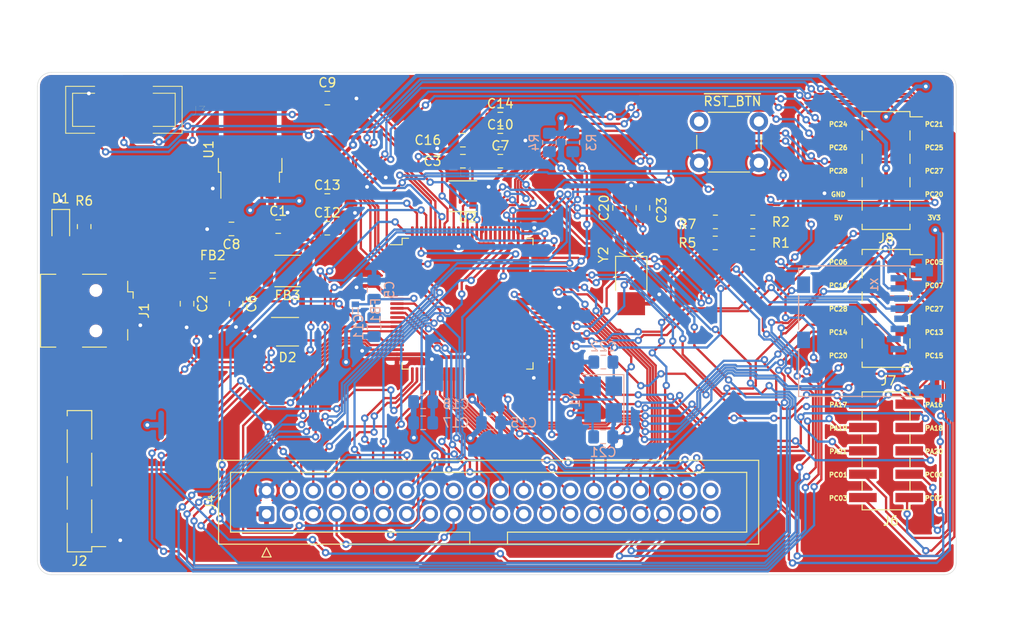
<source format=kicad_pcb>
(kicad_pcb (version 20171130) (host pcbnew 5.1.8)

  (general
    (thickness 1.6)
    (drawings 38)
    (tracks 1743)
    (zones 0)
    (modules 47)
    (nets 93)
  )

  (page A4)
  (layers
    (0 F.Cu signal hide)
    (31 B.Cu signal)
    (32 B.Adhes user hide)
    (33 F.Adhes user hide)
    (34 B.Paste user)
    (35 F.Paste user hide)
    (36 B.SilkS user)
    (37 F.SilkS user hide)
    (38 B.Mask user)
    (39 F.Mask user hide)
    (40 Dwgs.User user hide)
    (41 Cmts.User user hide)
    (42 Eco1.User user hide)
    (43 Eco2.User user hide)
    (44 Edge.Cuts user)
    (45 Margin user hide)
    (46 B.CrtYd user)
    (47 F.CrtYd user hide)
    (48 B.Fab user)
    (49 F.Fab user hide)
  )

  (setup
    (last_trace_width 0.25)
    (trace_clearance 0.0508)
    (zone_clearance 0.254)
    (zone_45_only no)
    (trace_min 0.2)
    (via_size 0.8)
    (via_drill 0.4)
    (via_min_size 0.4)
    (via_min_drill 0.3)
    (uvia_size 0.3)
    (uvia_drill 0.1)
    (uvias_allowed no)
    (uvia_min_size 0.2)
    (uvia_min_drill 0.1)
    (edge_width 0.05)
    (segment_width 0.2)
    (pcb_text_width 0.3)
    (pcb_text_size 1.5 1.5)
    (mod_edge_width 0.12)
    (mod_text_size 1 1)
    (mod_text_width 0.15)
    (pad_size 2 2.5)
    (pad_drill 0)
    (pad_to_mask_clearance 0)
    (aux_axis_origin 0 0)
    (visible_elements FFFFFF7F)
    (pcbplotparams
      (layerselection 0x010f0_ffffffff)
      (usegerberextensions true)
      (usegerberattributes true)
      (usegerberadvancedattributes true)
      (creategerberjobfile false)
      (excludeedgelayer true)
      (linewidth 0.100000)
      (plotframeref false)
      (viasonmask false)
      (mode 1)
      (useauxorigin false)
      (hpglpennumber 1)
      (hpglpenspeed 20)
      (hpglpendiameter 15.000000)
      (psnegative false)
      (psa4output false)
      (plotreference true)
      (plotvalue true)
      (plotinvisibletext false)
      (padsonsilk false)
      (subtractmaskfromsilk false)
      (outputformat 1)
      (mirror false)
      (drillshape 0)
      (scaleselection 1)
      (outputdirectory "gerbers/"))
  )

  (net 0 "")
  (net 1 GND)
  (net 2 +5V)
  (net 3 /VBUS_USB_RAW)
  (net 4 /VCC_MCU_VDDCORE)
  (net 5 +3V3)
  (net 6 /VCC_MCU_VDDANA)
  (net 7 "Net-(C6-Pad1)")
  (net 8 /~RESET)
  (net 9 /XOUT32)
  (net 10 /XOUT0)
  (net 11 /XIN0)
  (net 12 /XIN32)
  (net 13 "Net-(D1-Pad2)")
  (net 14 /USB_DM)
  (net 15 /USB_DP)
  (net 16 "Net-(J1-Pad6)")
  (net 17 /DBG_TX)
  (net 18 /DBG_RX)
  (net 19 /SWDIO)
  (net 20 /SWCLK)
  (net 21 /SWO)
  (net 22 /~TFT_cRST)
  (net 23 /TFT_D23)
  (net 24 /TFT_D21)
  (net 25 /TFT_D19)
  (net 26 /TFT_D17)
  (net 27 /TFT_D15)
  (net 28 /TFT_D13)
  (net 29 /TFT_D11)
  (net 30 /TFT_D9)
  (net 31 /TFT_D7)
  (net 32 /TFT_D5)
  (net 33 /TFT_D3)
  (net 34 /TFT_D1)
  (net 35 /TFT_TE)
  (net 36 /TFT_WR)
  (net 37 /TFT_DC)
  (net 38 /TFT_GPIO)
  (net 39 /I2C_SDA)
  (net 40 /TFT_WAKE)
  (net 41 /TFT_STANDBY)
  (net 42 /TFT_D22)
  (net 43 /TFT_D20)
  (net 44 /TFT_D18)
  (net 45 /TFT_D16)
  (net 46 /TFT_D14)
  (net 47 /TFT_D12)
  (net 48 /TFT_D10)
  (net 49 /TFT_D8)
  (net 50 /TFT_D6)
  (net 51 /TFT_D4)
  (net 52 /TFT_D2)
  (net 53 /TFT_D0)
  (net 54 /TFT_RD)
  (net 55 /~TFT_CS)
  (net 56 /~TFT_RST)
  (net 57 /TOUCH_INT)
  (net 58 /I2C_SCL)
  (net 59 /SD_CD)
  (net 60 /SD_MISO)
  (net 61 /SD_SCK)
  (net 62 /SD_MOSI)
  (net 63 /~SD_CS)
  (net 64 /DEV_GPIO_10)
  (net 65 /DEV_GPIO_9)
  (net 66 /DEV_GPIO_8)
  (net 67 /DEV_GPIO_7)
  (net 68 /DEV_GPIO_6)
  (net 69 /DEV_GPIO_5)
  (net 70 /DEV_GPIO_4)
  (net 71 /DEV_GPIO_3)
  (net 72 /DEV_GPIO_2)
  (net 73 /DEV_GPIO_1)
  (net 74 /DEV_GPIO_20)
  (net 75 /DEV_GPIO_19)
  (net 76 /DEV_GPIO_18)
  (net 77 /DEV_GPIO_17)
  (net 78 /DEV_GPIO_16)
  (net 79 /DEV_GPIO_15)
  (net 80 /DEV_GPIO_14)
  (net 81 /DEV_GPIO_13)
  (net 82 /DEV_GPIO_12)
  (net 83 /DEV_GPIO_11)
  (net 84 /DEV_GPIO_27)
  (net 85 /DEV_GPIO_26)
  (net 86 /DEV_GPIO_25)
  (net 87 /DEV_GPIO_24)
  (net 88 /DEV_GPIO_23)
  (net 89 /DEV_GPIO_22)
  (net 90 /DEV_GPIO_21)
  (net 91 /VCC_MCU_VSW)
  (net 92 "Net-(R2-Pad2)")

  (net_class Default "This is the default net class."
    (clearance 0.0508)
    (trace_width 0.25)
    (via_dia 0.8)
    (via_drill 0.4)
    (uvia_dia 0.3)
    (uvia_drill 0.1)
    (add_net /VBUS_USB_RAW)
    (add_net "Net-(C6-Pad1)")
  )

  (net_class Default1 ""
    (clearance 0.0508)
    (trace_width 0.25)
    (via_dia 0.8)
    (via_drill 0.4)
    (uvia_dia 0.3)
    (uvia_drill 0.1)
    (add_net /DBG_RX)
    (add_net /DBG_TX)
    (add_net /DEV_GPIO_1)
    (add_net /DEV_GPIO_10)
    (add_net /DEV_GPIO_11)
    (add_net /DEV_GPIO_12)
    (add_net /DEV_GPIO_13)
    (add_net /DEV_GPIO_14)
    (add_net /DEV_GPIO_15)
    (add_net /DEV_GPIO_16)
    (add_net /DEV_GPIO_17)
    (add_net /DEV_GPIO_18)
    (add_net /DEV_GPIO_19)
    (add_net /DEV_GPIO_2)
    (add_net /DEV_GPIO_20)
    (add_net /DEV_GPIO_21)
    (add_net /DEV_GPIO_22)
    (add_net /DEV_GPIO_23)
    (add_net /DEV_GPIO_24)
    (add_net /DEV_GPIO_25)
    (add_net /DEV_GPIO_26)
    (add_net /DEV_GPIO_27)
    (add_net /DEV_GPIO_3)
    (add_net /DEV_GPIO_4)
    (add_net /DEV_GPIO_5)
    (add_net /DEV_GPIO_6)
    (add_net /DEV_GPIO_7)
    (add_net /DEV_GPIO_8)
    (add_net /DEV_GPIO_9)
    (add_net /I2C_SCL)
    (add_net /I2C_SDA)
    (add_net /SD_CD)
    (add_net /SD_MISO)
    (add_net /SD_MOSI)
    (add_net /SD_SCK)
    (add_net /SWCLK)
    (add_net /SWDIO)
    (add_net /SWO)
    (add_net /TFT_D0)
    (add_net /TFT_D1)
    (add_net /TFT_D10)
    (add_net /TFT_D11)
    (add_net /TFT_D12)
    (add_net /TFT_D13)
    (add_net /TFT_D14)
    (add_net /TFT_D15)
    (add_net /TFT_D16)
    (add_net /TFT_D17)
    (add_net /TFT_D18)
    (add_net /TFT_D19)
    (add_net /TFT_D2)
    (add_net /TFT_D20)
    (add_net /TFT_D21)
    (add_net /TFT_D22)
    (add_net /TFT_D23)
    (add_net /TFT_D3)
    (add_net /TFT_D4)
    (add_net /TFT_D5)
    (add_net /TFT_D6)
    (add_net /TFT_D7)
    (add_net /TFT_D8)
    (add_net /TFT_D9)
    (add_net /TFT_DC)
    (add_net /TFT_GPIO)
    (add_net /TFT_RD)
    (add_net /TFT_STANDBY)
    (add_net /TFT_TE)
    (add_net /TFT_WAKE)
    (add_net /TFT_WR)
    (add_net /TOUCH_INT)
    (add_net /USB_DM)
    (add_net /USB_DP)
    (add_net /VCC_MCU_VDDANA)
    (add_net /VCC_MCU_VDDCORE)
    (add_net /VCC_MCU_VSW)
    (add_net /XIN0)
    (add_net /XIN32)
    (add_net /XOUT0)
    (add_net /XOUT32)
    (add_net /~RESET)
    (add_net /~SD_CS)
    (add_net /~TFT_CS)
    (add_net /~TFT_RST)
    (add_net /~TFT_cRST)
    (add_net "Net-(D1-Pad2)")
    (add_net "Net-(J1-Pad6)")
    (add_net "Net-(R2-Pad2)")
  )

  (net_class Power ""
    (clearance 0.0508)
    (trace_width 0.4064)
    (via_dia 0.889)
    (via_drill 0.4064)
    (uvia_dia 0.3)
    (uvia_drill 0.1)
    (add_net +3V3)
    (add_net +5V)
    (add_net GND)
  )

  (module plib:MICROSD (layer B.Cu) (tedit 0) (tstamp 5FBE7D47)
    (at 177.292 91.44 270)
    (descr "Courtesy: Adafruit Industries")
    (path /5FC4F751)
    (fp_text reference X1 (at 1.18 -7.69 270) (layer B.SilkS)
      (effects (font (size 0.77216 0.77216) (thickness 0.146304)) (justify left top mirror))
    )
    (fp_text value MICROSD (at 1.18 -8.833 270) (layer B.Fab)
      (effects (font (size 0.38608 0.38608) (thickness 0.04064)) (justify left top mirror))
    )
    (fp_line (start 14.04 0.03) (end 13.39 0.03) (layer B.Fab) (width 0.1))
    (fp_line (start 13.39 0.03) (end 13.39 -0.27) (layer B.Fab) (width 0.1))
    (fp_line (start 12.99 -0.27) (end 12.99 0.03) (layer B.Fab) (width 0.1))
    (fp_line (start 12.99 0.03) (end 10.79 0.03) (layer B.Fab) (width 0.1))
    (fp_line (start 10.79 0.03) (end 10.79 -0.27) (layer B.Fab) (width 0.1))
    (fp_line (start 10.39 -0.27) (end 10.39 0.03) (layer B.Fab) (width 0.1))
    (fp_line (start 10.39 0.03) (end 2.79 0.03) (layer B.Fab) (width 0.1))
    (fp_line (start 2.79 0.03) (end 1.39 0.03) (layer B.Fab) (width 0.1))
    (fp_line (start 1.39 0.03) (end 0.29 0.03) (layer B.Fab) (width 0.1))
    (fp_line (start 0.29 0.03) (end 0.29 -0.47) (layer B.Fab) (width 0.1))
    (fp_line (start 0.29 -0.47) (end 0.04 -0.47) (layer B.Fab) (width 0.1))
    (fp_line (start 0.04 -0.47) (end 0.04 -1.72) (layer B.Fab) (width 0.1))
    (fp_line (start 0.04 -1.72) (end -0.01 -1.72) (layer B.Fab) (width 0.1))
    (fp_line (start -0.01 -1.72) (end -0.01 -3.07) (layer B.Fab) (width 0.1))
    (fp_line (start -0.01 -3.07) (end 0.04 -3.07) (layer B.Fab) (width 0.1))
    (fp_line (start 0.04 -3.07) (end 0.04 -8.12) (layer B.Fab) (width 0.1))
    (fp_line (start 0.04 -8.12) (end -0.01 -8.12) (layer B.Fab) (width 0.1))
    (fp_line (start -0.01 -8.12) (end -0.01 -9.42) (layer B.Fab) (width 0.1))
    (fp_line (start -0.01 -9.42) (end 0.04 -9.42) (layer B.Fab) (width 0.1))
    (fp_line (start 0.04 -9.42) (end 0.04 -14.17) (layer B.Fab) (width 0.1))
    (fp_line (start 11.54 -14.27) (end 11.54 -14.52) (layer B.Fab) (width 0.1))
    (fp_line (start 11.54 -14.52) (end 11.54 -14.87) (layer B.Fab) (width 0.1))
    (fp_line (start 11.79 -15.12) (end 13.34 -15.12) (layer B.Fab) (width 0.1))
    (fp_line (start 13.34 -15.12) (end 13.74 -15.12) (layer B.Fab) (width 0.1))
    (fp_line (start 13.99 -14.87) (end 13.99 -14.07) (layer B.Fab) (width 0.1))
    (fp_line (start 13.74 -13.82) (end 13.34 -13.82) (layer B.Fab) (width 0.1))
    (fp_line (start 13.34 -13.82) (end 13.14 -13.82) (layer B.Fab) (width 0.1))
    (fp_line (start 13.14 -13.42) (end 14.04 -13.42) (layer B.Fab) (width 0.1))
    (fp_line (start 14.04 -13.42) (end 14.04 -12.52) (layer B.Fab) (width 0.1))
    (fp_line (start 14.04 -12.52) (end 14.09 -12.52) (layer B.Fab) (width 0.1))
    (fp_line (start 14.09 -12.52) (end 14.09 -11.52) (layer B.Fab) (width 0.1))
    (fp_line (start 14.09 -11.52) (end 14.04 -11.52) (layer B.Fab) (width 0.1))
    (fp_line (start 14.04 -11.52) (end 14.04 -8.57) (layer B.Fab) (width 0.1))
    (fp_line (start 14.04 -8.57) (end 14.09 -8.57) (layer B.Fab) (width 0.1))
    (fp_line (start 14.09 -8.57) (end 14.09 -7.52) (layer B.Fab) (width 0.1))
    (fp_line (start 14.09 -7.52) (end 14.04 -7.52) (layer B.Fab) (width 0.1))
    (fp_line (start 14.04 -7.52) (end 14.04 -6.47) (layer B.Fab) (width 0.1))
    (fp_line (start 14.04 -6.47) (end 14.04 -3.37) (layer B.Fab) (width 0.1))
    (fp_line (start 14.04 -3.37) (end 14.09 -3.37) (layer B.Fab) (width 0.1))
    (fp_line (start 14.09 -3.37) (end 14.09 -2.32) (layer B.Fab) (width 0.1))
    (fp_line (start 14.09 -2.32) (end 14.04 -2.32) (layer B.Fab) (width 0.1))
    (fp_line (start 14.04 -2.32) (end 14.04 0.03) (layer B.Fab) (width 0.1))
    (fp_line (start 11.79 -15.12) (end 10.49 -15.12) (layer B.Fab) (width 0.1))
    (fp_line (start 10.49 -15.12) (end 9.54 -15.12) (layer B.Fab) (width 0.1))
    (fp_line (start 9.54 -15.12) (end 9.54 -13.62) (layer B.Fab) (width 0.1))
    (fp_line (start 10.49 -15.12) (end 10.49 -14.92) (layer B.Fab) (width 0.1))
    (fp_line (start 10.49 -14.92) (end 10.49 -14.72) (layer B.Fab) (width 0.1))
    (fp_line (start 10.49 -14.72) (end 10.49 -14.52) (layer B.Fab) (width 0.1))
    (fp_line (start 10.49 -14.52) (end 10.74 -14.52) (layer B.Fab) (width 0.1))
    (fp_line (start 10.49 -13.87) (end 10.49 -14.22) (layer B.Fab) (width 0.1))
    (fp_line (start 10.49 -14.22) (end 10.99 -14.72) (layer B.Fab) (width 0.1))
    (fp_line (start 10.99 -14.72) (end 11.49 -14.72) (layer B.Fab) (width 0.1))
    (fp_line (start 10.99 -14.72) (end 10.49 -14.72) (layer B.Fab) (width 0.1))
    (fp_line (start 10.49 -14.92) (end 11.34 -14.92) (layer B.Fab) (width 0.1))
    (fp_line (start 11.49 -15.07) (end 11.34 -14.92) (layer B.Fab) (width 0.1))
    (fp_line (start 11.54 -14.52) (end 11.34 -14.52) (layer B.Fab) (width 0.1))
    (fp_line (start 11.34 -14.52) (end 10.84 -13.97) (layer B.Fab) (width 0.1))
    (fp_line (start 13.79 -13.47) (end 13.79 -13.67) (layer B.Fab) (width 0.1))
    (fp_line (start 12.99 -13.67) (end 13.64 -13.67) (layer B.Fab) (width 0.1))
    (fp_line (start 13.64 -13.67) (end 13.79 -13.67) (layer B.Fab) (width 0.1))
    (fp_line (start 13.64 -13.67) (end 13.64 -13.47) (layer B.Fab) (width 0.1))
    (fp_line (start 13.34 -13.82) (end 13.34 -15.12) (layer B.Fab) (width 0.1))
    (fp_line (start 13.94 -15.02) (end 13.94 -14.92) (layer B.Fab) (width 0.1))
    (fp_line (start 13.79 -14.77) (end 13.74 -14.77) (layer B.Fab) (width 0.1))
    (fp_line (start 13.59 -14.62) (end 13.59 -14.32) (layer B.Fab) (width 0.1))
    (fp_line (start 13.74 -14.17) (end 13.79 -14.17) (layer B.Fab) (width 0.1))
    (fp_line (start 14.04 -12.52) (end 13.29 -12.52) (layer B.Fab) (width 0.1))
    (fp_line (start 13.09 -12.32) (end 12.99 -8.12) (layer B.Fab) (width 0.1))
    (fp_line (start 13.39 -7.72) (end 13.39 -7.02) (layer B.Fab) (width 0.1))
    (fp_line (start 13.24 -6.87) (end 12.19 -6.87) (layer B.Fab) (width 0.1))
    (fp_line (start 12.04 -7.02) (end 12.04 -7.82) (layer B.Fab) (width 0.1))
    (fp_line (start 12.19 -7.97) (end 12.24 -7.97) (layer B.Fab) (width 0.1))
    (fp_line (start 12.44 -8.17) (end 12.29 -12.32) (layer B.Fab) (width 0.1))
    (fp_line (start 12.09 -12.52) (end 12.04 -12.52) (layer B.Fab) (width 0.1))
    (fp_line (start 11.84 -12.32) (end 11.84 -8.37) (layer B.Fab) (width 0.1))
    (fp_line (start 11.84 -8.37) (end 11.64 -8.17) (layer B.Fab) (width 0.1))
    (fp_line (start 11.59 -8.12) (end 11.59 -6.82) (layer B.Fab) (width 0.1))
    (fp_line (start 11.94 -6.47) (end 14.04 -6.47) (layer B.Fab) (width 0.1))
    (fp_line (start 5.74 -9.77) (end 6.24 -9.77) (layer B.Fab) (width 0.1))
    (fp_line (start 6.24 -9.77) (end 6.59 -9.77) (layer B.Fab) (width 0.1))
    (fp_line (start 6.59 -9.77) (end 7.69 -9.77) (layer B.Fab) (width 0.1))
    (fp_line (start 7.69 -9.77) (end 8.09 -9.77) (layer B.Fab) (width 0.1))
    (fp_line (start 8.09 -9.77) (end 8.79 -9.77) (layer B.Fab) (width 0.1))
    (fp_line (start 8.79 -9.77) (end 9.04 -9.77) (layer B.Fab) (width 0.1))
    (fp_line (start 9.34 -10.07) (end 9.34 -11.22) (layer B.Fab) (width 0.1))
    (fp_line (start 8.99 -11.57) (end 5.79 -11.57) (layer B.Fab) (width 0.1))
    (fp_line (start 5.44 -11.22) (end 5.44 -10.07) (layer B.Fab) (width 0.1))
    (fp_line (start 1.29 -9.77) (end 1.49 -9.77) (layer B.Fab) (width 0.1))
    (fp_line (start 1.49 -9.77) (end 2.19 -9.77) (layer B.Fab) (width 0.1))
    (fp_line (start 2.19 -9.77) (end 2.59 -9.77) (layer B.Fab) (width 0.1))
    (fp_line (start 2.59 -9.77) (end 2.94 -9.77) (layer B.Fab) (width 0.1))
    (fp_line (start 2.94 -9.77) (end 4.04 -9.77) (layer B.Fab) (width 0.1))
    (fp_line (start 4.04 -9.77) (end 4.39 -9.77) (layer B.Fab) (width 0.1))
    (fp_line (start 4.39 -9.77) (end 4.59 -9.77) (layer B.Fab) (width 0.1))
    (fp_line (start 4.84 -10.02) (end 4.84 -11.22) (layer B.Fab) (width 0.1))
    (fp_line (start 4.49 -11.57) (end 1.29 -11.57) (layer B.Fab) (width 0.1))
    (fp_line (start 0.94 -11.22) (end 0.94 -10.12) (layer B.Fab) (width 0.1))
    (fp_line (start 10.19 -3.67) (end 10.29 -3.67) (layer B.Fab) (width 0.1))
    (fp_line (start 10.49 -3.87) (end 10.49 -6.32) (layer B.Fab) (width 0.1))
    (fp_line (start 10.24 -6.57) (end 10.19 -6.57) (layer B.Fab) (width 0.1))
    (fp_line (start 9.99 -6.37) (end 9.99 -3.87) (layer B.Fab) (width 0.1))
    (fp_line (start 1.14 -5.92) (end 1.39 0.03) (layer B.Fab) (width 0.1))
    (fp_line (start 1.44 -0.12) (end 2.79 -0.12) (layer B.Fab) (width 0.1))
    (fp_line (start 2.79 0.03) (end 3.04 -5.87) (layer B.Fab) (width 0.1))
    (fp_line (start 3.04 -5.87) (end 3.04 -5.92) (layer B.Fab) (width 0.1))
    (fp_line (start 2.74 -5.92) (end 2.54 -0.57) (layer B.Fab) (width 0.1))
    (fp_line (start 2.54 -0.57) (end 2.54 -0.52) (layer B.Fab) (width 0.1))
    (fp_line (start 2.34 -0.32) (end 2.34 -1.27) (layer B.Fab) (width 0.1))
    (fp_line (start 2.09 -1.52) (end 2.14 -1.52) (layer B.Fab) (width 0.1))
    (fp_line (start 1.89 -1.27) (end 1.89 -0.32) (layer B.Fab) (width 0.1))
    (fp_line (start 1.69 -0.42) (end 1.69 -0.47) (layer B.Fab) (width 0.1))
    (fp_line (start 1.69 -0.47) (end 1.44 -5.92) (layer B.Fab) (width 0.1))
    (fp_line (start 1.44 -5.92) (end 2.74 -5.92) (layer B.Fab) (width 0.1))
    (fp_line (start 1.69 -0.92) (end 1.39 -0.92) (layer B.Fab) (width 0.1))
    (fp_line (start 2.59 -0.92) (end 2.84 -0.92) (layer B.Fab) (width 0.1))
    (fp_line (start 1.69 -0.77) (end 1.49 -0.77) (layer B.Fab) (width 0.1))
    (fp_line (start 1.49 -0.77) (end 1.49 -0.17) (layer B.Fab) (width 0.1))
    (fp_line (start 2.59 -0.77) (end 2.69 -0.77) (layer B.Fab) (width 0.1))
    (fp_line (start 2.69 -0.77) (end 2.69 -0.17) (layer B.Fab) (width 0.1))
    (fp_line (start 6.84 -5.92) (end 7.09 0.03) (layer B.Fab) (width 0.1))
    (fp_line (start 7.14 -0.12) (end 8.49 -0.12) (layer B.Fab) (width 0.1))
    (fp_line (start 8.49 0.03) (end 8.74 -5.87) (layer B.Fab) (width 0.1))
    (fp_line (start 8.74 -5.87) (end 8.74 -5.92) (layer B.Fab) (width 0.1))
    (fp_line (start 8.44 -5.92) (end 8.24 -0.57) (layer B.Fab) (width 0.1))
    (fp_line (start 8.24 -0.57) (end 8.24 -0.52) (layer B.Fab) (width 0.1))
    (fp_line (start 8.04 -0.32) (end 8.04 -1.27) (layer B.Fab) (width 0.1))
    (fp_line (start 7.79 -1.52) (end 7.84 -1.52) (layer B.Fab) (width 0.1))
    (fp_line (start 7.59 -1.27) (end 7.59 -0.32) (layer B.Fab) (width 0.1))
    (fp_line (start 7.39 -0.42) (end 7.39 -0.47) (layer B.Fab) (width 0.1))
    (fp_line (start 7.39 -0.47) (end 7.14 -5.92) (layer B.Fab) (width 0.1))
    (fp_line (start 7.14 -5.92) (end 8.44 -5.92) (layer B.Fab) (width 0.1))
    (fp_line (start 7.39 -0.92) (end 7.09 -0.92) (layer B.Fab) (width 0.1))
    (fp_line (start 8.29 -0.92) (end 8.54 -0.92) (layer B.Fab) (width 0.1))
    (fp_line (start 7.39 -0.77) (end 7.19 -0.77) (layer B.Fab) (width 0.1))
    (fp_line (start 7.19 -0.77) (end 7.19 -0.17) (layer B.Fab) (width 0.1))
    (fp_line (start 8.29 -0.77) (end 8.39 -0.77) (layer B.Fab) (width 0.1))
    (fp_line (start 8.39 -0.77) (end 8.39 -0.17) (layer B.Fab) (width 0.1))
    (fp_line (start 1.09 -9.82) (end 1.09 -11.17) (layer B.Fab) (width 0.1))
    (fp_line (start 1.09 -11.17) (end 1.49 -11.17) (layer B.Fab) (width 0.1))
    (fp_line (start 1.49 -11.17) (end 1.49 -9.77) (layer B.Fab) (width 0.1))
    (fp_line (start 2.19 -9.77) (end 2.19 -11.17) (layer B.Fab) (width 0.1))
    (fp_line (start 2.19 -11.17) (end 2.59 -11.17) (layer B.Fab) (width 0.1))
    (fp_line (start 2.59 -11.17) (end 2.59 -9.77) (layer B.Fab) (width 0.1))
    (fp_line (start 2.94 -9.77) (end 2.94 -9.97) (layer B.Fab) (width 0.1))
    (fp_line (start 2.94 -9.97) (end 3.29 -9.97) (layer B.Fab) (width 0.1))
    (fp_line (start 3.29 -9.97) (end 3.74 -9.97) (layer B.Fab) (width 0.1))
    (fp_line (start 3.74 -9.97) (end 4.04 -9.97) (layer B.Fab) (width 0.1))
    (fp_line (start 4.04 -9.97) (end 4.04 -9.77) (layer B.Fab) (width 0.1))
    (fp_line (start 3.29 -9.97) (end 3.29 -11.42) (layer B.Fab) (width 0.1))
    (fp_line (start 3.29 -11.42) (end 3.74 -11.42) (layer B.Fab) (width 0.1))
    (fp_line (start 3.74 -11.42) (end 3.74 -9.97) (layer B.Fab) (width 0.1))
    (fp_line (start 4.39 -9.77) (end 4.39 -11.22) (layer B.Fab) (width 0.1))
    (fp_line (start 4.39 -11.22) (end 4.79 -11.22) (layer B.Fab) (width 0.1))
    (fp_line (start 4.79 -11.22) (end 4.79 -9.92) (layer B.Fab) (width 0.1))
    (fp_line (start 5.49 -9.92) (end 5.89 -9.92) (layer B.Fab) (width 0.1))
    (fp_line (start 5.89 -9.92) (end 6.24 -9.92) (layer B.Fab) (width 0.1))
    (fp_line (start 6.24 -9.92) (end 6.24 -9.77) (layer B.Fab) (width 0.1))
    (fp_line (start 5.89 -9.92) (end 5.89 -11.37) (layer B.Fab) (width 0.1))
    (fp_line (start 5.89 -11.37) (end 5.54 -11.37) (layer B.Fab) (width 0.1))
    (fp_line (start 6.59 -9.77) (end 6.59 -11.22) (layer B.Fab) (width 0.1))
    (fp_line (start 6.59 -11.22) (end 6.99 -11.22) (layer B.Fab) (width 0.1))
    (fp_line (start 6.99 -11.22) (end 6.99 -9.82) (layer B.Fab) (width 0.1))
    (fp_line (start 7.69 -9.77) (end 7.69 -10.82) (layer B.Fab) (width 0.1))
    (fp_line (start 7.69 -10.82) (end 8.09 -10.82) (layer B.Fab) (width 0.1))
    (fp_line (start 8.09 -10.82) (end 8.09 -9.77) (layer B.Fab) (width 0.1))
    (fp_line (start 8.79 -9.77) (end 8.79 -11.17) (layer B.Fab) (width 0.1))
    (fp_line (start 8.79 -11.17) (end 9.19 -11.17) (layer B.Fab) (width 0.1))
    (fp_line (start 9.19 -11.17) (end 9.19 -9.82) (layer B.Fab) (width 0.1))
    (fp_line (start 0.34 -14.12) (end 0.34 -15.42) (layer B.Fab) (width 0.1))
    (fp_line (start 1.09 -16.17) (end 10.54 -16.17) (layer B.Fab) (width 0.1))
    (fp_line (start 11.29 -15.42) (end 11.29 -14.12) (layer B.Fab) (width 0.1))
    (fp_line (start 0.29 -15.92) (end 0.29 -16.07) (layer B.Fab) (width 0.1))
    (fp_line (start 1.14 -16.92) (end 10.44 -16.92) (layer B.Fab) (width 0.1))
    (fp_line (start 0.29 -16.72) (end 0.29 -19.52) (layer B.Fab) (width 0.1))
    (fp_line (start 1.14 -20.37) (end 10.44 -20.37) (layer B.Fab) (width 0.1))
    (fp_line (start 11.29 -19.52) (end 11.29 -16.67) (layer B.Fab) (width 0.1))
    (fp_line (start 0.85 0.1) (end 0.2 0.1) (layer B.SilkS) (width 0.127))
    (fp_line (start 0.2 0.1) (end 0.2 -0.4) (layer B.SilkS) (width 0.127))
    (fp_line (start 0.2 -0.4) (end -0.05 -0.4) (layer B.SilkS) (width 0.127))
    (fp_line (start -0.05 -0.4) (end -0.05 -12.35) (layer B.SilkS) (width 0.127))
    (fp_line (start 3.15 0.1) (end 6.85 0.1) (layer B.SilkS) (width 0.127))
    (fp_line (start 9.1 0.1) (end 14.15 0.1) (layer B.SilkS) (width 0.127))
    (fp_line (start 14.15 0.1) (end 14.15 -13.25) (layer B.SilkS) (width 0.127))
    (fp_arc (start 10.44 -19.52) (end 10.44 -20.37) (angle 90) (layer B.Fab) (width 0.1))
    (fp_arc (start 1.14 -19.52) (end 0.29 -19.52) (angle 90) (layer B.Fab) (width 0.1))
    (fp_arc (start 10.44 -16.07) (end 10.44 -16.92) (angle 90) (layer B.Fab) (width 0.1))
    (fp_arc (start 1.14 -16.07) (end 0.29 -16.07) (angle 90) (layer B.Fab) (width 0.1))
    (fp_arc (start 10.54 -15.42) (end 10.54 -16.17) (angle 90) (layer B.Fab) (width 0.1))
    (fp_arc (start 1.09 -15.42) (end 0.34 -15.42) (angle 90) (layer B.Fab) (width 0.1))
    (fp_arc (start 7.54 -0.47) (end 7.59 -0.32) (angle 90) (layer B.Fab) (width 0.1))
    (fp_arc (start 7.84 -1.27) (end 7.84 -1.52) (angle -90) (layer B.Fab) (width 0.1))
    (fp_arc (start 7.79 -1.27) (end 8.04 -1.27) (angle -90) (layer B.Fab) (width 0.1))
    (fp_arc (start 8.04 -0.52) (end 8.24 -0.52) (angle 90) (layer B.Fab) (width 0.1))
    (fp_arc (start 8.59 -5.92) (end 8.59 -6.07) (angle -90) (layer B.Fab) (width 0.1))
    (fp_arc (start 8.59 -5.92) (end 8.74 -5.92) (angle -90) (layer B.Fab) (width 0.1))
    (fp_arc (start 6.99 -5.92) (end 6.99 -6.07) (angle -90) (layer B.Fab) (width 0.1))
    (fp_arc (start 6.99 -5.92) (end 7.14 -5.92) (angle -90) (layer B.Fab) (width 0.1))
    (fp_arc (start 1.84 -0.47) (end 1.89 -0.32) (angle 90) (layer B.Fab) (width 0.1))
    (fp_arc (start 2.14 -1.27) (end 2.14 -1.52) (angle -90) (layer B.Fab) (width 0.1))
    (fp_arc (start 2.09 -1.27) (end 2.34 -1.27) (angle -90) (layer B.Fab) (width 0.1))
    (fp_arc (start 2.34 -0.52) (end 2.54 -0.52) (angle 90) (layer B.Fab) (width 0.1))
    (fp_arc (start 2.89 -5.92) (end 2.89 -6.07) (angle -90) (layer B.Fab) (width 0.1))
    (fp_arc (start 2.89 -5.92) (end 3.04 -5.92) (angle -90) (layer B.Fab) (width 0.1))
    (fp_arc (start 1.29 -5.92) (end 1.29 -6.07) (angle -90) (layer B.Fab) (width 0.1))
    (fp_arc (start 1.29 -5.92) (end 1.44 -5.92) (angle -90) (layer B.Fab) (width 0.1))
    (fp_arc (start 10.19 -6.37) (end 10.19 -6.57) (angle -90) (layer B.Fab) (width 0.1))
    (fp_arc (start 10.24 -6.32) (end 10.49 -6.32) (angle -90) (layer B.Fab) (width 0.1))
    (fp_arc (start 10.29 -3.87) (end 10.29 -3.67) (angle -90) (layer B.Fab) (width 0.1))
    (fp_arc (start 10.19 -3.87) (end 9.99 -3.87) (angle -90) (layer B.Fab) (width 0.1))
    (fp_arc (start 1.29 -10.12) (end 0.94 -10.12) (angle -90) (layer B.Fab) (width 0.1))
    (fp_arc (start 1.29 -11.22) (end 1.29 -11.57) (angle -90) (layer B.Fab) (width 0.1))
    (fp_arc (start 4.49 -11.22) (end 4.84 -11.22) (angle -90) (layer B.Fab) (width 0.1))
    (fp_arc (start 4.59 -10.02) (end 4.59 -9.77) (angle -90) (layer B.Fab) (width 0.1))
    (fp_arc (start 5.74 -10.07) (end 5.44 -10.07) (angle -90) (layer B.Fab) (width 0.1))
    (fp_arc (start 5.79 -11.22) (end 5.79 -11.57) (angle -90) (layer B.Fab) (width 0.1))
    (fp_arc (start 8.99 -11.22) (end 9.34 -11.22) (angle -90) (layer B.Fab) (width 0.1))
    (fp_arc (start 9.04 -10.07) (end 9.04 -9.77) (angle -90) (layer B.Fab) (width 0.1))
    (fp_arc (start 11.94 -6.82) (end 11.59 -6.82) (angle -90) (layer B.Fab) (width 0.1))
    (fp_arc (start 11.64 -8.12) (end 11.64 -8.17) (angle -90) (layer B.Fab) (width 0.1))
    (fp_arc (start 12.04 -12.32) (end 12.04 -12.52) (angle -90) (layer B.Fab) (width 0.1))
    (fp_arc (start 12.09 -12.32) (end 12.29 -12.32) (angle -90) (layer B.Fab) (width 0.1))
    (fp_arc (start 12.24 -8.17) (end 12.24 -7.97) (angle -90) (layer B.Fab) (width 0.1))
    (fp_arc (start 12.19 -7.82) (end 12.04 -7.82) (angle 90) (layer B.Fab) (width 0.1))
    (fp_arc (start 12.19 -7.02) (end 12.19 -6.87) (angle 90) (layer B.Fab) (width 0.1))
    (fp_arc (start 13.24 -7.02) (end 13.39 -7.02) (angle 90) (layer B.Fab) (width 0.1))
    (fp_arc (start 13.14 -7.72) (end 13.14 -7.97) (angle 90) (layer B.Fab) (width 0.1))
    (fp_arc (start 13.14 -8.12) (end 12.99 -8.12) (angle -90) (layer B.Fab) (width 0.1))
    (fp_arc (start 13.29 -12.32) (end 13.29 -12.52) (angle -90) (layer B.Fab) (width 0.1))
    (fp_arc (start 13.74 -14.02) (end 13.94 -14.02) (angle 90) (layer B.Fab) (width 0.1))
    (fp_arc (start 13.79 -14.02) (end 13.79 -14.17) (angle 90) (layer B.Fab) (width 0.1))
    (fp_arc (start 13.74 -14.32) (end 13.59 -14.32) (angle -90) (layer B.Fab) (width 0.1))
    (fp_arc (start 13.74 -14.62) (end 13.74 -14.77) (angle -90) (layer B.Fab) (width 0.1))
    (fp_arc (start 13.79 -14.92) (end 13.94 -14.92) (angle 90) (layer B.Fab) (width 0.1))
    (fp_arc (start 11.49 -14.92) (end 11.34 -14.92) (angle -90) (layer B.Fab) (width 0.1))
    (fp_arc (start 13.14 -13.62) (end 12.94 -13.62) (angle -90) (layer B.Fab) (width 0.1))
    (fp_arc (start 13.14 -13.62) (end 13.14 -13.82) (angle -90) (layer B.Fab) (width 0.1))
    (fp_arc (start 13.74 -14.07) (end 13.99 -14.07) (angle 90) (layer B.Fab) (width 0.1))
    (fp_arc (start 13.74 -14.87) (end 13.94 -15.02) (angle 36.869898) (layer B.Fab) (width 0.1))
    (fp_arc (start 13.739999 -14.869999) (end 13.74 -15.12) (angle 53.130102) (layer B.Fab) (width 0.1))
    (fp_arc (start 11.79 -14.87) (end 11.54 -14.87) (angle 90) (layer B.Fab) (width 0.1))
    (fp_arc (start 11.44 -14.27) (end 11.44 -14.17) (angle -90) (layer B.Fab) (width 0.1))
    (fp_arc (start 5.74 -29.830621) (end 0.04 -14.17) (angle -40) (layer B.Fab) (width 0.1))
    (fp_arc (start 10.59 -0.27) (end 10.59 -0.47) (angle -90) (layer B.Fab) (width 0.1))
    (fp_arc (start 10.59 -0.27) (end 10.79 -0.27) (angle -90) (layer B.Fab) (width 0.1))
    (fp_arc (start 13.19 -0.27) (end 13.19 -0.47) (angle -90) (layer B.Fab) (width 0.1))
    (fp_arc (start 13.19 -0.27) (end 13.39 -0.27) (angle -90) (layer B.Fab) (width 0.1))
    (pad 1 smd rect (at 9 -10.64 270) (size 0.7 1.5) (layers B.Cu B.Paste B.Mask)
      (solder_mask_margin 0.0508))
    (pad 2 smd rect (at 7.9 -10.24 270) (size 0.7 1.5) (layers B.Cu B.Paste B.Mask)
      (net 63 /~SD_CS) (solder_mask_margin 0.0508))
    (pad 3 smd rect (at 6.8 -10.64 270) (size 0.7 1.5) (layers B.Cu B.Paste B.Mask)
      (net 62 /SD_MOSI) (solder_mask_margin 0.0508))
    (pad 4 smd rect (at 5.7 -11.04 270) (size 0.7 1.5) (layers B.Cu B.Paste B.Mask)
      (net 5 +3V3) (solder_mask_margin 0.0508))
    (pad 5 smd rect (at 4.6 -10.64 270) (size 0.7 1.5) (layers B.Cu B.Paste B.Mask)
      (net 61 /SD_SCK) (solder_mask_margin 0.0508))
    (pad 6 smd rect (at 3.5 -11.04 270) (size 0.7 1.5) (layers B.Cu B.Paste B.Mask)
      (net 1 GND) (solder_mask_margin 0.0508))
    (pad 7 smd rect (at 2.4 -10.64 270) (size 0.7 1.5) (layers B.Cu B.Paste B.Mask)
      (net 60 /SD_MISO) (solder_mask_margin 0.0508))
    (pad 8 smd rect (at 1.3 -10.64 270) (size 0.7 1.5) (layers B.Cu B.Paste B.Mask)
      (solder_mask_margin 0.0508))
    (pad CD2 smd rect (at 8 -0.44 180) (size 1.4 1.8) (layers B.Cu B.Paste B.Mask)
      (solder_mask_margin 0.0508))
    (pad CD1 smd rect (at 2 -0.44 180) (size 1.4 1.8) (layers B.Cu B.Paste B.Mask)
      (net 59 /SD_CD) (solder_mask_margin 0.0508))
    (pad MT2 smd rect (at 13.6 -14.44 270) (size 1.4 1.9) (layers B.Cu B.Paste B.Mask)
      (net 1 GND) (solder_mask_margin 0.0508))
    (pad MT1 smd rect (at 0.4 -13.54 270) (size 1.4 1.9) (layers B.Cu B.Paste B.Mask)
      (net 1 GND) (solder_mask_margin 0.0508))
  )

  (module Connector_PinHeader_2.54mm:PinHeader_1x06_P2.54mm_Vertical_SMD_Pin1Left (layer F.Cu) (tedit 59FED5CC) (tstamp 5FBC9952)
    (at 99.06 114.808 180)
    (descr "surface-mounted straight pin header, 1x06, 2.54mm pitch, single row, style 1 (pin 1 left)")
    (tags "Surface mounted pin header SMD 1x06 2.54mm single row style1 pin1 left")
    (path /603F710A)
    (attr smd)
    (fp_text reference J2 (at 0 -8.68) (layer F.SilkS)
      (effects (font (size 1 1) (thickness 0.15)))
    )
    (fp_text value FTDI_Header (at 0 8.68) (layer F.Fab)
      (effects (font (size 1 1) (thickness 0.15)))
    )
    (fp_line (start 3.45 -8.15) (end -3.45 -8.15) (layer F.CrtYd) (width 0.05))
    (fp_line (start 3.45 8.15) (end 3.45 -8.15) (layer F.CrtYd) (width 0.05))
    (fp_line (start -3.45 8.15) (end 3.45 8.15) (layer F.CrtYd) (width 0.05))
    (fp_line (start -3.45 -8.15) (end -3.45 8.15) (layer F.CrtYd) (width 0.05))
    (fp_line (start -1.33 4.57) (end -1.33 7.68) (layer F.SilkS) (width 0.12))
    (fp_line (start -1.33 -0.51) (end -1.33 3.05) (layer F.SilkS) (width 0.12))
    (fp_line (start -1.33 -5.59) (end -1.33 -2.03) (layer F.SilkS) (width 0.12))
    (fp_line (start 1.33 2.03) (end 1.33 5.59) (layer F.SilkS) (width 0.12))
    (fp_line (start 1.33 -3.05) (end 1.33 0.51) (layer F.SilkS) (width 0.12))
    (fp_line (start 1.33 7.11) (end 1.33 7.68) (layer F.SilkS) (width 0.12))
    (fp_line (start -1.33 -7.68) (end -1.33 -7.11) (layer F.SilkS) (width 0.12))
    (fp_line (start -1.33 -7.11) (end -2.85 -7.11) (layer F.SilkS) (width 0.12))
    (fp_line (start 1.33 -7.68) (end 1.33 -4.57) (layer F.SilkS) (width 0.12))
    (fp_line (start -1.33 7.68) (end 1.33 7.68) (layer F.SilkS) (width 0.12))
    (fp_line (start -1.33 -7.68) (end 1.33 -7.68) (layer F.SilkS) (width 0.12))
    (fp_line (start 2.54 6.67) (end 1.27 6.67) (layer F.Fab) (width 0.1))
    (fp_line (start 2.54 6.03) (end 2.54 6.67) (layer F.Fab) (width 0.1))
    (fp_line (start 1.27 6.03) (end 2.54 6.03) (layer F.Fab) (width 0.1))
    (fp_line (start 2.54 1.59) (end 1.27 1.59) (layer F.Fab) (width 0.1))
    (fp_line (start 2.54 0.95) (end 2.54 1.59) (layer F.Fab) (width 0.1))
    (fp_line (start 1.27 0.95) (end 2.54 0.95) (layer F.Fab) (width 0.1))
    (fp_line (start 2.54 -3.49) (end 1.27 -3.49) (layer F.Fab) (width 0.1))
    (fp_line (start 2.54 -4.13) (end 2.54 -3.49) (layer F.Fab) (width 0.1))
    (fp_line (start 1.27 -4.13) (end 2.54 -4.13) (layer F.Fab) (width 0.1))
    (fp_line (start -2.54 4.13) (end -1.27 4.13) (layer F.Fab) (width 0.1))
    (fp_line (start -2.54 3.49) (end -2.54 4.13) (layer F.Fab) (width 0.1))
    (fp_line (start -1.27 3.49) (end -2.54 3.49) (layer F.Fab) (width 0.1))
    (fp_line (start -2.54 -0.95) (end -1.27 -0.95) (layer F.Fab) (width 0.1))
    (fp_line (start -2.54 -1.59) (end -2.54 -0.95) (layer F.Fab) (width 0.1))
    (fp_line (start -1.27 -1.59) (end -2.54 -1.59) (layer F.Fab) (width 0.1))
    (fp_line (start -2.54 -6.03) (end -1.27 -6.03) (layer F.Fab) (width 0.1))
    (fp_line (start -2.54 -6.67) (end -2.54 -6.03) (layer F.Fab) (width 0.1))
    (fp_line (start -1.27 -6.67) (end -2.54 -6.67) (layer F.Fab) (width 0.1))
    (fp_line (start 1.27 -7.62) (end 1.27 7.62) (layer F.Fab) (width 0.1))
    (fp_line (start -1.27 -6.67) (end -0.32 -7.62) (layer F.Fab) (width 0.1))
    (fp_line (start -1.27 7.62) (end -1.27 -6.67) (layer F.Fab) (width 0.1))
    (fp_line (start -0.32 -7.62) (end 1.27 -7.62) (layer F.Fab) (width 0.1))
    (fp_line (start 1.27 7.62) (end -1.27 7.62) (layer F.Fab) (width 0.1))
    (fp_text user %R (at 0 0 90) (layer F.Fab)
      (effects (font (size 1 1) (thickness 0.15)))
    )
    (pad 6 smd rect (at 1.655 6.35 180) (size 2.51 1) (layers F.Cu F.Paste F.Mask))
    (pad 4 smd rect (at 1.655 1.27 180) (size 2.51 1) (layers F.Cu F.Paste F.Mask)
      (net 18 /DBG_RX))
    (pad 2 smd rect (at 1.655 -3.81 180) (size 2.51 1) (layers F.Cu F.Paste F.Mask))
    (pad 5 smd rect (at -1.655 3.81 180) (size 2.51 1) (layers F.Cu F.Paste F.Mask)
      (net 17 /DBG_TX))
    (pad 3 smd rect (at -1.655 -1.27 180) (size 2.51 1) (layers F.Cu F.Paste F.Mask))
    (pad 1 smd rect (at -1.655 -6.35 180) (size 2.51 1) (layers F.Cu F.Paste F.Mask)
      (net 1 GND))
    (model ${KISYS3DMOD}/Connector_PinHeader_2.54mm.3dshapes/PinHeader_1x06_P2.54mm_Vertical_SMD_Pin1Left.wrl
      (at (xyz 0 0 0))
      (scale (xyz 1 1 1))
      (rotate (xyz 0 0 0))
    )
  )

  (module Connector_PinSocket_2.54mm:PinSocket_2x05_P2.54mm_Vertical_SMD (layer F.Cu) (tedit 5A19A425) (tstamp 5FBD2C50)
    (at 186.69 81.026)
    (descr "surface-mounted straight socket strip, 2x05, 2.54mm pitch, double cols (from Kicad 4.0.7), script generated")
    (tags "Surface mounted socket strip SMD 2x05 2.54mm double row")
    (path /60C2016A)
    (attr smd)
    (fp_text reference J8 (at 0 7.366) (layer F.SilkS)
      (effects (font (size 1 1) (thickness 0.15)))
    )
    (fp_text value DEV_IO_1 (at 0 7.85) (layer F.Fab)
      (effects (font (size 1 1) (thickness 0.15)))
    )
    (fp_line (start -4.55 6.85) (end -4.55 -6.85) (layer F.CrtYd) (width 0.05))
    (fp_line (start 4.5 6.85) (end -4.55 6.85) (layer F.CrtYd) (width 0.05))
    (fp_line (start 4.5 -6.85) (end 4.5 6.85) (layer F.CrtYd) (width 0.05))
    (fp_line (start -4.55 -6.85) (end 4.5 -6.85) (layer F.CrtYd) (width 0.05))
    (fp_line (start 3.92 5.4) (end 2.54 5.4) (layer F.Fab) (width 0.1))
    (fp_line (start 3.92 4.76) (end 3.92 5.4) (layer F.Fab) (width 0.1))
    (fp_line (start 2.54 4.76) (end 3.92 4.76) (layer F.Fab) (width 0.1))
    (fp_line (start -3.92 5.4) (end -3.92 4.76) (layer F.Fab) (width 0.1))
    (fp_line (start -2.54 5.4) (end -3.92 5.4) (layer F.Fab) (width 0.1))
    (fp_line (start -3.92 4.76) (end -2.54 4.76) (layer F.Fab) (width 0.1))
    (fp_line (start 3.92 2.86) (end 2.54 2.86) (layer F.Fab) (width 0.1))
    (fp_line (start 3.92 2.22) (end 3.92 2.86) (layer F.Fab) (width 0.1))
    (fp_line (start 2.54 2.22) (end 3.92 2.22) (layer F.Fab) (width 0.1))
    (fp_line (start -3.92 2.86) (end -3.92 2.22) (layer F.Fab) (width 0.1))
    (fp_line (start -2.54 2.86) (end -3.92 2.86) (layer F.Fab) (width 0.1))
    (fp_line (start -3.92 2.22) (end -2.54 2.22) (layer F.Fab) (width 0.1))
    (fp_line (start 3.92 0.32) (end 2.54 0.32) (layer F.Fab) (width 0.1))
    (fp_line (start 3.92 -0.32) (end 3.92 0.32) (layer F.Fab) (width 0.1))
    (fp_line (start 2.54 -0.32) (end 3.92 -0.32) (layer F.Fab) (width 0.1))
    (fp_line (start -3.92 0.32) (end -3.92 -0.32) (layer F.Fab) (width 0.1))
    (fp_line (start -2.54 0.32) (end -3.92 0.32) (layer F.Fab) (width 0.1))
    (fp_line (start -3.92 -0.32) (end -2.54 -0.32) (layer F.Fab) (width 0.1))
    (fp_line (start 3.92 -2.22) (end 2.54 -2.22) (layer F.Fab) (width 0.1))
    (fp_line (start 3.92 -2.86) (end 3.92 -2.22) (layer F.Fab) (width 0.1))
    (fp_line (start 2.54 -2.86) (end 3.92 -2.86) (layer F.Fab) (width 0.1))
    (fp_line (start -3.92 -2.22) (end -3.92 -2.86) (layer F.Fab) (width 0.1))
    (fp_line (start -2.54 -2.22) (end -3.92 -2.22) (layer F.Fab) (width 0.1))
    (fp_line (start -3.92 -2.86) (end -2.54 -2.86) (layer F.Fab) (width 0.1))
    (fp_line (start 3.92 -4.76) (end 2.54 -4.76) (layer F.Fab) (width 0.1))
    (fp_line (start 3.92 -5.4) (end 3.92 -4.76) (layer F.Fab) (width 0.1))
    (fp_line (start 2.54 -5.4) (end 3.92 -5.4) (layer F.Fab) (width 0.1))
    (fp_line (start -3.92 -4.76) (end -3.92 -5.4) (layer F.Fab) (width 0.1))
    (fp_line (start -2.54 -4.76) (end -3.92 -4.76) (layer F.Fab) (width 0.1))
    (fp_line (start -3.92 -5.4) (end -2.54 -5.4) (layer F.Fab) (width 0.1))
    (fp_line (start -2.54 6.35) (end -2.54 -6.35) (layer F.Fab) (width 0.1))
    (fp_line (start 2.54 6.35) (end -2.54 6.35) (layer F.Fab) (width 0.1))
    (fp_line (start 2.54 -5.35) (end 2.54 6.35) (layer F.Fab) (width 0.1))
    (fp_line (start 1.54 -6.35) (end 2.54 -5.35) (layer F.Fab) (width 0.1))
    (fp_line (start -2.54 -6.35) (end 1.54 -6.35) (layer F.Fab) (width 0.1))
    (fp_line (start 2.6 -5.84) (end 3.96 -5.84) (layer F.SilkS) (width 0.12))
    (fp_line (start -2.6 5.84) (end -2.6 6.41) (layer F.SilkS) (width 0.12))
    (fp_line (start -2.6 3.3) (end -2.6 4.32) (layer F.SilkS) (width 0.12))
    (fp_line (start -2.6 0.76) (end -2.6 1.78) (layer F.SilkS) (width 0.12))
    (fp_line (start -2.6 -1.78) (end -2.6 -0.76) (layer F.SilkS) (width 0.12))
    (fp_line (start -2.6 -4.32) (end -2.6 -3.3) (layer F.SilkS) (width 0.12))
    (fp_line (start -2.6 -6.41) (end -2.6 -5.84) (layer F.SilkS) (width 0.12))
    (fp_line (start -2.6 6.41) (end 2.6 6.41) (layer F.SilkS) (width 0.12))
    (fp_line (start 2.6 5.84) (end 2.6 6.41) (layer F.SilkS) (width 0.12))
    (fp_line (start 2.6 3.3) (end 2.6 4.32) (layer F.SilkS) (width 0.12))
    (fp_line (start 2.6 0.76) (end 2.6 1.78) (layer F.SilkS) (width 0.12))
    (fp_line (start 2.6 -1.78) (end 2.6 -0.76) (layer F.SilkS) (width 0.12))
    (fp_line (start 2.6 -4.32) (end 2.6 -3.3) (layer F.SilkS) (width 0.12))
    (fp_line (start 2.6 -6.41) (end 2.6 -5.84) (layer F.SilkS) (width 0.12))
    (fp_line (start -2.6 -6.41) (end 2.6 -6.41) (layer F.SilkS) (width 0.12))
    (fp_text user %R (at 0 0 90) (layer F.Fab)
      (effects (font (size 1 1) (thickness 0.15)))
    )
    (pad 10 smd rect (at -2.52 5.08) (size 3 1) (layers F.Cu F.Paste F.Mask)
      (net 2 +5V))
    (pad 9 smd rect (at 2.52 5.08) (size 3 1) (layers F.Cu F.Paste F.Mask)
      (net 5 +3V3))
    (pad 8 smd rect (at -2.52 2.54) (size 3 1) (layers F.Cu F.Paste F.Mask)
      (net 1 GND))
    (pad 7 smd rect (at 2.52 2.54) (size 3 1) (layers F.Cu F.Paste F.Mask)
      (net 84 /DEV_GPIO_27))
    (pad 6 smd rect (at -2.52 0) (size 3 1) (layers F.Cu F.Paste F.Mask)
      (net 85 /DEV_GPIO_26))
    (pad 5 smd rect (at 2.52 0) (size 3 1) (layers F.Cu F.Paste F.Mask)
      (net 86 /DEV_GPIO_25))
    (pad 4 smd rect (at -2.52 -2.54) (size 3 1) (layers F.Cu F.Paste F.Mask)
      (net 87 /DEV_GPIO_24))
    (pad 3 smd rect (at 2.52 -2.54) (size 3 1) (layers F.Cu F.Paste F.Mask)
      (net 88 /DEV_GPIO_23))
    (pad 2 smd rect (at -2.52 -5.08) (size 3 1) (layers F.Cu F.Paste F.Mask)
      (net 89 /DEV_GPIO_22))
    (pad 1 smd rect (at 2.52 -5.08) (size 3 1) (layers F.Cu F.Paste F.Mask)
      (net 90 /DEV_GPIO_21))
    (model ${KISYS3DMOD}/Connector_PinSocket_2.54mm.3dshapes/PinSocket_2x05_P2.54mm_Vertical_SMD.wrl
      (at (xyz 0 0 0))
      (scale (xyz 1 1 1))
      (rotate (xyz 0 0 0))
    )
  )

  (module Connector_PinSocket_2.54mm:PinSocket_2x05_P2.54mm_Vertical_SMD (layer F.Cu) (tedit 5A19A425) (tstamp 5FBD2C30)
    (at 186.69 96.012)
    (descr "surface-mounted straight socket strip, 2x05, 2.54mm pitch, double cols (from Kicad 4.0.7), script generated")
    (tags "Surface mounted socket strip SMD 2x05 2.54mm double row")
    (path /60BF1379)
    (attr smd)
    (fp_text reference J7 (at 0.254 7.874) (layer F.SilkS)
      (effects (font (size 1 1) (thickness 0.15)))
    )
    (fp_text value DEV_IO_1 (at 0 7.85) (layer F.Fab)
      (effects (font (size 1 1) (thickness 0.15)))
    )
    (fp_line (start -4.55 6.85) (end -4.55 -6.85) (layer F.CrtYd) (width 0.05))
    (fp_line (start 4.5 6.85) (end -4.55 6.85) (layer F.CrtYd) (width 0.05))
    (fp_line (start 4.5 -6.85) (end 4.5 6.85) (layer F.CrtYd) (width 0.05))
    (fp_line (start -4.55 -6.85) (end 4.5 -6.85) (layer F.CrtYd) (width 0.05))
    (fp_line (start 3.92 5.4) (end 2.54 5.4) (layer F.Fab) (width 0.1))
    (fp_line (start 3.92 4.76) (end 3.92 5.4) (layer F.Fab) (width 0.1))
    (fp_line (start 2.54 4.76) (end 3.92 4.76) (layer F.Fab) (width 0.1))
    (fp_line (start -3.92 5.4) (end -3.92 4.76) (layer F.Fab) (width 0.1))
    (fp_line (start -2.54 5.4) (end -3.92 5.4) (layer F.Fab) (width 0.1))
    (fp_line (start -3.92 4.76) (end -2.54 4.76) (layer F.Fab) (width 0.1))
    (fp_line (start 3.92 2.86) (end 2.54 2.86) (layer F.Fab) (width 0.1))
    (fp_line (start 3.92 2.22) (end 3.92 2.86) (layer F.Fab) (width 0.1))
    (fp_line (start 2.54 2.22) (end 3.92 2.22) (layer F.Fab) (width 0.1))
    (fp_line (start -3.92 2.86) (end -3.92 2.22) (layer F.Fab) (width 0.1))
    (fp_line (start -2.54 2.86) (end -3.92 2.86) (layer F.Fab) (width 0.1))
    (fp_line (start -3.92 2.22) (end -2.54 2.22) (layer F.Fab) (width 0.1))
    (fp_line (start 3.92 0.32) (end 2.54 0.32) (layer F.Fab) (width 0.1))
    (fp_line (start 3.92 -0.32) (end 3.92 0.32) (layer F.Fab) (width 0.1))
    (fp_line (start 2.54 -0.32) (end 3.92 -0.32) (layer F.Fab) (width 0.1))
    (fp_line (start -3.92 0.32) (end -3.92 -0.32) (layer F.Fab) (width 0.1))
    (fp_line (start -2.54 0.32) (end -3.92 0.32) (layer F.Fab) (width 0.1))
    (fp_line (start -3.92 -0.32) (end -2.54 -0.32) (layer F.Fab) (width 0.1))
    (fp_line (start 3.92 -2.22) (end 2.54 -2.22) (layer F.Fab) (width 0.1))
    (fp_line (start 3.92 -2.86) (end 3.92 -2.22) (layer F.Fab) (width 0.1))
    (fp_line (start 2.54 -2.86) (end 3.92 -2.86) (layer F.Fab) (width 0.1))
    (fp_line (start -3.92 -2.22) (end -3.92 -2.86) (layer F.Fab) (width 0.1))
    (fp_line (start -2.54 -2.22) (end -3.92 -2.22) (layer F.Fab) (width 0.1))
    (fp_line (start -3.92 -2.86) (end -2.54 -2.86) (layer F.Fab) (width 0.1))
    (fp_line (start 3.92 -4.76) (end 2.54 -4.76) (layer F.Fab) (width 0.1))
    (fp_line (start 3.92 -5.4) (end 3.92 -4.76) (layer F.Fab) (width 0.1))
    (fp_line (start 2.54 -5.4) (end 3.92 -5.4) (layer F.Fab) (width 0.1))
    (fp_line (start -3.92 -4.76) (end -3.92 -5.4) (layer F.Fab) (width 0.1))
    (fp_line (start -2.54 -4.76) (end -3.92 -4.76) (layer F.Fab) (width 0.1))
    (fp_line (start -3.92 -5.4) (end -2.54 -5.4) (layer F.Fab) (width 0.1))
    (fp_line (start -2.54 6.35) (end -2.54 -6.35) (layer F.Fab) (width 0.1))
    (fp_line (start 2.54 6.35) (end -2.54 6.35) (layer F.Fab) (width 0.1))
    (fp_line (start 2.54 -5.35) (end 2.54 6.35) (layer F.Fab) (width 0.1))
    (fp_line (start 1.54 -6.35) (end 2.54 -5.35) (layer F.Fab) (width 0.1))
    (fp_line (start -2.54 -6.35) (end 1.54 -6.35) (layer F.Fab) (width 0.1))
    (fp_line (start 2.6 -5.84) (end 3.96 -5.84) (layer F.SilkS) (width 0.12))
    (fp_line (start -2.6 5.84) (end -2.6 6.41) (layer F.SilkS) (width 0.12))
    (fp_line (start -2.6 3.3) (end -2.6 4.32) (layer F.SilkS) (width 0.12))
    (fp_line (start -2.6 0.76) (end -2.6 1.78) (layer F.SilkS) (width 0.12))
    (fp_line (start -2.6 -1.78) (end -2.6 -0.76) (layer F.SilkS) (width 0.12))
    (fp_line (start -2.6 -4.32) (end -2.6 -3.3) (layer F.SilkS) (width 0.12))
    (fp_line (start -2.6 -6.41) (end -2.6 -5.84) (layer F.SilkS) (width 0.12))
    (fp_line (start -2.6 6.41) (end 2.6 6.41) (layer F.SilkS) (width 0.12))
    (fp_line (start 2.6 5.84) (end 2.6 6.41) (layer F.SilkS) (width 0.12))
    (fp_line (start 2.6 3.3) (end 2.6 4.32) (layer F.SilkS) (width 0.12))
    (fp_line (start 2.6 0.76) (end 2.6 1.78) (layer F.SilkS) (width 0.12))
    (fp_line (start 2.6 -1.78) (end 2.6 -0.76) (layer F.SilkS) (width 0.12))
    (fp_line (start 2.6 -4.32) (end 2.6 -3.3) (layer F.SilkS) (width 0.12))
    (fp_line (start 2.6 -6.41) (end 2.6 -5.84) (layer F.SilkS) (width 0.12))
    (fp_line (start -2.6 -6.41) (end 2.6 -6.41) (layer F.SilkS) (width 0.12))
    (fp_text user %R (at 0 0 90) (layer F.Fab)
      (effects (font (size 1 1) (thickness 0.15)))
    )
    (pad 10 smd rect (at -2.52 5.08) (size 3 1) (layers F.Cu F.Paste F.Mask)
      (net 74 /DEV_GPIO_20))
    (pad 9 smd rect (at 2.52 5.08) (size 3 1) (layers F.Cu F.Paste F.Mask)
      (net 75 /DEV_GPIO_19))
    (pad 8 smd rect (at -2.52 2.54) (size 3 1) (layers F.Cu F.Paste F.Mask)
      (net 76 /DEV_GPIO_18))
    (pad 7 smd rect (at 2.52 2.54) (size 3 1) (layers F.Cu F.Paste F.Mask)
      (net 77 /DEV_GPIO_17))
    (pad 6 smd rect (at -2.52 0) (size 3 1) (layers F.Cu F.Paste F.Mask)
      (net 78 /DEV_GPIO_16))
    (pad 5 smd rect (at 2.52 0) (size 3 1) (layers F.Cu F.Paste F.Mask)
      (net 79 /DEV_GPIO_15))
    (pad 4 smd rect (at -2.52 -2.54) (size 3 1) (layers F.Cu F.Paste F.Mask)
      (net 80 /DEV_GPIO_14))
    (pad 3 smd rect (at 2.52 -2.54) (size 3 1) (layers F.Cu F.Paste F.Mask)
      (net 81 /DEV_GPIO_13))
    (pad 2 smd rect (at -2.52 -5.08) (size 3 1) (layers F.Cu F.Paste F.Mask)
      (net 82 /DEV_GPIO_12))
    (pad 1 smd rect (at 2.52 -5.08) (size 3 1) (layers F.Cu F.Paste F.Mask)
      (net 83 /DEV_GPIO_11))
    (model ${KISYS3DMOD}/Connector_PinSocket_2.54mm.3dshapes/PinSocket_2x05_P2.54mm_Vertical_SMD.wrl
      (at (xyz 0 0 0))
      (scale (xyz 1 1 1))
      (rotate (xyz 0 0 0))
    )
  )

  (module Connector_PinSocket_2.54mm:PinSocket_2x05_P2.54mm_Vertical_SMD (layer F.Cu) (tedit 5A19A425) (tstamp 5FBD2C10)
    (at 186.69 111.506)
    (descr "surface-mounted straight socket strip, 2x05, 2.54mm pitch, double cols (from Kicad 4.0.7), script generated")
    (tags "Surface mounted socket strip SMD 2x05 2.54mm double row")
    (path /60BA0FC2)
    (attr smd)
    (fp_text reference J6 (at 0.508 7.62) (layer F.SilkS)
      (effects (font (size 1 1) (thickness 0.15)))
    )
    (fp_text value DEV_IO_0 (at 0 7.85) (layer F.Fab)
      (effects (font (size 1 1) (thickness 0.15)))
    )
    (fp_line (start -4.55 6.85) (end -4.55 -6.85) (layer F.CrtYd) (width 0.05))
    (fp_line (start 4.5 6.85) (end -4.55 6.85) (layer F.CrtYd) (width 0.05))
    (fp_line (start 4.5 -6.85) (end 4.5 6.85) (layer F.CrtYd) (width 0.05))
    (fp_line (start -4.55 -6.85) (end 4.5 -6.85) (layer F.CrtYd) (width 0.05))
    (fp_line (start 3.92 5.4) (end 2.54 5.4) (layer F.Fab) (width 0.1))
    (fp_line (start 3.92 4.76) (end 3.92 5.4) (layer F.Fab) (width 0.1))
    (fp_line (start 2.54 4.76) (end 3.92 4.76) (layer F.Fab) (width 0.1))
    (fp_line (start -3.92 5.4) (end -3.92 4.76) (layer F.Fab) (width 0.1))
    (fp_line (start -2.54 5.4) (end -3.92 5.4) (layer F.Fab) (width 0.1))
    (fp_line (start -3.92 4.76) (end -2.54 4.76) (layer F.Fab) (width 0.1))
    (fp_line (start 3.92 2.86) (end 2.54 2.86) (layer F.Fab) (width 0.1))
    (fp_line (start 3.92 2.22) (end 3.92 2.86) (layer F.Fab) (width 0.1))
    (fp_line (start 2.54 2.22) (end 3.92 2.22) (layer F.Fab) (width 0.1))
    (fp_line (start -3.92 2.86) (end -3.92 2.22) (layer F.Fab) (width 0.1))
    (fp_line (start -2.54 2.86) (end -3.92 2.86) (layer F.Fab) (width 0.1))
    (fp_line (start -3.92 2.22) (end -2.54 2.22) (layer F.Fab) (width 0.1))
    (fp_line (start 3.92 0.32) (end 2.54 0.32) (layer F.Fab) (width 0.1))
    (fp_line (start 3.92 -0.32) (end 3.92 0.32) (layer F.Fab) (width 0.1))
    (fp_line (start 2.54 -0.32) (end 3.92 -0.32) (layer F.Fab) (width 0.1))
    (fp_line (start -3.92 0.32) (end -3.92 -0.32) (layer F.Fab) (width 0.1))
    (fp_line (start -2.54 0.32) (end -3.92 0.32) (layer F.Fab) (width 0.1))
    (fp_line (start -3.92 -0.32) (end -2.54 -0.32) (layer F.Fab) (width 0.1))
    (fp_line (start 3.92 -2.22) (end 2.54 -2.22) (layer F.Fab) (width 0.1))
    (fp_line (start 3.92 -2.86) (end 3.92 -2.22) (layer F.Fab) (width 0.1))
    (fp_line (start 2.54 -2.86) (end 3.92 -2.86) (layer F.Fab) (width 0.1))
    (fp_line (start -3.92 -2.22) (end -3.92 -2.86) (layer F.Fab) (width 0.1))
    (fp_line (start -2.54 -2.22) (end -3.92 -2.22) (layer F.Fab) (width 0.1))
    (fp_line (start -3.92 -2.86) (end -2.54 -2.86) (layer F.Fab) (width 0.1))
    (fp_line (start 3.92 -4.76) (end 2.54 -4.76) (layer F.Fab) (width 0.1))
    (fp_line (start 3.92 -5.4) (end 3.92 -4.76) (layer F.Fab) (width 0.1))
    (fp_line (start 2.54 -5.4) (end 3.92 -5.4) (layer F.Fab) (width 0.1))
    (fp_line (start -3.92 -4.76) (end -3.92 -5.4) (layer F.Fab) (width 0.1))
    (fp_line (start -2.54 -4.76) (end -3.92 -4.76) (layer F.Fab) (width 0.1))
    (fp_line (start -3.92 -5.4) (end -2.54 -5.4) (layer F.Fab) (width 0.1))
    (fp_line (start -2.54 6.35) (end -2.54 -6.35) (layer F.Fab) (width 0.1))
    (fp_line (start 2.54 6.35) (end -2.54 6.35) (layer F.Fab) (width 0.1))
    (fp_line (start 2.54 -5.35) (end 2.54 6.35) (layer F.Fab) (width 0.1))
    (fp_line (start 1.54 -6.35) (end 2.54 -5.35) (layer F.Fab) (width 0.1))
    (fp_line (start -2.54 -6.35) (end 1.54 -6.35) (layer F.Fab) (width 0.1))
    (fp_line (start 2.6 -5.84) (end 3.96 -5.84) (layer F.SilkS) (width 0.12))
    (fp_line (start -2.6 5.84) (end -2.6 6.41) (layer F.SilkS) (width 0.12))
    (fp_line (start -2.6 3.3) (end -2.6 4.32) (layer F.SilkS) (width 0.12))
    (fp_line (start -2.6 0.76) (end -2.6 1.78) (layer F.SilkS) (width 0.12))
    (fp_line (start -2.6 -1.78) (end -2.6 -0.76) (layer F.SilkS) (width 0.12))
    (fp_line (start -2.6 -4.32) (end -2.6 -3.3) (layer F.SilkS) (width 0.12))
    (fp_line (start -2.6 -6.41) (end -2.6 -5.84) (layer F.SilkS) (width 0.12))
    (fp_line (start -2.6 6.41) (end 2.6 6.41) (layer F.SilkS) (width 0.12))
    (fp_line (start 2.6 5.84) (end 2.6 6.41) (layer F.SilkS) (width 0.12))
    (fp_line (start 2.6 3.3) (end 2.6 4.32) (layer F.SilkS) (width 0.12))
    (fp_line (start 2.6 0.76) (end 2.6 1.78) (layer F.SilkS) (width 0.12))
    (fp_line (start 2.6 -1.78) (end 2.6 -0.76) (layer F.SilkS) (width 0.12))
    (fp_line (start 2.6 -4.32) (end 2.6 -3.3) (layer F.SilkS) (width 0.12))
    (fp_line (start 2.6 -6.41) (end 2.6 -5.84) (layer F.SilkS) (width 0.12))
    (fp_line (start -2.6 -6.41) (end 2.6 -6.41) (layer F.SilkS) (width 0.12))
    (fp_text user %R (at 0 0 90) (layer F.Fab)
      (effects (font (size 1 1) (thickness 0.15)))
    )
    (pad 10 smd rect (at -2.52 5.08) (size 3 1) (layers F.Cu F.Paste F.Mask)
      (net 64 /DEV_GPIO_10))
    (pad 9 smd rect (at 2.52 5.08) (size 3 1) (layers F.Cu F.Paste F.Mask)
      (net 65 /DEV_GPIO_9))
    (pad 8 smd rect (at -2.52 2.54) (size 3 1) (layers F.Cu F.Paste F.Mask)
      (net 66 /DEV_GPIO_8))
    (pad 7 smd rect (at 2.52 2.54) (size 3 1) (layers F.Cu F.Paste F.Mask)
      (net 67 /DEV_GPIO_7))
    (pad 6 smd rect (at -2.52 0) (size 3 1) (layers F.Cu F.Paste F.Mask)
      (net 68 /DEV_GPIO_6))
    (pad 5 smd rect (at 2.52 0) (size 3 1) (layers F.Cu F.Paste F.Mask)
      (net 69 /DEV_GPIO_5))
    (pad 4 smd rect (at -2.52 -2.54) (size 3 1) (layers F.Cu F.Paste F.Mask)
      (net 70 /DEV_GPIO_4))
    (pad 3 smd rect (at 2.52 -2.54) (size 3 1) (layers F.Cu F.Paste F.Mask)
      (net 71 /DEV_GPIO_3))
    (pad 2 smd rect (at -2.52 -5.08) (size 3 1) (layers F.Cu F.Paste F.Mask)
      (net 72 /DEV_GPIO_2))
    (pad 1 smd rect (at 2.52 -5.08) (size 3 1) (layers F.Cu F.Paste F.Mask)
      (net 73 /DEV_GPIO_1))
    (model ${KISYS3DMOD}/Connector_PinSocket_2.54mm.3dshapes/PinSocket_2x05_P2.54mm_Vertical_SMD.wrl
      (at (xyz 0 0 0))
      (scale (xyz 1 1 1))
      (rotate (xyz 0 0 0))
    )
  )

  (module Crystal:Crystal_SMD_MicroCrystal_MS1V-T1K (layer F.Cu) (tedit 5A1AD604) (tstamp 5FBD2DFE)
    (at 159.004 92.456)
    (descr "SMD Watch Crystal MicroCrystal MS1V-T1K 6.1mm length 2.0mm diameter http://www.microcrystal.com/images/_Product-Documentation/03_TF_metal_Packages/01_Datasheet/MS1V-T1K.pdf")
    (tags ['MS1V-T1K'])
    (path /60E2AE1C)
    (attr smd)
    (fp_text reference Y2 (at -3.02 -2.275 90) (layer F.SilkS)
      (effects (font (size 1 1) (thickness 0.15)))
    )
    (fp_text value Crystal_GND3 (at 3.02 -2.275 90) (layer F.Fab)
      (effects (font (size 1 1) (thickness 0.15)))
    )
    (fp_line (start -1 -1.9) (end -1 4.2) (layer F.Fab) (width 0.1))
    (fp_line (start -1 4.2) (end 1 4.2) (layer F.Fab) (width 0.1))
    (fp_line (start 1 4.2) (end 1 -1.9) (layer F.Fab) (width 0.1))
    (fp_line (start 1 -1.9) (end -1 -1.9) (layer F.Fab) (width 0.1))
    (fp_line (start -0.5 -1.9) (end -1.27 -2.7) (layer F.Fab) (width 0.1))
    (fp_line (start -1.27 -2.7) (end -1.27 -3.5) (layer F.Fab) (width 0.1))
    (fp_line (start 0.5 -1.9) (end 1.27 -2.7) (layer F.Fab) (width 0.1))
    (fp_line (start 1.27 -2.7) (end 1.27 -3.5) (layer F.Fab) (width 0.1))
    (fp_line (start -1.7 1.6) (end -1.7 -2.1) (layer F.SilkS) (width 0.12))
    (fp_line (start -1.7 -2.1) (end 1.7 -2.1) (layer F.SilkS) (width 0.12))
    (fp_line (start 1.7 -2.1) (end 1.7 1.6) (layer F.SilkS) (width 0.12))
    (fp_line (start -0.5 -2.1) (end -1.27 -2.5) (layer F.SilkS) (width 0.12))
    (fp_line (start -1.27 -2.5) (end -1.27 -2.5) (layer F.SilkS) (width 0.12))
    (fp_line (start 0.5 -2.1) (end 1.27 -2.5) (layer F.SilkS) (width 0.12))
    (fp_line (start 1.27 -2.5) (end 1.27 -2.5) (layer F.SilkS) (width 0.12))
    (fp_line (start -2.1 -4.63) (end -2.1 4.57) (layer F.CrtYd) (width 0.05))
    (fp_line (start -2.1 4.57) (end 2.1 4.57) (layer F.CrtYd) (width 0.05))
    (fp_line (start 2.1 4.57) (end 2.1 -4.63) (layer F.CrtYd) (width 0.05))
    (fp_line (start 2.1 -4.63) (end -2.1 -4.63) (layer F.CrtYd) (width 0.05))
    (fp_text user %R (at 0 0.35) (layer F.Fab)
      (effects (font (size 0.6 0.6) (thickness 0.09)))
    )
    (pad 3 smd rect (at 0 3.05) (size 3 2.5) (layers F.Cu F.Paste F.Mask)
      (net 1 GND))
    (pad 2 smd rect (at 1.27 -3.5) (size 1 1.6) (layers F.Cu F.Paste F.Mask)
      (net 12 /XIN32))
    (pad 1 smd rect (at -1.27 -3.5) (size 1 1.6) (layers F.Cu F.Paste F.Mask)
      (net 9 /XOUT32))
    (model ${KISYS3DMOD}/Crystal.3dshapes/Crystal_SMD_MicroCrystal_MS1V-T1K.wrl
      (offset (xyz 0 0.224999996200839 0))
      (scale (xyz 1 1 1))
      (rotate (xyz 0 0 0))
    )
  )

  (module Crystal:Crystal_SMD_3225-4Pin_3.2x2.5mm_HandSoldering (layer B.Cu) (tedit 5A0FD1B2) (tstamp 5FBD2DE3)
    (at 155.956 105.918 270)
    (descr "SMD Crystal SERIES SMD3225/4 http://www.txccrystal.com/images/pdf/7m-accuracy.pdf, hand-soldering, 3.2x2.5mm^2 package")
    (tags "SMD SMT crystal hand-soldering")
    (path /5FE380D8)
    (attr smd)
    (fp_text reference Y1 (at 0 3.05 270) (layer B.SilkS)
      (effects (font (size 1 1) (thickness 0.15)) (justify mirror))
    )
    (fp_text value CX3225CA12000D0KPSC1 (at 0 -3.05 270) (layer B.Fab)
      (effects (font (size 1 1) (thickness 0.15)) (justify mirror))
    )
    (fp_line (start -1.6 1.25) (end -1.6 -1.25) (layer B.Fab) (width 0.1))
    (fp_line (start -1.6 -1.25) (end 1.6 -1.25) (layer B.Fab) (width 0.1))
    (fp_line (start 1.6 -1.25) (end 1.6 1.25) (layer B.Fab) (width 0.1))
    (fp_line (start 1.6 1.25) (end -1.6 1.25) (layer B.Fab) (width 0.1))
    (fp_line (start -1.6 -0.25) (end -0.6 -1.25) (layer B.Fab) (width 0.1))
    (fp_line (start -2.7 2.25) (end -2.7 -2.25) (layer B.SilkS) (width 0.12))
    (fp_line (start -2.7 -2.25) (end 2.7 -2.25) (layer B.SilkS) (width 0.12))
    (fp_line (start -2.8 2.3) (end -2.8 -2.3) (layer B.CrtYd) (width 0.05))
    (fp_line (start -2.8 -2.3) (end 2.8 -2.3) (layer B.CrtYd) (width 0.05))
    (fp_line (start 2.8 -2.3) (end 2.8 2.3) (layer B.CrtYd) (width 0.05))
    (fp_line (start 2.8 2.3) (end -2.8 2.3) (layer B.CrtYd) (width 0.05))
    (fp_text user %R (at 0 0 270) (layer B.Fab)
      (effects (font (size 0.7 0.7) (thickness 0.105)) (justify mirror))
    )
    (pad 4 smd rect (at -1.45 1.15 270) (size 2.1 1.8) (layers B.Cu B.Paste B.Mask)
      (net 1 GND))
    (pad 3 smd rect (at 1.45 1.15 270) (size 2.1 1.8) (layers B.Cu B.Paste B.Mask)
      (net 10 /XOUT0))
    (pad 2 smd rect (at 1.45 -1.15 270) (size 2.1 1.8) (layers B.Cu B.Paste B.Mask)
      (net 1 GND))
    (pad 1 smd rect (at -1.45 -1.15 270) (size 2.1 1.8) (layers B.Cu B.Paste B.Mask)
      (net 11 /XIN0))
    (model ${KISYS3DMOD}/Crystal.3dshapes/Crystal_SMD_3225-4Pin_3.2x2.5mm_HandSoldering.wrl
      (at (xyz 0 0 0))
      (scale (xyz 1 1 1))
      (rotate (xyz 0 0 0))
    )
  )

  (module Package_QFP:TQFP-100_14x14mm_P0.5mm (layer F.Cu) (tedit 5D9F72B1) (tstamp 5FBD2DCF)
    (at 141.224 95.504)
    (descr "TQFP, 100 Pin (http://www.microsemi.com/index.php?option=com_docman&task=doc_download&gid=131095), generated with kicad-footprint-generator ipc_gullwing_generator.py")
    (tags "TQFP QFP")
    (path /5FC80879)
    (attr smd)
    (fp_text reference U2 (at 0 -9.35) (layer F.SilkS)
      (effects (font (size 1 1) (thickness 0.15)))
    )
    (fp_text value ATSAME54N19A-A (at 0 9.35) (layer F.Fab)
      (effects (font (size 1 1) (thickness 0.15)))
    )
    (fp_line (start 6.41 7.11) (end 7.11 7.11) (layer F.SilkS) (width 0.12))
    (fp_line (start 7.11 7.11) (end 7.11 6.41) (layer F.SilkS) (width 0.12))
    (fp_line (start -6.41 7.11) (end -7.11 7.11) (layer F.SilkS) (width 0.12))
    (fp_line (start -7.11 7.11) (end -7.11 6.41) (layer F.SilkS) (width 0.12))
    (fp_line (start 6.41 -7.11) (end 7.11 -7.11) (layer F.SilkS) (width 0.12))
    (fp_line (start 7.11 -7.11) (end 7.11 -6.41) (layer F.SilkS) (width 0.12))
    (fp_line (start -6.41 -7.11) (end -7.11 -7.11) (layer F.SilkS) (width 0.12))
    (fp_line (start -7.11 -7.11) (end -7.11 -6.41) (layer F.SilkS) (width 0.12))
    (fp_line (start -7.11 -6.41) (end -8.4 -6.41) (layer F.SilkS) (width 0.12))
    (fp_line (start -6 -7) (end 7 -7) (layer F.Fab) (width 0.1))
    (fp_line (start 7 -7) (end 7 7) (layer F.Fab) (width 0.1))
    (fp_line (start 7 7) (end -7 7) (layer F.Fab) (width 0.1))
    (fp_line (start -7 7) (end -7 -6) (layer F.Fab) (width 0.1))
    (fp_line (start -7 -6) (end -6 -7) (layer F.Fab) (width 0.1))
    (fp_line (start 0 -8.65) (end -6.4 -8.65) (layer F.CrtYd) (width 0.05))
    (fp_line (start -6.4 -8.65) (end -6.4 -7.25) (layer F.CrtYd) (width 0.05))
    (fp_line (start -6.4 -7.25) (end -7.25 -7.25) (layer F.CrtYd) (width 0.05))
    (fp_line (start -7.25 -7.25) (end -7.25 -6.4) (layer F.CrtYd) (width 0.05))
    (fp_line (start -7.25 -6.4) (end -8.65 -6.4) (layer F.CrtYd) (width 0.05))
    (fp_line (start -8.65 -6.4) (end -8.65 0) (layer F.CrtYd) (width 0.05))
    (fp_line (start 0 -8.65) (end 6.4 -8.65) (layer F.CrtYd) (width 0.05))
    (fp_line (start 6.4 -8.65) (end 6.4 -7.25) (layer F.CrtYd) (width 0.05))
    (fp_line (start 6.4 -7.25) (end 7.25 -7.25) (layer F.CrtYd) (width 0.05))
    (fp_line (start 7.25 -7.25) (end 7.25 -6.4) (layer F.CrtYd) (width 0.05))
    (fp_line (start 7.25 -6.4) (end 8.65 -6.4) (layer F.CrtYd) (width 0.05))
    (fp_line (start 8.65 -6.4) (end 8.65 0) (layer F.CrtYd) (width 0.05))
    (fp_line (start 0 8.65) (end -6.4 8.65) (layer F.CrtYd) (width 0.05))
    (fp_line (start -6.4 8.65) (end -6.4 7.25) (layer F.CrtYd) (width 0.05))
    (fp_line (start -6.4 7.25) (end -7.25 7.25) (layer F.CrtYd) (width 0.05))
    (fp_line (start -7.25 7.25) (end -7.25 6.4) (layer F.CrtYd) (width 0.05))
    (fp_line (start -7.25 6.4) (end -8.65 6.4) (layer F.CrtYd) (width 0.05))
    (fp_line (start -8.65 6.4) (end -8.65 0) (layer F.CrtYd) (width 0.05))
    (fp_line (start 0 8.65) (end 6.4 8.65) (layer F.CrtYd) (width 0.05))
    (fp_line (start 6.4 8.65) (end 6.4 7.25) (layer F.CrtYd) (width 0.05))
    (fp_line (start 6.4 7.25) (end 7.25 7.25) (layer F.CrtYd) (width 0.05))
    (fp_line (start 7.25 7.25) (end 7.25 6.4) (layer F.CrtYd) (width 0.05))
    (fp_line (start 7.25 6.4) (end 8.65 6.4) (layer F.CrtYd) (width 0.05))
    (fp_line (start 8.65 6.4) (end 8.65 0) (layer F.CrtYd) (width 0.05))
    (fp_text user %R (at 0 0) (layer F.Fab)
      (effects (font (size 1 1) (thickness 0.15)))
    )
    (pad 100 smd roundrect (at -6 -7.6625) (size 0.3 1.475) (layers F.Cu F.Paste F.Mask) (roundrect_rratio 0.25)
      (net 33 /TFT_D3))
    (pad 99 smd roundrect (at -5.5 -7.6625) (size 0.3 1.475) (layers F.Cu F.Paste F.Mask) (roundrect_rratio 0.25)
      (net 52 /TFT_D2))
    (pad 98 smd roundrect (at -5 -7.6625) (size 0.3 1.475) (layers F.Cu F.Paste F.Mask) (roundrect_rratio 0.25)
      (net 34 /TFT_D1))
    (pad 97 smd roundrect (at -4.5 -7.6625) (size 0.3 1.475) (layers F.Cu F.Paste F.Mask) (roundrect_rratio 0.25)
      (net 53 /TFT_D0))
    (pad 96 smd roundrect (at -4 -7.6625) (size 0.3 1.475) (layers F.Cu F.Paste F.Mask) (roundrect_rratio 0.25)
      (net 84 /DEV_GPIO_27))
    (pad 95 smd roundrect (at -3.5 -7.6625) (size 0.3 1.475) (layers F.Cu F.Paste F.Mask) (roundrect_rratio 0.25)
      (net 21 /SWO))
    (pad 94 smd roundrect (at -3 -7.6625) (size 0.3 1.475) (layers F.Cu F.Paste F.Mask) (roundrect_rratio 0.25)
      (net 19 /SWDIO))
    (pad 93 smd roundrect (at -2.5 -7.6625) (size 0.3 1.475) (layers F.Cu F.Paste F.Mask) (roundrect_rratio 0.25)
      (net 20 /SWCLK))
    (pad 92 smd roundrect (at -2 -7.6625) (size 0.3 1.475) (layers F.Cu F.Paste F.Mask) (roundrect_rratio 0.25)
      (net 5 +3V3))
    (pad 91 smd roundrect (at -1.5 -7.6625) (size 0.3 1.475) (layers F.Cu F.Paste F.Mask) (roundrect_rratio 0.25)
      (net 91 /VCC_MCU_VSW))
    (pad 90 smd roundrect (at -1 -7.6625) (size 0.3 1.475) (layers F.Cu F.Paste F.Mask) (roundrect_rratio 0.25)
      (net 1 GND))
    (pad 89 smd roundrect (at -0.5 -7.6625) (size 0.3 1.475) (layers F.Cu F.Paste F.Mask) (roundrect_rratio 0.25)
      (net 4 /VCC_MCU_VDDCORE))
    (pad 88 smd roundrect (at 0 -7.6625) (size 0.3 1.475) (layers F.Cu F.Paste F.Mask) (roundrect_rratio 0.25)
      (net 8 /~RESET))
    (pad 87 smd roundrect (at 0.5 -7.6625) (size 0.3 1.475) (layers F.Cu F.Paste F.Mask) (roundrect_rratio 0.25))
    (pad 86 smd roundrect (at 1 -7.6625) (size 0.3 1.475) (layers F.Cu F.Paste F.Mask) (roundrect_rratio 0.25)
      (net 85 /DEV_GPIO_26))
    (pad 85 smd roundrect (at 1.5 -7.6625) (size 0.3 1.475) (layers F.Cu F.Paste F.Mask) (roundrect_rratio 0.25)
      (net 86 /DEV_GPIO_25))
    (pad 84 smd roundrect (at 2 -7.6625) (size 0.3 1.475) (layers F.Cu F.Paste F.Mask) (roundrect_rratio 0.25)
      (net 87 /DEV_GPIO_24))
    (pad 83 smd roundrect (at 2.5 -7.6625) (size 0.3 1.475) (layers F.Cu F.Paste F.Mask) (roundrect_rratio 0.25)
      (net 88 /DEV_GPIO_23))
    (pad 82 smd roundrect (at 3 -7.6625) (size 0.3 1.475) (layers F.Cu F.Paste F.Mask) (roundrect_rratio 0.25)
      (net 89 /DEV_GPIO_22))
    (pad 81 smd roundrect (at 3.5 -7.6625) (size 0.3 1.475) (layers F.Cu F.Paste F.Mask) (roundrect_rratio 0.25)
      (net 54 /TFT_RD))
    (pad 80 smd roundrect (at 4 -7.6625) (size 0.3 1.475) (layers F.Cu F.Paste F.Mask) (roundrect_rratio 0.25)
      (net 36 /TFT_WR))
    (pad 79 smd roundrect (at 4.5 -7.6625) (size 0.3 1.475) (layers F.Cu F.Paste F.Mask) (roundrect_rratio 0.25)
      (net 23 /TFT_D23))
    (pad 78 smd roundrect (at 5 -7.6625) (size 0.3 1.475) (layers F.Cu F.Paste F.Mask) (roundrect_rratio 0.25)
      (net 42 /TFT_D22))
    (pad 77 smd roundrect (at 5.5 -7.6625) (size 0.3 1.475) (layers F.Cu F.Paste F.Mask) (roundrect_rratio 0.25)
      (net 5 +3V3))
    (pad 76 smd roundrect (at 6 -7.6625) (size 0.3 1.475) (layers F.Cu F.Paste F.Mask) (roundrect_rratio 0.25)
      (net 1 GND))
    (pad 75 smd roundrect (at 7.6625 -6) (size 1.475 0.3) (layers F.Cu F.Paste F.Mask) (roundrect_rratio 0.25)
      (net 15 /USB_DP))
    (pad 74 smd roundrect (at 7.6625 -5.5) (size 1.475 0.3) (layers F.Cu F.Paste F.Mask) (roundrect_rratio 0.25)
      (net 14 /USB_DM))
    (pad 73 smd roundrect (at 7.6625 -5) (size 1.475 0.3) (layers F.Cu F.Paste F.Mask) (roundrect_rratio 0.25)
      (net 58 /I2C_SCL))
    (pad 72 smd roundrect (at 7.6625 -4.5) (size 1.475 0.3) (layers F.Cu F.Paste F.Mask) (roundrect_rratio 0.25)
      (net 39 /I2C_SDA))
    (pad 71 smd roundrect (at 7.6625 -4) (size 1.475 0.3) (layers F.Cu F.Paste F.Mask) (roundrect_rratio 0.25)
      (net 68 /DEV_GPIO_6))
    (pad 70 smd roundrect (at 7.6625 -3.5) (size 1.475 0.3) (layers F.Cu F.Paste F.Mask) (roundrect_rratio 0.25)
      (net 69 /DEV_GPIO_5))
    (pad 69 smd roundrect (at 7.6625 -3) (size 1.475 0.3) (layers F.Cu F.Paste F.Mask) (roundrect_rratio 0.25)
      (net 24 /TFT_D21))
    (pad 68 smd roundrect (at 7.6625 -2.5) (size 1.475 0.3) (layers F.Cu F.Paste F.Mask) (roundrect_rratio 0.25)
      (net 43 /TFT_D20))
    (pad 67 smd roundrect (at 7.6625 -2) (size 1.475 0.3) (layers F.Cu F.Paste F.Mask) (roundrect_rratio 0.25)
      (net 25 /TFT_D19))
    (pad 66 smd roundrect (at 7.6625 -1.5) (size 1.475 0.3) (layers F.Cu F.Paste F.Mask) (roundrect_rratio 0.25)
      (net 44 /TFT_D18))
    (pad 65 smd roundrect (at 7.6625 -1) (size 1.475 0.3) (layers F.Cu F.Paste F.Mask) (roundrect_rratio 0.25)
      (net 26 /TFT_D17))
    (pad 64 smd roundrect (at 7.6625 -0.5) (size 1.475 0.3) (layers F.Cu F.Paste F.Mask) (roundrect_rratio 0.25)
      (net 45 /TFT_D16))
    (pad 63 smd roundrect (at 7.6625 0) (size 1.475 0.3) (layers F.Cu F.Paste F.Mask) (roundrect_rratio 0.25)
      (net 5 +3V3))
    (pad 62 smd roundrect (at 7.6625 0.5) (size 1.475 0.3) (layers F.Cu F.Paste F.Mask) (roundrect_rratio 0.25)
      (net 1 GND))
    (pad 61 smd roundrect (at 7.6625 1) (size 1.475 0.3) (layers F.Cu F.Paste F.Mask) (roundrect_rratio 0.25)
      (net 90 /DEV_GPIO_21))
    (pad 60 smd roundrect (at 7.6625 1.5) (size 1.475 0.3) (layers F.Cu F.Paste F.Mask) (roundrect_rratio 0.25)
      (net 74 /DEV_GPIO_20))
    (pad 59 smd roundrect (at 7.6625 2) (size 1.475 0.3) (layers F.Cu F.Paste F.Mask) (roundrect_rratio 0.25)
      (net 63 /~SD_CS))
    (pad 58 smd roundrect (at 7.6625 2.5) (size 1.475 0.3) (layers F.Cu F.Paste F.Mask) (roundrect_rratio 0.25)
      (net 60 /SD_MISO))
    (pad 57 smd roundrect (at 7.6625 3) (size 1.475 0.3) (layers F.Cu F.Paste F.Mask) (roundrect_rratio 0.25)
      (net 61 /SD_SCK))
    (pad 56 smd roundrect (at 7.6625 3.5) (size 1.475 0.3) (layers F.Cu F.Paste F.Mask) (roundrect_rratio 0.25)
      (net 62 /SD_MOSI))
    (pad 55 smd roundrect (at 7.6625 4) (size 1.475 0.3) (layers F.Cu F.Paste F.Mask) (roundrect_rratio 0.25)
      (net 70 /DEV_GPIO_4))
    (pad 54 smd roundrect (at 7.6625 4.5) (size 1.475 0.3) (layers F.Cu F.Paste F.Mask) (roundrect_rratio 0.25)
      (net 71 /DEV_GPIO_3))
    (pad 53 smd roundrect (at 7.6625 5) (size 1.475 0.3) (layers F.Cu F.Paste F.Mask) (roundrect_rratio 0.25)
      (net 72 /DEV_GPIO_2))
    (pad 52 smd roundrect (at 7.6625 5.5) (size 1.475 0.3) (layers F.Cu F.Paste F.Mask) (roundrect_rratio 0.25)
      (net 73 /DEV_GPIO_1))
    (pad 51 smd roundrect (at 7.6625 6) (size 1.475 0.3) (layers F.Cu F.Paste F.Mask) (roundrect_rratio 0.25)
      (net 5 +3V3))
    (pad 50 smd roundrect (at 6 7.6625) (size 0.3 1.475) (layers F.Cu F.Paste F.Mask) (roundrect_rratio 0.25)
      (net 1 GND))
    (pad 49 smd roundrect (at 5.5 7.6625) (size 0.3 1.475) (layers F.Cu F.Paste F.Mask) (roundrect_rratio 0.25)
      (net 10 /XOUT0))
    (pad 48 smd roundrect (at 5 7.6625) (size 0.3 1.475) (layers F.Cu F.Paste F.Mask) (roundrect_rratio 0.25)
      (net 11 /XIN0))
    (pad 47 smd roundrect (at 4.5 7.6625) (size 0.3 1.475) (layers F.Cu F.Paste F.Mask) (roundrect_rratio 0.25))
    (pad 46 smd roundrect (at 4 7.6625) (size 0.3 1.475) (layers F.Cu F.Paste F.Mask) (roundrect_rratio 0.25)
      (net 40 /TFT_WAKE))
    (pad 45 smd roundrect (at 3.5 7.6625) (size 0.3 1.475) (layers F.Cu F.Paste F.Mask) (roundrect_rratio 0.25)
      (net 75 /DEV_GPIO_19))
    (pad 44 smd roundrect (at 3 7.6625) (size 0.3 1.475) (layers F.Cu F.Paste F.Mask) (roundrect_rratio 0.25)
      (net 76 /DEV_GPIO_18))
    (pad 43 smd roundrect (at 2.5 7.6625) (size 0.3 1.475) (layers F.Cu F.Paste F.Mask) (roundrect_rratio 0.25)
      (net 77 /DEV_GPIO_17))
    (pad 42 smd roundrect (at 2 7.6625) (size 0.3 1.475) (layers F.Cu F.Paste F.Mask) (roundrect_rratio 0.25)
      (net 78 /DEV_GPIO_16))
    (pad 41 smd roundrect (at 1.5 7.6625) (size 0.3 1.475) (layers F.Cu F.Paste F.Mask) (roundrect_rratio 0.25)
      (net 79 /DEV_GPIO_15))
    (pad 40 smd roundrect (at 1 7.6625) (size 0.3 1.475) (layers F.Cu F.Paste F.Mask) (roundrect_rratio 0.25)
      (net 80 /DEV_GPIO_14))
    (pad 39 smd roundrect (at 0.5 7.6625) (size 0.3 1.475) (layers F.Cu F.Paste F.Mask) (roundrect_rratio 0.25)
      (net 5 +3V3))
    (pad 38 smd roundrect (at 0 7.6625) (size 0.3 1.475) (layers F.Cu F.Paste F.Mask) (roundrect_rratio 0.25)
      (net 1 GND))
    (pad 37 smd roundrect (at -0.5 7.6625) (size 0.3 1.475) (layers F.Cu F.Paste F.Mask) (roundrect_rratio 0.25)
      (net 27 /TFT_D15))
    (pad 36 smd roundrect (at -1 7.6625) (size 0.3 1.475) (layers F.Cu F.Paste F.Mask) (roundrect_rratio 0.25)
      (net 46 /TFT_D14))
    (pad 35 smd roundrect (at -1.5 7.6625) (size 0.3 1.475) (layers F.Cu F.Paste F.Mask) (roundrect_rratio 0.25)
      (net 28 /TFT_D13))
    (pad 34 smd roundrect (at -2 7.6625) (size 0.3 1.475) (layers F.Cu F.Paste F.Mask) (roundrect_rratio 0.25)
      (net 47 /TFT_D12))
    (pad 33 smd roundrect (at -2.5 7.6625) (size 0.3 1.475) (layers F.Cu F.Paste F.Mask) (roundrect_rratio 0.25)
      (net 29 /TFT_D11))
    (pad 32 smd roundrect (at -3 7.6625) (size 0.3 1.475) (layers F.Cu F.Paste F.Mask) (roundrect_rratio 0.25)
      (net 48 /TFT_D10))
    (pad 31 smd roundrect (at -3.5 7.6625) (size 0.3 1.475) (layers F.Cu F.Paste F.Mask) (roundrect_rratio 0.25)
      (net 1 GND))
    (pad 30 smd roundrect (at -4 7.6625) (size 0.3 1.475) (layers F.Cu F.Paste F.Mask) (roundrect_rratio 0.25)
      (net 5 +3V3))
    (pad 29 smd roundrect (at -4.5 7.6625) (size 0.3 1.475) (layers F.Cu F.Paste F.Mask) (roundrect_rratio 0.25)
      (net 38 /TFT_GPIO))
    (pad 28 smd roundrect (at -5 7.6625) (size 0.3 1.475) (layers F.Cu F.Paste F.Mask) (roundrect_rratio 0.25)
      (net 41 /TFT_STANDBY))
    (pad 27 smd roundrect (at -5.5 7.6625) (size 0.3 1.475) (layers F.Cu F.Paste F.Mask) (roundrect_rratio 0.25)
      (net 37 /TFT_DC))
    (pad 26 smd roundrect (at -6 7.6625) (size 0.3 1.475) (layers F.Cu F.Paste F.Mask) (roundrect_rratio 0.25)
      (net 55 /~TFT_CS))
    (pad 25 smd roundrect (at -7.6625 6) (size 1.475 0.3) (layers F.Cu F.Paste F.Mask) (roundrect_rratio 0.25)
      (net 5 +3V3))
    (pad 24 smd roundrect (at -7.6625 5.5) (size 1.475 0.3) (layers F.Cu F.Paste F.Mask) (roundrect_rratio 0.25)
      (net 1 GND))
    (pad 23 smd roundrect (at -7.6625 5) (size 1.475 0.3) (layers F.Cu F.Paste F.Mask) (roundrect_rratio 0.25)
      (net 81 /DEV_GPIO_13))
    (pad 22 smd roundrect (at -7.6625 4.5) (size 1.475 0.3) (layers F.Cu F.Paste F.Mask) (roundrect_rratio 0.25)
      (net 82 /DEV_GPIO_12))
    (pad 21 smd roundrect (at -7.6625 4) (size 1.475 0.3) (layers F.Cu F.Paste F.Mask) (roundrect_rratio 0.25)
      (net 83 /DEV_GPIO_11))
    (pad 20 smd roundrect (at -7.6625 3.5) (size 1.475 0.3) (layers F.Cu F.Paste F.Mask) (roundrect_rratio 0.25))
    (pad 19 smd roundrect (at -7.6625 3) (size 1.475 0.3) (layers F.Cu F.Paste F.Mask) (roundrect_rratio 0.25)
      (net 59 /SD_CD))
    (pad 18 smd roundrect (at -7.6625 2.5) (size 1.475 0.3) (layers F.Cu F.Paste F.Mask) (roundrect_rratio 0.25)
      (net 18 /DBG_RX))
    (pad 17 smd roundrect (at -7.6625 2) (size 1.475 0.3) (layers F.Cu F.Paste F.Mask) (roundrect_rratio 0.25)
      (net 17 /DBG_TX))
    (pad 16 smd roundrect (at -7.6625 1.5) (size 1.475 0.3) (layers F.Cu F.Paste F.Mask) (roundrect_rratio 0.25)
      (net 30 /TFT_D9))
    (pad 15 smd roundrect (at -7.6625 1) (size 1.475 0.3) (layers F.Cu F.Paste F.Mask) (roundrect_rratio 0.25)
      (net 49 /TFT_D8))
    (pad 14 smd roundrect (at -7.6625 0.5) (size 1.475 0.3) (layers F.Cu F.Paste F.Mask) (roundrect_rratio 0.25)
      (net 31 /TFT_D7))
    (pad 13 smd roundrect (at -7.6625 0) (size 1.475 0.3) (layers F.Cu F.Paste F.Mask) (roundrect_rratio 0.25)
      (net 50 /TFT_D6))
    (pad 12 smd roundrect (at -7.6625 -0.5) (size 1.475 0.3) (layers F.Cu F.Paste F.Mask) (roundrect_rratio 0.25)
      (net 6 /VCC_MCU_VDDANA))
    (pad 11 smd roundrect (at -7.6625 -1) (size 1.475 0.3) (layers F.Cu F.Paste F.Mask) (roundrect_rratio 0.25)
      (net 1 GND))
    (pad 10 smd roundrect (at -7.6625 -1.5) (size 1.475 0.3) (layers F.Cu F.Paste F.Mask) (roundrect_rratio 0.25)
      (net 32 /TFT_D5))
    (pad 9 smd roundrect (at -7.6625 -2) (size 1.475 0.3) (layers F.Cu F.Paste F.Mask) (roundrect_rratio 0.25)
      (net 51 /TFT_D4))
    (pad 8 smd roundrect (at -7.6625 -2.5) (size 1.475 0.3) (layers F.Cu F.Paste F.Mask) (roundrect_rratio 0.25)
      (net 35 /TFT_TE))
    (pad 7 smd roundrect (at -7.6625 -3) (size 1.475 0.3) (layers F.Cu F.Paste F.Mask) (roundrect_rratio 0.25)
      (net 57 /TOUCH_INT))
    (pad 6 smd roundrect (at -7.6625 -3.5) (size 1.475 0.3) (layers F.Cu F.Paste F.Mask) (roundrect_rratio 0.25)
      (net 64 /DEV_GPIO_10))
    (pad 5 smd roundrect (at -7.6625 -4) (size 1.475 0.3) (layers F.Cu F.Paste F.Mask) (roundrect_rratio 0.25)
      (net 65 /DEV_GPIO_9))
    (pad 4 smd roundrect (at -7.6625 -4.5) (size 1.475 0.3) (layers F.Cu F.Paste F.Mask) (roundrect_rratio 0.25)
      (net 66 /DEV_GPIO_8))
    (pad 3 smd roundrect (at -7.6625 -5) (size 1.475 0.3) (layers F.Cu F.Paste F.Mask) (roundrect_rratio 0.25)
      (net 67 /DEV_GPIO_7))
    (pad 2 smd roundrect (at -7.6625 -5.5) (size 1.475 0.3) (layers F.Cu F.Paste F.Mask) (roundrect_rratio 0.25)
      (net 9 /XOUT32))
    (pad 1 smd roundrect (at -7.6625 -6) (size 1.475 0.3) (layers F.Cu F.Paste F.Mask) (roundrect_rratio 0.25)
      (net 12 /XIN32))
    (model ${KISYS3DMOD}/Package_QFP.3dshapes/TQFP-100_14x14mm_P0.5mm.wrl
      (at (xyz 0 0 0))
      (scale (xyz 1 1 1))
      (rotate (xyz 0 0 0))
    )
  )

  (module Package_TO_SOT_SMD:TO-252-3_TabPin2 (layer F.Cu) (tedit 5A70F30B) (tstamp 5FBD2D40)
    (at 117.602 78.74 90)
    (descr "TO-252 / DPAK SMD package, http://www.infineon.com/cms/en/product/packages/PG-TO252/PG-TO252-3-1/")
    (tags "DPAK TO-252 DPAK-3 TO-252-3 SOT-428")
    (path /5F88D7AD)
    (attr smd)
    (fp_text reference U1 (at 0 -4.5 90) (layer F.SilkS)
      (effects (font (size 1 1) (thickness 0.15)))
    )
    (fp_text value IFX27001TFV33 (at 0 4.5 90) (layer F.Fab)
      (effects (font (size 1 1) (thickness 0.15)))
    )
    (fp_line (start 3.95 -2.7) (end 4.95 -2.7) (layer F.Fab) (width 0.1))
    (fp_line (start 4.95 -2.7) (end 4.95 2.7) (layer F.Fab) (width 0.1))
    (fp_line (start 4.95 2.7) (end 3.95 2.7) (layer F.Fab) (width 0.1))
    (fp_line (start 3.95 -3.25) (end 3.95 3.25) (layer F.Fab) (width 0.1))
    (fp_line (start 3.95 3.25) (end -2.27 3.25) (layer F.Fab) (width 0.1))
    (fp_line (start -2.27 3.25) (end -2.27 -2.25) (layer F.Fab) (width 0.1))
    (fp_line (start -2.27 -2.25) (end -1.27 -3.25) (layer F.Fab) (width 0.1))
    (fp_line (start -1.27 -3.25) (end 3.95 -3.25) (layer F.Fab) (width 0.1))
    (fp_line (start -1.865 -2.655) (end -4.97 -2.655) (layer F.Fab) (width 0.1))
    (fp_line (start -4.97 -2.655) (end -4.97 -1.905) (layer F.Fab) (width 0.1))
    (fp_line (start -4.97 -1.905) (end -2.27 -1.905) (layer F.Fab) (width 0.1))
    (fp_line (start -2.27 -0.375) (end -4.97 -0.375) (layer F.Fab) (width 0.1))
    (fp_line (start -4.97 -0.375) (end -4.97 0.375) (layer F.Fab) (width 0.1))
    (fp_line (start -4.97 0.375) (end -2.27 0.375) (layer F.Fab) (width 0.1))
    (fp_line (start -2.27 1.905) (end -4.97 1.905) (layer F.Fab) (width 0.1))
    (fp_line (start -4.97 1.905) (end -4.97 2.655) (layer F.Fab) (width 0.1))
    (fp_line (start -4.97 2.655) (end -2.27 2.655) (layer F.Fab) (width 0.1))
    (fp_line (start -0.97 -3.45) (end -2.47 -3.45) (layer F.SilkS) (width 0.12))
    (fp_line (start -2.47 -3.45) (end -2.47 -3.18) (layer F.SilkS) (width 0.12))
    (fp_line (start -2.47 -3.18) (end -5.3 -3.18) (layer F.SilkS) (width 0.12))
    (fp_line (start -0.97 3.45) (end -2.47 3.45) (layer F.SilkS) (width 0.12))
    (fp_line (start -2.47 3.45) (end -2.47 3.18) (layer F.SilkS) (width 0.12))
    (fp_line (start -2.47 3.18) (end -3.57 3.18) (layer F.SilkS) (width 0.12))
    (fp_line (start -5.55 -3.5) (end -5.55 3.5) (layer F.CrtYd) (width 0.05))
    (fp_line (start -5.55 3.5) (end 5.55 3.5) (layer F.CrtYd) (width 0.05))
    (fp_line (start 5.55 3.5) (end 5.55 -3.5) (layer F.CrtYd) (width 0.05))
    (fp_line (start 5.55 -3.5) (end -5.55 -3.5) (layer F.CrtYd) (width 0.05))
    (fp_text user %R (at 0 0 90) (layer F.Fab)
      (effects (font (size 1 1) (thickness 0.15)))
    )
    (pad "" smd rect (at 0.425 1.525 90) (size 3.05 2.75) (layers F.Paste))
    (pad "" smd rect (at 3.775 -1.525 90) (size 3.05 2.75) (layers F.Paste))
    (pad "" smd rect (at 0.425 -1.525 90) (size 3.05 2.75) (layers F.Paste))
    (pad "" smd rect (at 3.775 1.525 90) (size 3.05 2.75) (layers F.Paste))
    (pad 2 smd rect (at 2.1 0 90) (size 6.4 5.8) (layers F.Cu F.Mask)
      (net 5 +3V3))
    (pad 3 smd rect (at -4.2 2.28 90) (size 2.2 1.2) (layers F.Cu F.Paste F.Mask)
      (net 2 +5V))
    (pad 2 smd rect (at -4.2 0 90) (size 2.2 1.2) (layers F.Cu F.Paste F.Mask)
      (net 5 +3V3))
    (pad 1 smd rect (at -4.2 -2.28 90) (size 2.2 1.2) (layers F.Cu F.Paste F.Mask)
      (net 1 GND))
    (model ${KISYS3DMOD}/Package_TO_SOT_SMD.3dshapes/TO-252-3_TabPin2.wrl
      (at (xyz 0 0 0))
      (scale (xyz 1 1 1))
      (rotate (xyz 0 0 0))
    )
  )

  (module Button_Switch_THT:SW_PUSH_6mm_H5mm (layer F.Cu) (tedit 5FBDFBA6) (tstamp 5FBD2D18)
    (at 166.37 75.692)
    (descr "tactile push button, 6x6mm e.g. PHAP33xx series, height=5mm")
    (tags "tact sw push 6mm")
    (path /5FCB65E5)
    (fp_text reference SW1 (at 3.25 -2) (layer F.SilkS) hide
      (effects (font (size 1 1) (thickness 0.15)))
    )
    (fp_text value ~RST_BTN (at 3.63 -2.192) (layer F.SilkS)
      (effects (font (size 1 1) (thickness 0.15)))
    )
    (fp_line (start 3.25 -0.75) (end 6.25 -0.75) (layer F.Fab) (width 0.1))
    (fp_line (start 6.25 -0.75) (end 6.25 5.25) (layer F.Fab) (width 0.1))
    (fp_line (start 6.25 5.25) (end 0.25 5.25) (layer F.Fab) (width 0.1))
    (fp_line (start 0.25 5.25) (end 0.25 -0.75) (layer F.Fab) (width 0.1))
    (fp_line (start 0.25 -0.75) (end 3.25 -0.75) (layer F.Fab) (width 0.1))
    (fp_line (start 7.75 6) (end 8 6) (layer F.CrtYd) (width 0.05))
    (fp_line (start 8 6) (end 8 5.75) (layer F.CrtYd) (width 0.05))
    (fp_line (start 7.75 -1.5) (end 8 -1.5) (layer F.CrtYd) (width 0.05))
    (fp_line (start 8 -1.5) (end 8 -1.25) (layer F.CrtYd) (width 0.05))
    (fp_line (start -1.5 -1.25) (end -1.5 -1.5) (layer F.CrtYd) (width 0.05))
    (fp_line (start -1.5 -1.5) (end -1.25 -1.5) (layer F.CrtYd) (width 0.05))
    (fp_line (start -1.5 5.75) (end -1.5 6) (layer F.CrtYd) (width 0.05))
    (fp_line (start -1.5 6) (end -1.25 6) (layer F.CrtYd) (width 0.05))
    (fp_line (start -1.25 -1.5) (end 7.75 -1.5) (layer F.CrtYd) (width 0.05))
    (fp_line (start -1.5 5.75) (end -1.5 -1.25) (layer F.CrtYd) (width 0.05))
    (fp_line (start 7.75 6) (end -1.25 6) (layer F.CrtYd) (width 0.05))
    (fp_line (start 8 -1.25) (end 8 5.75) (layer F.CrtYd) (width 0.05))
    (fp_line (start 1 5.5) (end 5.5 5.5) (layer F.SilkS) (width 0.12))
    (fp_line (start -0.25 1.5) (end -0.25 3) (layer F.SilkS) (width 0.12))
    (fp_line (start 5.5 -1) (end 1 -1) (layer F.SilkS) (width 0.12))
    (fp_line (start 6.75 3) (end 6.75 1.5) (layer F.SilkS) (width 0.12))
    (fp_circle (center 3.25 2.25) (end 1.25 2.5) (layer F.Fab) (width 0.1))
    (fp_text user %R (at 3.25 2.25) (layer F.Fab)
      (effects (font (size 1 1) (thickness 0.15)))
    )
    (pad 1 thru_hole circle (at 6.5 0 90) (size 2 2) (drill 1.1) (layers *.Cu *.Mask)
      (net 92 "Net-(R2-Pad2)"))
    (pad 2 thru_hole circle (at 6.5 4.5 90) (size 2 2) (drill 1.1) (layers *.Cu *.Mask)
      (net 1 GND))
    (pad 1 thru_hole circle (at 0 0 90) (size 2 2) (drill 1.1) (layers *.Cu *.Mask)
      (net 92 "Net-(R2-Pad2)"))
    (pad 2 thru_hole circle (at 0 4.5 90) (size 2 2) (drill 1.1) (layers *.Cu *.Mask)
      (net 1 GND))
    (model ${KISYS3DMOD}/Button_Switch_THT.3dshapes/SW_PUSH_6mm_H5mm.wrl
      (at (xyz 0 0 0))
      (scale (xyz 1 1 1))
      (rotate (xyz 0 0 0))
    )
  )

  (module Resistor_SMD:R_0805_2012Metric_Pad1.20x1.40mm_HandSolder (layer F.Cu) (tedit 5F68FEEE) (tstamp 5FBD2CD7)
    (at 168.148 86.614 180)
    (descr "Resistor SMD 0805 (2012 Metric), square (rectangular) end terminal, IPC_7351 nominal with elongated pad for handsoldering. (Body size source: IPC-SM-782 page 72, https://www.pcb-3d.com/wordpress/wp-content/uploads/ipc-sm-782a_amendment_1_and_2.pdf), generated with kicad-footprint-generator")
    (tags "resistor handsolder")
    (path /60244C50)
    (attr smd)
    (fp_text reference R7 (at 3.048 -0.254) (layer F.SilkS)
      (effects (font (size 1 1) (thickness 0.15)))
    )
    (fp_text value 330 (at 0 1.65) (layer F.Fab)
      (effects (font (size 1 1) (thickness 0.15)))
    )
    (fp_line (start -1 0.625) (end -1 -0.625) (layer F.Fab) (width 0.1))
    (fp_line (start -1 -0.625) (end 1 -0.625) (layer F.Fab) (width 0.1))
    (fp_line (start 1 -0.625) (end 1 0.625) (layer F.Fab) (width 0.1))
    (fp_line (start 1 0.625) (end -1 0.625) (layer F.Fab) (width 0.1))
    (fp_line (start -0.227064 -0.735) (end 0.227064 -0.735) (layer F.SilkS) (width 0.12))
    (fp_line (start -0.227064 0.735) (end 0.227064 0.735) (layer F.SilkS) (width 0.12))
    (fp_line (start -1.85 0.95) (end -1.85 -0.95) (layer F.CrtYd) (width 0.05))
    (fp_line (start -1.85 -0.95) (end 1.85 -0.95) (layer F.CrtYd) (width 0.05))
    (fp_line (start 1.85 -0.95) (end 1.85 0.95) (layer F.CrtYd) (width 0.05))
    (fp_line (start 1.85 0.95) (end -1.85 0.95) (layer F.CrtYd) (width 0.05))
    (fp_text user %R (at 0 0) (layer F.Fab)
      (effects (font (size 0.5 0.5) (thickness 0.08)))
    )
    (pad 2 smd roundrect (at 1 0 180) (size 1.2 1.4) (layers F.Cu F.Paste F.Mask) (roundrect_rratio 0.2083325)
      (net 56 /~TFT_RST))
    (pad 1 smd roundrect (at -1 0 180) (size 1.2 1.4) (layers F.Cu F.Paste F.Mask) (roundrect_rratio 0.2083325)
      (net 8 /~RESET))
    (model ${KISYS3DMOD}/Resistor_SMD.3dshapes/R_0805_2012Metric.wrl
      (at (xyz 0 0 0))
      (scale (xyz 1 1 1))
      (rotate (xyz 0 0 0))
    )
  )

  (module Resistor_SMD:R_0805_2012Metric_Pad1.20x1.40mm_HandSolder (layer F.Cu) (tedit 5F68FEEE) (tstamp 5FBD2CC6)
    (at 99.568 87.122 270)
    (descr "Resistor SMD 0805 (2012 Metric), square (rectangular) end terminal, IPC_7351 nominal with elongated pad for handsoldering. (Body size source: IPC-SM-782 page 72, https://www.pcb-3d.com/wordpress/wp-content/uploads/ipc-sm-782a_amendment_1_and_2.pdf), generated with kicad-footprint-generator")
    (tags "resistor handsolder")
    (path /5FB93814)
    (attr smd)
    (fp_text reference R6 (at -2.794 0) (layer F.SilkS)
      (effects (font (size 1 1) (thickness 0.15)))
    )
    (fp_text value 1k (at 0 1.65 270) (layer F.Fab)
      (effects (font (size 1 1) (thickness 0.15)))
    )
    (fp_line (start -1 0.625) (end -1 -0.625) (layer F.Fab) (width 0.1))
    (fp_line (start -1 -0.625) (end 1 -0.625) (layer F.Fab) (width 0.1))
    (fp_line (start 1 -0.625) (end 1 0.625) (layer F.Fab) (width 0.1))
    (fp_line (start 1 0.625) (end -1 0.625) (layer F.Fab) (width 0.1))
    (fp_line (start -0.227064 -0.735) (end 0.227064 -0.735) (layer F.SilkS) (width 0.12))
    (fp_line (start -0.227064 0.735) (end 0.227064 0.735) (layer F.SilkS) (width 0.12))
    (fp_line (start -1.85 0.95) (end -1.85 -0.95) (layer F.CrtYd) (width 0.05))
    (fp_line (start -1.85 -0.95) (end 1.85 -0.95) (layer F.CrtYd) (width 0.05))
    (fp_line (start 1.85 -0.95) (end 1.85 0.95) (layer F.CrtYd) (width 0.05))
    (fp_line (start 1.85 0.95) (end -1.85 0.95) (layer F.CrtYd) (width 0.05))
    (fp_text user %R (at 0 0 270) (layer F.Fab)
      (effects (font (size 0.5 0.5) (thickness 0.08)))
    )
    (pad 2 smd roundrect (at 1 0 270) (size 1.2 1.4) (layers F.Cu F.Paste F.Mask) (roundrect_rratio 0.2083325)
      (net 13 "Net-(D1-Pad2)"))
    (pad 1 smd roundrect (at -1 0 270) (size 1.2 1.4) (layers F.Cu F.Paste F.Mask) (roundrect_rratio 0.2083325)
      (net 5 +3V3))
    (model ${KISYS3DMOD}/Resistor_SMD.3dshapes/R_0805_2012Metric.wrl
      (at (xyz 0 0 0))
      (scale (xyz 1 1 1))
      (rotate (xyz 0 0 0))
    )
  )

  (module Resistor_SMD:R_0805_2012Metric_Pad1.20x1.40mm_HandSolder (layer F.Cu) (tedit 5F68FEEE) (tstamp 5FBD2CB5)
    (at 168.132 88.9 180)
    (descr "Resistor SMD 0805 (2012 Metric), square (rectangular) end terminal, IPC_7351 nominal with elongated pad for handsoldering. (Body size source: IPC-SM-782 page 72, https://www.pcb-3d.com/wordpress/wp-content/uploads/ipc-sm-782a_amendment_1_and_2.pdf), generated with kicad-footprint-generator")
    (tags "resistor handsolder")
    (path /60223E50)
    (attr smd)
    (fp_text reference R5 (at 3.032 0) (layer F.SilkS)
      (effects (font (size 1 1) (thickness 0.15)))
    )
    (fp_text value 330 (at 0 1.65) (layer F.Fab)
      (effects (font (size 1 1) (thickness 0.15)))
    )
    (fp_line (start -1 0.625) (end -1 -0.625) (layer F.Fab) (width 0.1))
    (fp_line (start -1 -0.625) (end 1 -0.625) (layer F.Fab) (width 0.1))
    (fp_line (start 1 -0.625) (end 1 0.625) (layer F.Fab) (width 0.1))
    (fp_line (start 1 0.625) (end -1 0.625) (layer F.Fab) (width 0.1))
    (fp_line (start -0.227064 -0.735) (end 0.227064 -0.735) (layer F.SilkS) (width 0.12))
    (fp_line (start -0.227064 0.735) (end 0.227064 0.735) (layer F.SilkS) (width 0.12))
    (fp_line (start -1.85 0.95) (end -1.85 -0.95) (layer F.CrtYd) (width 0.05))
    (fp_line (start -1.85 -0.95) (end 1.85 -0.95) (layer F.CrtYd) (width 0.05))
    (fp_line (start 1.85 -0.95) (end 1.85 0.95) (layer F.CrtYd) (width 0.05))
    (fp_line (start 1.85 0.95) (end -1.85 0.95) (layer F.CrtYd) (width 0.05))
    (fp_text user %R (at 0 0) (layer F.Fab)
      (effects (font (size 0.5 0.5) (thickness 0.08)))
    )
    (pad 2 smd roundrect (at 1 0 180) (size 1.2 1.4) (layers F.Cu F.Paste F.Mask) (roundrect_rratio 0.2083325)
      (net 22 /~TFT_cRST))
    (pad 1 smd roundrect (at -1 0 180) (size 1.2 1.4) (layers F.Cu F.Paste F.Mask) (roundrect_rratio 0.2083325)
      (net 8 /~RESET))
    (model ${KISYS3DMOD}/Resistor_SMD.3dshapes/R_0805_2012Metric.wrl
      (at (xyz 0 0 0))
      (scale (xyz 1 1 1))
      (rotate (xyz 0 0 0))
    )
  )

  (module Resistor_SMD:R_0805_2012Metric_Pad1.20x1.40mm_HandSolder (layer B.Cu) (tedit 5F68FEEE) (tstamp 5FBD2CA4)
    (at 150.114 77.978 270)
    (descr "Resistor SMD 0805 (2012 Metric), square (rectangular) end terminal, IPC_7351 nominal with elongated pad for handsoldering. (Body size source: IPC-SM-782 page 72, https://www.pcb-3d.com/wordpress/wp-content/uploads/ipc-sm-782a_amendment_1_and_2.pdf), generated with kicad-footprint-generator")
    (tags "resistor handsolder")
    (path /5FEF5CF6)
    (attr smd)
    (fp_text reference R4 (at 0 1.65 90) (layer B.SilkS)
      (effects (font (size 1 1) (thickness 0.15)) (justify mirror))
    )
    (fp_text value 4.7k (at 0 -1.65 90) (layer B.Fab)
      (effects (font (size 1 1) (thickness 0.15)) (justify mirror))
    )
    (fp_line (start -1 -0.625) (end -1 0.625) (layer B.Fab) (width 0.1))
    (fp_line (start -1 0.625) (end 1 0.625) (layer B.Fab) (width 0.1))
    (fp_line (start 1 0.625) (end 1 -0.625) (layer B.Fab) (width 0.1))
    (fp_line (start 1 -0.625) (end -1 -0.625) (layer B.Fab) (width 0.1))
    (fp_line (start -0.227064 0.735) (end 0.227064 0.735) (layer B.SilkS) (width 0.12))
    (fp_line (start -0.227064 -0.735) (end 0.227064 -0.735) (layer B.SilkS) (width 0.12))
    (fp_line (start -1.85 -0.95) (end -1.85 0.95) (layer B.CrtYd) (width 0.05))
    (fp_line (start -1.85 0.95) (end 1.85 0.95) (layer B.CrtYd) (width 0.05))
    (fp_line (start 1.85 0.95) (end 1.85 -0.95) (layer B.CrtYd) (width 0.05))
    (fp_line (start 1.85 -0.95) (end -1.85 -0.95) (layer B.CrtYd) (width 0.05))
    (fp_text user %R (at 0 0 90) (layer B.Fab)
      (effects (font (size 0.5 0.5) (thickness 0.08)) (justify mirror))
    )
    (pad 2 smd roundrect (at 1 0 270) (size 1.2 1.4) (layers B.Cu B.Paste B.Mask) (roundrect_rratio 0.2083325)
      (net 39 /I2C_SDA))
    (pad 1 smd roundrect (at -1 0 270) (size 1.2 1.4) (layers B.Cu B.Paste B.Mask) (roundrect_rratio 0.2083325)
      (net 5 +3V3))
    (model ${KISYS3DMOD}/Resistor_SMD.3dshapes/R_0805_2012Metric.wrl
      (at (xyz 0 0 0))
      (scale (xyz 1 1 1))
      (rotate (xyz 0 0 0))
    )
  )

  (module Resistor_SMD:R_0805_2012Metric_Pad1.20x1.40mm_HandSolder (layer B.Cu) (tedit 5F68FEEE) (tstamp 5FBD2C93)
    (at 152.654 77.978 270)
    (descr "Resistor SMD 0805 (2012 Metric), square (rectangular) end terminal, IPC_7351 nominal with elongated pad for handsoldering. (Body size source: IPC-SM-782 page 72, https://www.pcb-3d.com/wordpress/wp-content/uploads/ipc-sm-782a_amendment_1_and_2.pdf), generated with kicad-footprint-generator")
    (tags "resistor handsolder")
    (path /5FED9272)
    (attr smd)
    (fp_text reference R3 (at 0 -2.032 90) (layer B.SilkS)
      (effects (font (size 1 1) (thickness 0.15)) (justify mirror))
    )
    (fp_text value 4.7k (at 0 -1.65 90) (layer B.Fab)
      (effects (font (size 1 1) (thickness 0.15)) (justify mirror))
    )
    (fp_line (start -1 -0.625) (end -1 0.625) (layer B.Fab) (width 0.1))
    (fp_line (start -1 0.625) (end 1 0.625) (layer B.Fab) (width 0.1))
    (fp_line (start 1 0.625) (end 1 -0.625) (layer B.Fab) (width 0.1))
    (fp_line (start 1 -0.625) (end -1 -0.625) (layer B.Fab) (width 0.1))
    (fp_line (start -0.227064 0.735) (end 0.227064 0.735) (layer B.SilkS) (width 0.12))
    (fp_line (start -0.227064 -0.735) (end 0.227064 -0.735) (layer B.SilkS) (width 0.12))
    (fp_line (start -1.85 -0.95) (end -1.85 0.95) (layer B.CrtYd) (width 0.05))
    (fp_line (start -1.85 0.95) (end 1.85 0.95) (layer B.CrtYd) (width 0.05))
    (fp_line (start 1.85 0.95) (end 1.85 -0.95) (layer B.CrtYd) (width 0.05))
    (fp_line (start 1.85 -0.95) (end -1.85 -0.95) (layer B.CrtYd) (width 0.05))
    (fp_text user %R (at 0 0 90) (layer B.Fab)
      (effects (font (size 0.5 0.5) (thickness 0.08)) (justify mirror))
    )
    (pad 2 smd roundrect (at 1 0 270) (size 1.2 1.4) (layers B.Cu B.Paste B.Mask) (roundrect_rratio 0.2083325)
      (net 58 /I2C_SCL))
    (pad 1 smd roundrect (at -1 0 270) (size 1.2 1.4) (layers B.Cu B.Paste B.Mask) (roundrect_rratio 0.2083325)
      (net 5 +3V3))
    (model ${KISYS3DMOD}/Resistor_SMD.3dshapes/R_0805_2012Metric.wrl
      (at (xyz 0 0 0))
      (scale (xyz 1 1 1))
      (rotate (xyz 0 0 0))
    )
  )

  (module Resistor_SMD:R_0805_2012Metric_Pad1.20x1.40mm_HandSolder (layer F.Cu) (tedit 5F68FEEE) (tstamp 5FBD2C82)
    (at 172.212 86.614)
    (descr "Resistor SMD 0805 (2012 Metric), square (rectangular) end terminal, IPC_7351 nominal with elongated pad for handsoldering. (Body size source: IPC-SM-782 page 72, https://www.pcb-3d.com/wordpress/wp-content/uploads/ipc-sm-782a_amendment_1_and_2.pdf), generated with kicad-footprint-generator")
    (tags "resistor handsolder")
    (path /5FCB3DE3)
    (attr smd)
    (fp_text reference R2 (at 3.048 0) (layer F.SilkS)
      (effects (font (size 1 1) (thickness 0.15)))
    )
    (fp_text value 39R (at 0 1.65) (layer F.Fab)
      (effects (font (size 1 1) (thickness 0.15)))
    )
    (fp_line (start -1 0.625) (end -1 -0.625) (layer F.Fab) (width 0.1))
    (fp_line (start -1 -0.625) (end 1 -0.625) (layer F.Fab) (width 0.1))
    (fp_line (start 1 -0.625) (end 1 0.625) (layer F.Fab) (width 0.1))
    (fp_line (start 1 0.625) (end -1 0.625) (layer F.Fab) (width 0.1))
    (fp_line (start -0.227064 -0.735) (end 0.227064 -0.735) (layer F.SilkS) (width 0.12))
    (fp_line (start -0.227064 0.735) (end 0.227064 0.735) (layer F.SilkS) (width 0.12))
    (fp_line (start -1.85 0.95) (end -1.85 -0.95) (layer F.CrtYd) (width 0.05))
    (fp_line (start -1.85 -0.95) (end 1.85 -0.95) (layer F.CrtYd) (width 0.05))
    (fp_line (start 1.85 -0.95) (end 1.85 0.95) (layer F.CrtYd) (width 0.05))
    (fp_line (start 1.85 0.95) (end -1.85 0.95) (layer F.CrtYd) (width 0.05))
    (fp_text user %R (at 0 0) (layer F.Fab)
      (effects (font (size 0.5 0.5) (thickness 0.08)))
    )
    (pad 2 smd roundrect (at 1 0) (size 1.2 1.4) (layers F.Cu F.Paste F.Mask) (roundrect_rratio 0.2083325)
      (net 92 "Net-(R2-Pad2)"))
    (pad 1 smd roundrect (at -1 0) (size 1.2 1.4) (layers F.Cu F.Paste F.Mask) (roundrect_rratio 0.2083325)
      (net 8 /~RESET))
    (model ${KISYS3DMOD}/Resistor_SMD.3dshapes/R_0805_2012Metric.wrl
      (at (xyz 0 0 0))
      (scale (xyz 1 1 1))
      (rotate (xyz 0 0 0))
    )
  )

  (module Resistor_SMD:R_0805_2012Metric_Pad1.20x1.40mm_HandSolder (layer F.Cu) (tedit 5F68FEEE) (tstamp 5FBD2C71)
    (at 172.196 88.9 180)
    (descr "Resistor SMD 0805 (2012 Metric), square (rectangular) end terminal, IPC_7351 nominal with elongated pad for handsoldering. (Body size source: IPC-SM-782 page 72, https://www.pcb-3d.com/wordpress/wp-content/uploads/ipc-sm-782a_amendment_1_and_2.pdf), generated with kicad-footprint-generator")
    (tags "resistor handsolder")
    (path /5FCB2618)
    (attr smd)
    (fp_text reference R1 (at -3.064 0) (layer F.SilkS)
      (effects (font (size 1 1) (thickness 0.15)))
    )
    (fp_text value 100k (at 0 1.65) (layer F.Fab)
      (effects (font (size 1 1) (thickness 0.15)))
    )
    (fp_line (start -1 0.625) (end -1 -0.625) (layer F.Fab) (width 0.1))
    (fp_line (start -1 -0.625) (end 1 -0.625) (layer F.Fab) (width 0.1))
    (fp_line (start 1 -0.625) (end 1 0.625) (layer F.Fab) (width 0.1))
    (fp_line (start 1 0.625) (end -1 0.625) (layer F.Fab) (width 0.1))
    (fp_line (start -0.227064 -0.735) (end 0.227064 -0.735) (layer F.SilkS) (width 0.12))
    (fp_line (start -0.227064 0.735) (end 0.227064 0.735) (layer F.SilkS) (width 0.12))
    (fp_line (start -1.85 0.95) (end -1.85 -0.95) (layer F.CrtYd) (width 0.05))
    (fp_line (start -1.85 -0.95) (end 1.85 -0.95) (layer F.CrtYd) (width 0.05))
    (fp_line (start 1.85 -0.95) (end 1.85 0.95) (layer F.CrtYd) (width 0.05))
    (fp_line (start 1.85 0.95) (end -1.85 0.95) (layer F.CrtYd) (width 0.05))
    (fp_text user %R (at 0 0) (layer F.Fab)
      (effects (font (size 0.5 0.5) (thickness 0.08)))
    )
    (pad 2 smd roundrect (at 1 0 180) (size 1.2 1.4) (layers F.Cu F.Paste F.Mask) (roundrect_rratio 0.2083325)
      (net 8 /~RESET))
    (pad 1 smd roundrect (at -1 0 180) (size 1.2 1.4) (layers F.Cu F.Paste F.Mask) (roundrect_rratio 0.2083325)
      (net 5 +3V3))
    (model ${KISYS3DMOD}/Resistor_SMD.3dshapes/R_0805_2012Metric.wrl
      (at (xyz 0 0 0))
      (scale (xyz 1 1 1))
      (rotate (xyz 0 0 0))
    )
  )

  (module plib:IND_LQH3NPZ100MMEL (layer F.Cu) (tedit 5FBC5A67) (tstamp 5FBD2C60)
    (at 140.716 83.82)
    (path /5FCD2890)
    (fp_text reference L1 (at 0.395 -2.635) (layer F.SilkS)
      (effects (font (size 1 1) (thickness 0.015)))
    )
    (fp_text value LQH3NPN100MJ0 (at 8.636 5.08) (layer F.Fab)
      (effects (font (size 1 1) (thickness 0.015)))
    )
    (fp_line (start -1.5 -1.5) (end 1.5 -1.5) (layer F.Fab) (width 0.127))
    (fp_line (start 1.5 -1.5) (end 1.5 1.5) (layer F.Fab) (width 0.127))
    (fp_line (start 1.5 1.5) (end -1.5 1.5) (layer F.Fab) (width 0.127))
    (fp_line (start -1.5 1.5) (end -1.5 -1.5) (layer F.Fab) (width 0.127))
    (fp_line (start -1.5 -1.67) (end 1.5 -1.67) (layer F.SilkS) (width 0.127))
    (fp_line (start -1.5 1.67) (end 1.5 1.67) (layer F.SilkS) (width 0.127))
    (fp_line (start -1.75 -1.75) (end 1.75 -1.75) (layer F.CrtYd) (width 0.05))
    (fp_line (start 1.75 -1.75) (end 1.75 1.75) (layer F.CrtYd) (width 0.05))
    (fp_line (start 1.75 1.75) (end -1.75 1.75) (layer F.CrtYd) (width 0.05))
    (fp_line (start -1.75 1.75) (end -1.75 -1.75) (layer F.CrtYd) (width 0.05))
    (pad 2 smd rect (at 1.1 0) (size 0.8 2.7) (layers F.Cu F.Paste F.Mask)
      (net 4 /VCC_MCU_VDDCORE))
    (pad 1 smd rect (at -1.1 0) (size 0.8 2.7) (layers F.Cu F.Paste F.Mask)
      (net 91 /VCC_MCU_VSW))
  )

  (module Connector_IDC:IDC-Header_2x20_P2.54mm_Vertical (layer F.Cu) (tedit 5EAC9A07) (tstamp 5FBD2BCF)
    (at 119.38 118.364 90)
    (descr "Through hole IDC box header, 2x20, 2.54mm pitch, DIN 41651 / IEC 60603-13, double rows, https://docs.google.com/spreadsheets/d/16SsEcesNF15N3Lb4niX7dcUr-NY5_MFPQhobNuNppn4/edit#gid=0")
    (tags "Through hole vertical IDC box header THT 2x20 2.54mm double row")
    (path /5FDDD66F)
    (fp_text reference J4 (at 1.27 -6.1 90) (layer F.SilkS)
      (effects (font (size 1 1) (thickness 0.15)))
    )
    (fp_text value TFT_INTF_Connector (at 1.27 54.36 90) (layer F.Fab)
      (effects (font (size 1 1) (thickness 0.15)))
    )
    (fp_line (start -3.18 -4.1) (end -2.18 -5.1) (layer F.Fab) (width 0.1))
    (fp_line (start -2.18 -5.1) (end 5.72 -5.1) (layer F.Fab) (width 0.1))
    (fp_line (start 5.72 -5.1) (end 5.72 53.36) (layer F.Fab) (width 0.1))
    (fp_line (start 5.72 53.36) (end -3.18 53.36) (layer F.Fab) (width 0.1))
    (fp_line (start -3.18 53.36) (end -3.18 -4.1) (layer F.Fab) (width 0.1))
    (fp_line (start -3.18 22.08) (end -1.98 22.08) (layer F.Fab) (width 0.1))
    (fp_line (start -1.98 22.08) (end -1.98 -3.91) (layer F.Fab) (width 0.1))
    (fp_line (start -1.98 -3.91) (end 4.52 -3.91) (layer F.Fab) (width 0.1))
    (fp_line (start 4.52 -3.91) (end 4.52 52.17) (layer F.Fab) (width 0.1))
    (fp_line (start 4.52 52.17) (end -1.98 52.17) (layer F.Fab) (width 0.1))
    (fp_line (start -1.98 52.17) (end -1.98 26.18) (layer F.Fab) (width 0.1))
    (fp_line (start -1.98 26.18) (end -1.98 26.18) (layer F.Fab) (width 0.1))
    (fp_line (start -1.98 26.18) (end -3.18 26.18) (layer F.Fab) (width 0.1))
    (fp_line (start -3.29 -5.21) (end 5.83 -5.21) (layer F.SilkS) (width 0.12))
    (fp_line (start 5.83 -5.21) (end 5.83 53.47) (layer F.SilkS) (width 0.12))
    (fp_line (start 5.83 53.47) (end -3.29 53.47) (layer F.SilkS) (width 0.12))
    (fp_line (start -3.29 53.47) (end -3.29 -5.21) (layer F.SilkS) (width 0.12))
    (fp_line (start -3.29 22.08) (end -1.98 22.08) (layer F.SilkS) (width 0.12))
    (fp_line (start -1.98 22.08) (end -1.98 -3.91) (layer F.SilkS) (width 0.12))
    (fp_line (start -1.98 -3.91) (end 4.52 -3.91) (layer F.SilkS) (width 0.12))
    (fp_line (start 4.52 -3.91) (end 4.52 52.17) (layer F.SilkS) (width 0.12))
    (fp_line (start 4.52 52.17) (end -1.98 52.17) (layer F.SilkS) (width 0.12))
    (fp_line (start -1.98 52.17) (end -1.98 26.18) (layer F.SilkS) (width 0.12))
    (fp_line (start -1.98 26.18) (end -1.98 26.18) (layer F.SilkS) (width 0.12))
    (fp_line (start -1.98 26.18) (end -3.29 26.18) (layer F.SilkS) (width 0.12))
    (fp_line (start -3.68 0) (end -4.68 -0.5) (layer F.SilkS) (width 0.12))
    (fp_line (start -4.68 -0.5) (end -4.68 0.5) (layer F.SilkS) (width 0.12))
    (fp_line (start -4.68 0.5) (end -3.68 0) (layer F.SilkS) (width 0.12))
    (fp_line (start -3.68 -5.6) (end -3.68 53.86) (layer F.CrtYd) (width 0.05))
    (fp_line (start -3.68 53.86) (end 6.22 53.86) (layer F.CrtYd) (width 0.05))
    (fp_line (start 6.22 53.86) (end 6.22 -5.6) (layer F.CrtYd) (width 0.05))
    (fp_line (start 6.22 -5.6) (end -3.68 -5.6) (layer F.CrtYd) (width 0.05))
    (fp_text user %R (at 1.27 24.13) (layer F.Fab)
      (effects (font (size 1 1) (thickness 0.15)))
    )
    (pad 40 thru_hole circle (at 2.54 48.26 90) (size 1.7 1.7) (drill 1) (layers *.Cu *.Mask))
    (pad 38 thru_hole circle (at 2.54 45.72 90) (size 1.7 1.7) (drill 1) (layers *.Cu *.Mask)
      (net 22 /~TFT_cRST))
    (pad 36 thru_hole circle (at 2.54 43.18 90) (size 1.7 1.7) (drill 1) (layers *.Cu *.Mask)
      (net 23 /TFT_D23))
    (pad 34 thru_hole circle (at 2.54 40.64 90) (size 1.7 1.7) (drill 1) (layers *.Cu *.Mask)
      (net 24 /TFT_D21))
    (pad 32 thru_hole circle (at 2.54 38.1 90) (size 1.7 1.7) (drill 1) (layers *.Cu *.Mask)
      (net 25 /TFT_D19))
    (pad 30 thru_hole circle (at 2.54 35.56 90) (size 1.7 1.7) (drill 1) (layers *.Cu *.Mask)
      (net 26 /TFT_D17))
    (pad 28 thru_hole circle (at 2.54 33.02 90) (size 1.7 1.7) (drill 1) (layers *.Cu *.Mask)
      (net 27 /TFT_D15))
    (pad 26 thru_hole circle (at 2.54 30.48 90) (size 1.7 1.7) (drill 1) (layers *.Cu *.Mask)
      (net 28 /TFT_D13))
    (pad 24 thru_hole circle (at 2.54 27.94 90) (size 1.7 1.7) (drill 1) (layers *.Cu *.Mask)
      (net 29 /TFT_D11))
    (pad 22 thru_hole circle (at 2.54 25.4 90) (size 1.7 1.7) (drill 1) (layers *.Cu *.Mask)
      (net 30 /TFT_D9))
    (pad 20 thru_hole circle (at 2.54 22.86 90) (size 1.7 1.7) (drill 1) (layers *.Cu *.Mask)
      (net 31 /TFT_D7))
    (pad 18 thru_hole circle (at 2.54 20.32 90) (size 1.7 1.7) (drill 1) (layers *.Cu *.Mask)
      (net 32 /TFT_D5))
    (pad 16 thru_hole circle (at 2.54 17.78 90) (size 1.7 1.7) (drill 1) (layers *.Cu *.Mask)
      (net 33 /TFT_D3))
    (pad 14 thru_hole circle (at 2.54 15.24 90) (size 1.7 1.7) (drill 1) (layers *.Cu *.Mask)
      (net 34 /TFT_D1))
    (pad 12 thru_hole circle (at 2.54 12.7 90) (size 1.7 1.7) (drill 1) (layers *.Cu *.Mask)
      (net 35 /TFT_TE))
    (pad 10 thru_hole circle (at 2.54 10.16 90) (size 1.7 1.7) (drill 1) (layers *.Cu *.Mask)
      (net 36 /TFT_WR))
    (pad 8 thru_hole circle (at 2.54 7.62 90) (size 1.7 1.7) (drill 1) (layers *.Cu *.Mask)
      (net 37 /TFT_DC))
    (pad 6 thru_hole circle (at 2.54 5.08 90) (size 1.7 1.7) (drill 1) (layers *.Cu *.Mask)
      (net 38 /TFT_GPIO))
    (pad 4 thru_hole circle (at 2.54 2.54 90) (size 1.7 1.7) (drill 1) (layers *.Cu *.Mask)
      (net 39 /I2C_SDA))
    (pad 2 thru_hole circle (at 2.54 0 90) (size 1.7 1.7) (drill 1) (layers *.Cu *.Mask)
      (net 1 GND))
    (pad 39 thru_hole circle (at 0 48.26 90) (size 1.7 1.7) (drill 1) (layers *.Cu *.Mask)
      (net 40 /TFT_WAKE))
    (pad 37 thru_hole circle (at 0 45.72 90) (size 1.7 1.7) (drill 1) (layers *.Cu *.Mask)
      (net 41 /TFT_STANDBY))
    (pad 35 thru_hole circle (at 0 43.18 90) (size 1.7 1.7) (drill 1) (layers *.Cu *.Mask)
      (net 42 /TFT_D22))
    (pad 33 thru_hole circle (at 0 40.64 90) (size 1.7 1.7) (drill 1) (layers *.Cu *.Mask)
      (net 43 /TFT_D20))
    (pad 31 thru_hole circle (at 0 38.1 90) (size 1.7 1.7) (drill 1) (layers *.Cu *.Mask)
      (net 44 /TFT_D18))
    (pad 29 thru_hole circle (at 0 35.56 90) (size 1.7 1.7) (drill 1) (layers *.Cu *.Mask)
      (net 45 /TFT_D16))
    (pad 27 thru_hole circle (at 0 33.02 90) (size 1.7 1.7) (drill 1) (layers *.Cu *.Mask)
      (net 46 /TFT_D14))
    (pad 25 thru_hole circle (at 0 30.48 90) (size 1.7 1.7) (drill 1) (layers *.Cu *.Mask)
      (net 47 /TFT_D12))
    (pad 23 thru_hole circle (at 0 27.94 90) (size 1.7 1.7) (drill 1) (layers *.Cu *.Mask)
      (net 48 /TFT_D10))
    (pad 21 thru_hole circle (at 0 25.4 90) (size 1.7 1.7) (drill 1) (layers *.Cu *.Mask)
      (net 49 /TFT_D8))
    (pad 19 thru_hole circle (at 0 22.86 90) (size 1.7 1.7) (drill 1) (layers *.Cu *.Mask)
      (net 50 /TFT_D6))
    (pad 17 thru_hole circle (at 0 20.32 90) (size 1.7 1.7) (drill 1) (layers *.Cu *.Mask)
      (net 51 /TFT_D4))
    (pad 15 thru_hole circle (at 0 17.78 90) (size 1.7 1.7) (drill 1) (layers *.Cu *.Mask)
      (net 52 /TFT_D2))
    (pad 13 thru_hole circle (at 0 15.24 90) (size 1.7 1.7) (drill 1) (layers *.Cu *.Mask)
      (net 53 /TFT_D0))
    (pad 11 thru_hole circle (at 0 12.7 90) (size 1.7 1.7) (drill 1) (layers *.Cu *.Mask)
      (net 54 /TFT_RD))
    (pad 9 thru_hole circle (at 0 10.16 90) (size 1.7 1.7) (drill 1) (layers *.Cu *.Mask)
      (net 55 /~TFT_CS))
    (pad 7 thru_hole circle (at 0 7.62 90) (size 1.7 1.7) (drill 1) (layers *.Cu *.Mask)
      (net 56 /~TFT_RST))
    (pad 5 thru_hole circle (at 0 5.08 90) (size 1.7 1.7) (drill 1) (layers *.Cu *.Mask)
      (net 57 /TOUCH_INT))
    (pad 3 thru_hole circle (at 0 2.54 90) (size 1.7 1.7) (drill 1) (layers *.Cu *.Mask)
      (net 58 /I2C_SCL))
    (pad 1 thru_hole roundrect (at 0 0 90) (size 1.7 1.7) (drill 1) (layers *.Cu *.Mask) (roundrect_rratio 0.1470588235294118)
      (net 5 +3V3))
    (model ${KISYS3DMOD}/Connector_IDC.3dshapes/IDC-Header_2x20_P2.54mm_Vertical.wrl
      (at (xyz 0 0 0))
      (scale (xyz 1 1 1))
      (rotate (xyz 0 0 0))
    )
  )

  (module plib:20021521-00010T1LF (layer F.Cu) (tedit 5F9B60AB) (tstamp 5FBD2B82)
    (at 103.886 74.422 180)
    (path /5FCBAA10)
    (fp_text reference J3 (at -8.139315 -0.135065 180) (layer F.SilkS)
      (effects (font (size 1.000528 1.000528) (thickness 0.015)))
    )
    (fp_text value Conn_ARM_JTAG_SWD_10 (at 7.876435 -8.44229 180) (layer F.Fab)
      (effects (font (size 1.001457 1.001457) (thickness 0.015)))
    )
    (fp_line (start -2.286 -0.381) (end -2.286 -0.889) (layer F.Fab) (width 0.1))
    (fp_line (start -2.286 -0.889) (end -2.794 -0.889) (layer F.Fab) (width 0.1))
    (fp_line (start -2.794 -0.889) (end -2.794 -0.381) (layer F.Fab) (width 0.1))
    (fp_line (start -2.794 0.889) (end -2.286 0.889) (layer F.Fab) (width 0.1))
    (fp_line (start -2.286 0.889) (end -2.286 0.381) (layer F.Fab) (width 0.1))
    (fp_line (start -2.794 0.381) (end -2.794 0.889) (layer F.Fab) (width 0.1))
    (fp_line (start -1.016 -0.381) (end -1.016 -0.889) (layer F.Fab) (width 0.1))
    (fp_line (start -1.016 -0.889) (end -1.524 -0.889) (layer F.Fab) (width 0.1))
    (fp_line (start -1.524 -0.889) (end -1.524 -0.381) (layer F.Fab) (width 0.1))
    (fp_line (start -1.524 0.889) (end -1.016 0.889) (layer F.Fab) (width 0.1))
    (fp_line (start -1.016 0.889) (end -1.016 0.381) (layer F.Fab) (width 0.1))
    (fp_line (start -1.524 0.381) (end -1.524 0.889) (layer F.Fab) (width 0.1))
    (fp_line (start 0.254 -0.381) (end 0.254 -0.889) (layer F.Fab) (width 0.1))
    (fp_line (start 0.254 -0.889) (end -0.254 -0.889) (layer F.Fab) (width 0.1))
    (fp_line (start -0.254 -0.889) (end -0.254 -0.381) (layer F.Fab) (width 0.1))
    (fp_line (start -0.254 0.889) (end 0.254 0.889) (layer F.Fab) (width 0.1))
    (fp_line (start 0.254 0.889) (end 0.254 0.381) (layer F.Fab) (width 0.1))
    (fp_line (start -0.254 0.381) (end -0.254 0.889) (layer F.Fab) (width 0.1))
    (fp_line (start 1.524 -0.381) (end 1.524 -0.889) (layer F.Fab) (width 0.1))
    (fp_line (start 1.524 -0.889) (end 1.016 -0.889) (layer F.Fab) (width 0.1))
    (fp_line (start 1.016 -0.889) (end 1.016 -0.381) (layer F.Fab) (width 0.1))
    (fp_line (start 1.016 0.889) (end 1.524 0.889) (layer F.Fab) (width 0.1))
    (fp_line (start 1.524 0.889) (end 1.524 0.381) (layer F.Fab) (width 0.1))
    (fp_line (start 1.016 0.381) (end 1.016 0.889) (layer F.Fab) (width 0.1))
    (fp_line (start -5.575 1.8) (end -1 1.8) (layer F.Fab) (width 0.1))
    (fp_line (start -1 1.8) (end -1 2.55) (layer F.Fab) (width 0.1))
    (fp_line (start 1 2.55) (end 1 1.8) (layer F.Fab) (width 0.1))
    (fp_line (start 1 1.8) (end 5.575 1.8) (layer F.Fab) (width 0.1))
    (fp_line (start 5.575 -1.8) (end -5.575 -1.8) (layer F.Fab) (width 0.1))
    (fp_line (start 2.794 -0.381) (end 2.794 -0.889) (layer F.Fab) (width 0.1))
    (fp_line (start 2.794 -0.889) (end 2.286 -0.889) (layer F.Fab) (width 0.1))
    (fp_line (start 2.286 -0.889) (end 2.286 -0.381) (layer F.Fab) (width 0.1))
    (fp_line (start 2.286 0.889) (end 2.794 0.889) (layer F.Fab) (width 0.1))
    (fp_line (start 2.794 0.889) (end 2.794 0.381) (layer F.Fab) (width 0.1))
    (fp_line (start 2.286 0.381) (end 2.286 0.889) (layer F.Fab) (width 0.1))
    (fp_line (start 6.325 -2.55) (end -6.325 -2.55) (layer F.Fab) (width 0.1))
    (fp_line (start 6.325 2.55) (end 6.325 -2.55) (layer F.SilkS) (width 0.1))
    (fp_line (start -6.325 2.55) (end -1 2.55) (layer F.Fab) (width 0.1))
    (fp_line (start -1 2.55) (end 1 2.55) (layer F.Fab) (width 0.1))
    (fp_line (start 1 2.55) (end 6.325 2.55) (layer F.Fab) (width 0.1))
    (fp_line (start -6.325 -2.55) (end -6.325 2.55) (layer F.SilkS) (width 0.1))
    (fp_line (start -5.575 -1.8) (end -5.575 1.8) (layer F.SilkS) (width 0.1))
    (fp_line (start 5.575 1.8) (end 5.575 -1.8) (layer F.SilkS) (width 0.1))
    (fp_line (start -2.794 -0.381) (end -2.286 -0.381) (layer F.Fab) (width 0.1))
    (fp_line (start -1.524 -0.381) (end -1.016 -0.381) (layer F.Fab) (width 0.1))
    (fp_line (start -0.254 -0.381) (end 0.254 -0.381) (layer F.Fab) (width 0.1))
    (fp_line (start 1.016 -0.381) (end 1.524 -0.381) (layer F.Fab) (width 0.1))
    (fp_line (start 2.286 -0.381) (end 2.794 -0.381) (layer F.Fab) (width 0.1))
    (fp_line (start -2.286 0.381) (end -2.794 0.381) (layer F.Fab) (width 0.1))
    (fp_line (start -1.016 0.381) (end -1.524 0.381) (layer F.Fab) (width 0.1))
    (fp_line (start 0.254 0.381) (end -0.254 0.381) (layer F.Fab) (width 0.1))
    (fp_line (start 1.524 0.381) (end 1.016 0.381) (layer F.Fab) (width 0.1))
    (fp_line (start 2.794 0.381) (end 2.286 0.381) (layer F.Fab) (width 0.1))
    (fp_line (start -3.175 -2.55) (end -6.325 -2.55) (layer F.SilkS) (width 0.1))
    (fp_line (start 6.325 -2.55) (end 3.175 -2.55) (layer F.SilkS) (width 0.1))
    (fp_line (start 3.175 2.55) (end 6.325 2.55) (layer F.SilkS) (width 0.1))
    (fp_line (start -3.175 -1.8) (end -5.575 -1.8) (layer F.SilkS) (width 0.1))
    (fp_line (start 5.575 -1.8) (end 3.175 -1.8) (layer F.SilkS) (width 0.1))
    (fp_line (start -5.575 1.8) (end -3.175 1.8) (layer F.SilkS) (width 0.1))
    (fp_line (start 3.175 1.8) (end 5.575 1.8) (layer F.SilkS) (width 0.1))
    (fp_line (start -3.175 2.55) (end -6.325 2.55) (layer F.SilkS) (width 0.1))
    (pad 1 smd rect (at -2.54 1.78 180) (size 0.76 2.05) (layers F.Cu F.Paste F.Mask)
      (net 5 +3V3))
    (pad 2 smd rect (at -2.54 -1.78 180) (size 0.76 2.05) (layers F.Cu F.Paste F.Mask)
      (net 19 /SWDIO))
    (pad 3 smd rect (at -1.27 1.78 180) (size 0.76 2.05) (layers F.Cu F.Paste F.Mask)
      (net 1 GND))
    (pad 4 smd rect (at -1.27 -1.78 180) (size 0.76 2.05) (layers F.Cu F.Paste F.Mask)
      (net 20 /SWCLK))
    (pad 5 smd rect (at 0 1.78 180) (size 0.76 2.05) (layers F.Cu F.Paste F.Mask)
      (net 1 GND))
    (pad 6 smd rect (at 0 -1.78 180) (size 0.76 2.05) (layers F.Cu F.Paste F.Mask)
      (net 21 /SWO))
    (pad 7 smd rect (at 1.27 1.78 180) (size 0.76 2.05) (layers F.Cu F.Paste F.Mask))
    (pad 8 smd rect (at 1.27 -1.78 180) (size 0.76 2.05) (layers F.Cu F.Paste F.Mask))
    (pad 9 smd rect (at 2.54 1.78 180) (size 0.76 2.05) (layers F.Cu F.Paste F.Mask)
      (net 1 GND))
    (pad 10 smd rect (at 2.54 -1.78 180) (size 0.76 2.05) (layers F.Cu F.Paste F.Mask)
      (net 8 /~RESET))
  )

  (module Connector_USB:USB_Mini-B_Wuerth_65100516121_Horizontal (layer F.Cu) (tedit 5FBDFBC7) (tstamp 5FBD2B1D)
    (at 100.838 96.266 270)
    (descr "Mini USB 2.0 Type B SMT Horizontal 5 Contacts (https://katalog.we-online.de/em/datasheet/65100516121.pdf)")
    (tags "Mini USB 2.0 Type B")
    (path /5FC6DC43)
    (attr smd)
    (fp_text reference J1 (at 0 -5.25 90) (layer F.SilkS)
      (effects (font (size 1 1) (thickness 0.15)))
    )
    (fp_text value USB_B_Mini (at 0 7.35 90) (layer F.Fab)
      (effects (font (size 1 1) (thickness 0.15)))
    )
    (fp_line (start -3.85 -3.35) (end -1.9 -3.35) (layer F.Fab) (width 0.1))
    (fp_line (start 3.85 -3.35) (end 3.85 5.9) (layer F.Fab) (width 0.1))
    (fp_line (start 3.85 5.9) (end -3.85 5.9) (layer F.Fab) (width 0.1))
    (fp_line (start -3.85 5.9) (end -3.85 -3.35) (layer F.Fab) (width 0.1))
    (fp_line (start -3.96 1.45) (end -3.96 -1.15) (layer F.SilkS) (width 0.12))
    (fp_line (start 3.96 -1.15) (end 3.96 1.45) (layer F.SilkS) (width 0.12))
    (fp_line (start -3.2 -3.46) (end -2.05 -3.46) (layer F.SilkS) (width 0.12))
    (fp_line (start -2.05 -3.46) (end -2.05 -4.05) (layer F.SilkS) (width 0.12))
    (fp_line (start -2.05 -4.05) (end -1.35 -4.05) (layer F.SilkS) (width 0.12))
    (fp_line (start 2.05 -3.46) (end 3.2 -3.46) (layer F.SilkS) (width 0.12))
    (fp_line (start -3.96 4.35) (end -3.96 6.01) (layer F.SilkS) (width 0.12))
    (fp_line (start -3.96 6.01) (end 3.96 6.01) (layer F.SilkS) (width 0.12))
    (fp_line (start 3.96 6.01) (end 3.96 4.35) (layer F.SilkS) (width 0.12))
    (fp_line (start -5.9 -0.85) (end -5.9 -4.35) (layer F.CrtYd) (width 0.05))
    (fp_line (start -5.9 -4.35) (end 5.9 -4.35) (layer F.CrtYd) (width 0.05))
    (fp_line (start 5.9 -4.35) (end 5.9 -0.85) (layer F.CrtYd) (width 0.05))
    (fp_line (start 4.35 6.4) (end -4.35 6.4) (layer F.CrtYd) (width 0.05))
    (fp_line (start -1.9 -3.35) (end -1.6 -2.85) (layer F.Fab) (width 0.1))
    (fp_line (start -1.6 -2.85) (end -1.3 -3.35) (layer F.Fab) (width 0.1))
    (fp_line (start -1.3 -3.35) (end 3.85 -3.35) (layer F.Fab) (width 0.1))
    (fp_line (start -4.35 6.4) (end -4.35 4.65) (layer F.CrtYd) (width 0.05))
    (fp_line (start 4.35 4.65) (end 4.35 6.4) (layer F.CrtYd) (width 0.05))
    (fp_line (start -4.35 1.15) (end -4.35 -0.85) (layer F.CrtYd) (width 0.05))
    (fp_line (start 4.35 -0.85) (end 4.35 1.15) (layer F.CrtYd) (width 0.05))
    (fp_line (start 5.9 4.65) (end 4.35 4.65) (layer F.CrtYd) (width 0.05))
    (fp_line (start 4.35 1.15) (end 5.9 1.15) (layer F.CrtYd) (width 0.05))
    (fp_line (start 5.9 -0.85) (end 4.35 -0.85) (layer F.CrtYd) (width 0.05))
    (fp_line (start 5.9 1.15) (end 5.9 4.65) (layer F.CrtYd) (width 0.05))
    (fp_line (start -4.35 4.65) (end -5.89 4.65) (layer F.CrtYd) (width 0.05))
    (fp_line (start -5.9 1.15) (end -4.35 1.15) (layer F.CrtYd) (width 0.05))
    (fp_line (start -4.35 -0.85) (end -5.9 -0.85) (layer F.CrtYd) (width 0.05))
    (fp_line (start -5.89 4.65) (end -5.9 1.15) (layer F.CrtYd) (width 0.05))
    (fp_text user %R (at 0 0 90) (layer F.Fab)
      (effects (font (size 1 1) (thickness 0.15)))
    )
    (pad "" np_thru_hole circle (at 2.2 0 270) (size 0.9 0.9) (drill 0.9) (layers *.Cu *.Mask))
    (pad "" np_thru_hole circle (at -2.2 0 270) (size 0.9 0.9) (drill 0.9) (layers *.Cu *.Mask))
    (pad 5 smd rect (at 1.6 -2.6 270) (size 0.5 2.5) (layers F.Cu F.Paste F.Mask)
      (net 1 GND))
    (pad 4 smd rect (at 0.8 -2.6 270) (size 0.5 2.5) (layers F.Cu F.Paste F.Mask))
    (pad 3 smd rect (at 0 -2.6 270) (size 0.5 2.5) (layers F.Cu F.Paste F.Mask)
      (net 15 /USB_DP))
    (pad 2 smd rect (at -0.8 -2.6 270) (size 0.5 2.5) (layers F.Cu F.Paste F.Mask)
      (net 14 /USB_DM))
    (pad 1 smd rect (at -1.6 -2.6 270) (size 0.5 2.5) (layers F.Cu F.Paste F.Mask)
      (net 3 /VBUS_USB_RAW))
    (pad 6 smd rect (at 4.4 -2.6 270) (size 2 2.5) (layers F.Cu F.Paste F.Mask)
      (net 16 "Net-(J1-Pad6)"))
    (pad 6 smd rect (at -4.4 -2.6 270) (size 2 2.5) (layers F.Cu F.Paste F.Mask)
      (net 16 "Net-(J1-Pad6)"))
    (pad 6 smd rect (at 4.4 2.9 270) (size 2 2.5) (layers F.Cu F.Paste F.Mask)
      (net 16 "Net-(J1-Pad6)"))
    (pad 6 smd rect (at -4.4 2.9 270) (size 2 2.5) (layers F.Cu F.Paste F.Mask)
      (net 16 "Net-(J1-Pad6)"))
    (model ${PENG3D}/65100516121.stp
      (at (xyz 0 0 0))
      (scale (xyz 1 1 1))
      (rotate (xyz 0 0 0))
    )
  )

  (module Fuse:Fuse_1812_4532Metric (layer F.Cu) (tedit 5F68FEF1) (tstamp 5FBD2AED)
    (at 121.666 91.948 180)
    (descr "Fuse SMD 1812 (4532 Metric), square (rectangular) end terminal, IPC_7351 nominal, (Body size source: https://www.nikhef.nl/pub/departments/mt/projects/detectorR_D/dtddice/ERJ2G.pdf), generated with kicad-footprint-generator")
    (tags fuse)
    (path /5F8FCEB5)
    (attr smd)
    (fp_text reference FB3 (at 0 -2.65) (layer F.SilkS)
      (effects (font (size 1 1) (thickness 0.15)))
    )
    (fp_text value MF-MSMF050-2 (at 0 2.65) (layer F.Fab)
      (effects (font (size 1 1) (thickness 0.15)))
    )
    (fp_line (start -2.25 1.6) (end -2.25 -1.6) (layer F.Fab) (width 0.1))
    (fp_line (start -2.25 -1.6) (end 2.25 -1.6) (layer F.Fab) (width 0.1))
    (fp_line (start 2.25 -1.6) (end 2.25 1.6) (layer F.Fab) (width 0.1))
    (fp_line (start 2.25 1.6) (end -2.25 1.6) (layer F.Fab) (width 0.1))
    (fp_line (start -1.386252 -1.71) (end 1.386252 -1.71) (layer F.SilkS) (width 0.12))
    (fp_line (start -1.386252 1.71) (end 1.386252 1.71) (layer F.SilkS) (width 0.12))
    (fp_line (start -2.95 1.95) (end -2.95 -1.95) (layer F.CrtYd) (width 0.05))
    (fp_line (start -2.95 -1.95) (end 2.95 -1.95) (layer F.CrtYd) (width 0.05))
    (fp_line (start 2.95 -1.95) (end 2.95 1.95) (layer F.CrtYd) (width 0.05))
    (fp_line (start 2.95 1.95) (end -2.95 1.95) (layer F.CrtYd) (width 0.05))
    (fp_text user %R (at 0 0) (layer F.Fab)
      (effects (font (size 1 1) (thickness 0.15)))
    )
    (pad 2 smd roundrect (at 2.1375 0 180) (size 1.125 3.4) (layers F.Cu F.Paste F.Mask) (roundrect_rratio 0.2222204444444444)
      (net 7 "Net-(C6-Pad1)"))
    (pad 1 smd roundrect (at -2.1375 0 180) (size 1.125 3.4) (layers F.Cu F.Paste F.Mask) (roundrect_rratio 0.2222204444444444)
      (net 2 +5V))
    (model ${KISYS3DMOD}/Fuse.3dshapes/Fuse_1812_4532Metric.wrl
      (at (xyz 0 0 0))
      (scale (xyz 1 1 1))
      (rotate (xyz 0 0 0))
    )
  )

  (module digikey-footprints:0603 (layer F.Cu) (tedit 5D288D2B) (tstamp 5FBD2ADC)
    (at 113.538 92.456)
    (path /5F8EDEE3)
    (attr smd)
    (fp_text reference FB2 (at 0 -2.2) (layer F.SilkS)
      (effects (font (size 1 1) (thickness 0.15)))
    )
    (fp_text value BLM18PG471SN1D (at 0 1.9) (layer F.Fab)
      (effects (font (size 1 1) (thickness 0.15)))
    )
    (fp_line (start 1.11 0.71) (end 1.25 0.71) (layer F.CrtYd) (width 0.05))
    (fp_line (start 1.11 -0.71) (end 1.25 -0.71) (layer F.CrtYd) (width 0.05))
    (fp_line (start -1.11 -0.71) (end -1.25 -0.71) (layer F.CrtYd) (width 0.05))
    (fp_line (start -1.11 0.71) (end -1.25 0.71) (layer F.CrtYd) (width 0.05))
    (fp_line (start -1.11 -0.71) (end 1.11 -0.71) (layer F.CrtYd) (width 0.05))
    (fp_line (start 1.25 -0.71) (end 1.25 0.71) (layer F.CrtYd) (width 0.05))
    (fp_line (start 1.11 0.71) (end -1.11 0.71) (layer F.CrtYd) (width 0.05))
    (fp_line (start -1.25 0.71) (end -1.25 -0.71) (layer F.CrtYd) (width 0.05))
    (fp_line (start -0.3 0.3) (end 0.3 0.3) (layer F.SilkS) (width 0.12))
    (fp_line (start -0.3 -0.3) (end 0.3 -0.3) (layer F.SilkS) (width 0.12))
    (fp_line (start -0.8 -0.4) (end -0.8 0.4) (layer F.Fab) (width 0.12))
    (fp_line (start -0.8 0.4) (end 0.8 0.4) (layer F.Fab) (width 0.12))
    (fp_line (start 0.8 0.4) (end 0.8 -0.4) (layer F.Fab) (width 0.12))
    (fp_line (start 0.8 -0.4) (end -0.8 -0.4) (layer F.Fab) (width 0.12))
    (pad 1 smd rect (at -0.7 0) (size 0.6 0.8) (layers F.Cu F.Paste F.Mask)
      (net 3 /VBUS_USB_RAW))
    (pad 2 smd rect (at 0.7 0) (size 0.6 0.8) (layers F.Cu F.Paste F.Mask)
      (net 7 "Net-(C6-Pad1)"))
  )

  (module digikey-footprints:0603 (layer B.Cu) (tedit 5D288D2B) (tstamp 5FBD2AC8)
    (at 129.032 96.266 90)
    (path /5FCF85F0)
    (attr smd)
    (fp_text reference FB1 (at 0 2.2 -90) (layer B.SilkS)
      (effects (font (size 1 1) (thickness 0.15)) (justify mirror))
    )
    (fp_text value BLM18PG471SN1D (at 0 -1.9 -90) (layer B.Fab)
      (effects (font (size 1 1) (thickness 0.15)) (justify mirror))
    )
    (fp_line (start 1.11 -0.71) (end 1.25 -0.71) (layer B.CrtYd) (width 0.05))
    (fp_line (start 1.11 0.71) (end 1.25 0.71) (layer B.CrtYd) (width 0.05))
    (fp_line (start -1.11 0.71) (end -1.25 0.71) (layer B.CrtYd) (width 0.05))
    (fp_line (start -1.11 -0.71) (end -1.25 -0.71) (layer B.CrtYd) (width 0.05))
    (fp_line (start -1.11 0.71) (end 1.11 0.71) (layer B.CrtYd) (width 0.05))
    (fp_line (start 1.25 0.71) (end 1.25 -0.71) (layer B.CrtYd) (width 0.05))
    (fp_line (start 1.11 -0.71) (end -1.11 -0.71) (layer B.CrtYd) (width 0.05))
    (fp_line (start -1.25 -0.71) (end -1.25 0.71) (layer B.CrtYd) (width 0.05))
    (fp_line (start -0.3 -0.3) (end 0.3 -0.3) (layer B.SilkS) (width 0.12))
    (fp_line (start -0.3 0.3) (end 0.3 0.3) (layer B.SilkS) (width 0.12))
    (fp_line (start -0.8 0.4) (end -0.8 -0.4) (layer B.Fab) (width 0.12))
    (fp_line (start -0.8 -0.4) (end 0.8 -0.4) (layer B.Fab) (width 0.12))
    (fp_line (start 0.8 -0.4) (end 0.8 0.4) (layer B.Fab) (width 0.12))
    (fp_line (start 0.8 0.4) (end -0.8 0.4) (layer B.Fab) (width 0.12))
    (pad 1 smd rect (at -0.7 0 90) (size 0.6 0.8) (layers B.Cu B.Paste B.Mask)
      (net 5 +3V3))
    (pad 2 smd rect (at 0.7 0 90) (size 0.6 0.8) (layers B.Cu B.Paste B.Mask)
      (net 6 /VCC_MCU_VDDANA))
  )

  (module Package_TO_SOT_SMD:SOT-143 (layer F.Cu) (tedit 5A02FF57) (tstamp 5FBD2AB4)
    (at 121.666 98.552)
    (descr SOT-143)
    (tags SOT-143)
    (path /5FC6B252)
    (attr smd)
    (fp_text reference D2 (at 0 2.794) (layer F.SilkS)
      (effects (font (size 1 1) (thickness 0.15)))
    )
    (fp_text value PRTR5V0U2X (at -0.28 2.48) (layer F.Fab)
      (effects (font (size 1 1) (thickness 0.15)))
    )
    (fp_line (start -1.2 1.55) (end 1.2 1.55) (layer F.SilkS) (width 0.12))
    (fp_line (start 1.2 -1.55) (end -1.75 -1.55) (layer F.SilkS) (width 0.12))
    (fp_line (start -1.2 -1) (end -0.7 -1.5) (layer F.Fab) (width 0.1))
    (fp_line (start -0.7 -1.5) (end 1.2 -1.5) (layer F.Fab) (width 0.1))
    (fp_line (start -1.2 1.5) (end -1.2 -1) (layer F.Fab) (width 0.1))
    (fp_line (start 1.2 1.5) (end -1.2 1.5) (layer F.Fab) (width 0.1))
    (fp_line (start 1.2 -1.5) (end 1.2 1.5) (layer F.Fab) (width 0.1))
    (fp_line (start 2.05 -1.75) (end 2.05 1.75) (layer F.CrtYd) (width 0.05))
    (fp_line (start 2.05 -1.75) (end -2.05 -1.75) (layer F.CrtYd) (width 0.05))
    (fp_line (start -2.05 1.75) (end 2.05 1.75) (layer F.CrtYd) (width 0.05))
    (fp_line (start -2.05 1.75) (end -2.05 -1.75) (layer F.CrtYd) (width 0.05))
    (fp_text user %R (at 0 0 90) (layer F.Fab)
      (effects (font (size 0.5 0.5) (thickness 0.075)))
    )
    (pad 4 smd rect (at 1.1 -0.95 270) (size 1 1.4) (layers F.Cu F.Paste F.Mask)
      (net 2 +5V))
    (pad 3 smd rect (at 1.1 0.95 270) (size 1 1.4) (layers F.Cu F.Paste F.Mask)
      (net 14 /USB_DM))
    (pad 2 smd rect (at -1.1 0.95 270) (size 1 1.4) (layers F.Cu F.Paste F.Mask)
      (net 15 /USB_DP))
    (pad 1 smd rect (at -1.1 -0.77 270) (size 1.2 1.4) (layers F.Cu F.Paste F.Mask)
      (net 1 GND))
    (model ${KISYS3DMOD}/Package_TO_SOT_SMD.3dshapes/SOT-143.wrl
      (at (xyz 0 0 0))
      (scale (xyz 1 1 1))
      (rotate (xyz 0 0 0))
    )
  )

  (module LED_SMD:LED_0805_2012Metric_Pad1.15x1.40mm_HandSolder (layer F.Cu) (tedit 5F68FEF1) (tstamp 5FBD2AA0)
    (at 97.028 87.122 270)
    (descr "LED SMD 0805 (2012 Metric), square (rectangular) end terminal, IPC_7351 nominal, (Body size source: https://docs.google.com/spreadsheets/d/1BsfQQcO9C6DZCsRaXUlFlo91Tg2WpOkGARC1WS5S8t0/edit?usp=sharing), generated with kicad-footprint-generator")
    (tags "LED handsolder")
    (path /5F9ABBEC)
    (attr smd)
    (fp_text reference D1 (at -3.048 0 180) (layer F.SilkS)
      (effects (font (size 1 1) (thickness 0.15)))
    )
    (fp_text value LED (at 0 1.65 90) (layer F.Fab)
      (effects (font (size 1 1) (thickness 0.15)))
    )
    (fp_line (start 1 -0.6) (end -0.7 -0.6) (layer F.Fab) (width 0.1))
    (fp_line (start -0.7 -0.6) (end -1 -0.3) (layer F.Fab) (width 0.1))
    (fp_line (start -1 -0.3) (end -1 0.6) (layer F.Fab) (width 0.1))
    (fp_line (start -1 0.6) (end 1 0.6) (layer F.Fab) (width 0.1))
    (fp_line (start 1 0.6) (end 1 -0.6) (layer F.Fab) (width 0.1))
    (fp_line (start 1 -0.96) (end -1.86 -0.96) (layer F.SilkS) (width 0.12))
    (fp_line (start -1.86 -0.96) (end -1.86 0.96) (layer F.SilkS) (width 0.12))
    (fp_line (start -1.86 0.96) (end 1 0.96) (layer F.SilkS) (width 0.12))
    (fp_line (start -1.85 0.95) (end -1.85 -0.95) (layer F.CrtYd) (width 0.05))
    (fp_line (start -1.85 -0.95) (end 1.85 -0.95) (layer F.CrtYd) (width 0.05))
    (fp_line (start 1.85 -0.95) (end 1.85 0.95) (layer F.CrtYd) (width 0.05))
    (fp_line (start 1.85 0.95) (end -1.85 0.95) (layer F.CrtYd) (width 0.05))
    (fp_text user %R (at 0 0 90) (layer F.Fab)
      (effects (font (size 0.5 0.5) (thickness 0.08)))
    )
    (pad 2 smd roundrect (at 1.025 0 270) (size 1.15 1.4) (layers F.Cu F.Paste F.Mask) (roundrect_rratio 0.2173904347826087)
      (net 13 "Net-(D1-Pad2)"))
    (pad 1 smd roundrect (at -1.025 0 270) (size 1.15 1.4) (layers F.Cu F.Paste F.Mask) (roundrect_rratio 0.2173904347826087)
      (net 1 GND))
    (model ${KISYS3DMOD}/LED_SMD.3dshapes/LED_0805_2012Metric.wrl
      (at (xyz 0 0 0))
      (scale (xyz 1 1 1))
      (rotate (xyz 0 0 0))
    )
  )

  (module Capacitor_SMD:C_0805_2012Metric_Pad1.18x1.45mm_HandSolder (layer F.Cu) (tedit 5F68FEEF) (tstamp 5FBD2A8D)
    (at 160.274 85.09 90)
    (descr "Capacitor SMD 0805 (2012 Metric), square (rectangular) end terminal, IPC_7351 nominal with elongated pad for handsoldering. (Body size source: IPC-SM-782 page 76, https://www.pcb-3d.com/wordpress/wp-content/uploads/ipc-sm-782a_amendment_1_and_2.pdf, https://docs.google.com/spreadsheets/d/1BsfQQcO9C6DZCsRaXUlFlo91Tg2WpOkGARC1WS5S8t0/edit?usp=sharing), generated with kicad-footprint-generator")
    (tags "capacitor handsolder")
    (path /5FE138AE)
    (attr smd)
    (fp_text reference C23 (at -0.254 2.032 90) (layer F.SilkS)
      (effects (font (size 1 1) (thickness 0.15)))
    )
    (fp_text value 6.8pF (at 0 1.68 90) (layer F.Fab)
      (effects (font (size 1 1) (thickness 0.15)))
    )
    (fp_line (start -1 0.625) (end -1 -0.625) (layer F.Fab) (width 0.1))
    (fp_line (start -1 -0.625) (end 1 -0.625) (layer F.Fab) (width 0.1))
    (fp_line (start 1 -0.625) (end 1 0.625) (layer F.Fab) (width 0.1))
    (fp_line (start 1 0.625) (end -1 0.625) (layer F.Fab) (width 0.1))
    (fp_line (start -0.261252 -0.735) (end 0.261252 -0.735) (layer F.SilkS) (width 0.12))
    (fp_line (start -0.261252 0.735) (end 0.261252 0.735) (layer F.SilkS) (width 0.12))
    (fp_line (start -1.88 0.98) (end -1.88 -0.98) (layer F.CrtYd) (width 0.05))
    (fp_line (start -1.88 -0.98) (end 1.88 -0.98) (layer F.CrtYd) (width 0.05))
    (fp_line (start 1.88 -0.98) (end 1.88 0.98) (layer F.CrtYd) (width 0.05))
    (fp_line (start 1.88 0.98) (end -1.88 0.98) (layer F.CrtYd) (width 0.05))
    (fp_text user %R (at 0 0 90) (layer F.Fab)
      (effects (font (size 0.5 0.5) (thickness 0.08)))
    )
    (pad 2 smd roundrect (at 1.0375 0 90) (size 1.175 1.45) (layers F.Cu F.Paste F.Mask) (roundrect_rratio 0.2127659574468085)
      (net 1 GND))
    (pad 1 smd roundrect (at -1.0375 0 90) (size 1.175 1.45) (layers F.Cu F.Paste F.Mask) (roundrect_rratio 0.2127659574468085)
      (net 12 /XIN32))
    (model ${KISYS3DMOD}/Capacitor_SMD.3dshapes/C_0805_2012Metric.wrl
      (at (xyz 0 0 0))
      (scale (xyz 1 1 1))
      (rotate (xyz 0 0 0))
    )
  )

  (module Capacitor_SMD:C_0805_2012Metric_Pad1.18x1.45mm_HandSolder (layer B.Cu) (tedit 5F68FEEF) (tstamp 5FBD2A7C)
    (at 155.9775 101.854 180)
    (descr "Capacitor SMD 0805 (2012 Metric), square (rectangular) end terminal, IPC_7351 nominal with elongated pad for handsoldering. (Body size source: IPC-SM-782 page 76, https://www.pcb-3d.com/wordpress/wp-content/uploads/ipc-sm-782a_amendment_1_and_2.pdf, https://docs.google.com/spreadsheets/d/1BsfQQcO9C6DZCsRaXUlFlo91Tg2WpOkGARC1WS5S8t0/edit?usp=sharing), generated with kicad-footprint-generator")
    (tags "capacitor handsolder")
    (path /5FE485CB)
    (attr smd)
    (fp_text reference C22 (at 0 1.68) (layer B.SilkS)
      (effects (font (size 1 1) (thickness 0.15)) (justify mirror))
    )
    (fp_text value 5pF (at 0 -1.68) (layer B.Fab)
      (effects (font (size 1 1) (thickness 0.15)) (justify mirror))
    )
    (fp_line (start -1 -0.625) (end -1 0.625) (layer B.Fab) (width 0.1))
    (fp_line (start -1 0.625) (end 1 0.625) (layer B.Fab) (width 0.1))
    (fp_line (start 1 0.625) (end 1 -0.625) (layer B.Fab) (width 0.1))
    (fp_line (start 1 -0.625) (end -1 -0.625) (layer B.Fab) (width 0.1))
    (fp_line (start -0.261252 0.735) (end 0.261252 0.735) (layer B.SilkS) (width 0.12))
    (fp_line (start -0.261252 -0.735) (end 0.261252 -0.735) (layer B.SilkS) (width 0.12))
    (fp_line (start -1.88 -0.98) (end -1.88 0.98) (layer B.CrtYd) (width 0.05))
    (fp_line (start -1.88 0.98) (end 1.88 0.98) (layer B.CrtYd) (width 0.05))
    (fp_line (start 1.88 0.98) (end 1.88 -0.98) (layer B.CrtYd) (width 0.05))
    (fp_line (start 1.88 -0.98) (end -1.88 -0.98) (layer B.CrtYd) (width 0.05))
    (fp_text user %R (at 0 0) (layer B.Fab)
      (effects (font (size 0.5 0.5) (thickness 0.08)) (justify mirror))
    )
    (pad 2 smd roundrect (at 1.0375 0 180) (size 1.175 1.45) (layers B.Cu B.Paste B.Mask) (roundrect_rratio 0.2127659574468085)
      (net 1 GND))
    (pad 1 smd roundrect (at -1.0375 0 180) (size 1.175 1.45) (layers B.Cu B.Paste B.Mask) (roundrect_rratio 0.2127659574468085)
      (net 11 /XIN0))
    (model ${KISYS3DMOD}/Capacitor_SMD.3dshapes/C_0805_2012Metric.wrl
      (at (xyz 0 0 0))
      (scale (xyz 1 1 1))
      (rotate (xyz 0 0 0))
    )
  )

  (module Capacitor_SMD:C_0805_2012Metric_Pad1.18x1.45mm_HandSolder (layer B.Cu) (tedit 5F68FEEF) (tstamp 5FBD2A6B)
    (at 155.956 109.982)
    (descr "Capacitor SMD 0805 (2012 Metric), square (rectangular) end terminal, IPC_7351 nominal with elongated pad for handsoldering. (Body size source: IPC-SM-782 page 76, https://www.pcb-3d.com/wordpress/wp-content/uploads/ipc-sm-782a_amendment_1_and_2.pdf, https://docs.google.com/spreadsheets/d/1BsfQQcO9C6DZCsRaXUlFlo91Tg2WpOkGARC1WS5S8t0/edit?usp=sharing), generated with kicad-footprint-generator")
    (tags "capacitor handsolder")
    (path /5FE6E59A)
    (attr smd)
    (fp_text reference C21 (at 0 1.68) (layer B.SilkS)
      (effects (font (size 1 1) (thickness 0.15)) (justify mirror))
    )
    (fp_text value 5pF (at 0 -1.68) (layer B.Fab)
      (effects (font (size 1 1) (thickness 0.15)) (justify mirror))
    )
    (fp_line (start -1 -0.625) (end -1 0.625) (layer B.Fab) (width 0.1))
    (fp_line (start -1 0.625) (end 1 0.625) (layer B.Fab) (width 0.1))
    (fp_line (start 1 0.625) (end 1 -0.625) (layer B.Fab) (width 0.1))
    (fp_line (start 1 -0.625) (end -1 -0.625) (layer B.Fab) (width 0.1))
    (fp_line (start -0.261252 0.735) (end 0.261252 0.735) (layer B.SilkS) (width 0.12))
    (fp_line (start -0.261252 -0.735) (end 0.261252 -0.735) (layer B.SilkS) (width 0.12))
    (fp_line (start -1.88 -0.98) (end -1.88 0.98) (layer B.CrtYd) (width 0.05))
    (fp_line (start -1.88 0.98) (end 1.88 0.98) (layer B.CrtYd) (width 0.05))
    (fp_line (start 1.88 0.98) (end 1.88 -0.98) (layer B.CrtYd) (width 0.05))
    (fp_line (start 1.88 -0.98) (end -1.88 -0.98) (layer B.CrtYd) (width 0.05))
    (fp_text user %R (at 0 0) (layer B.Fab)
      (effects (font (size 0.5 0.5) (thickness 0.08)) (justify mirror))
    )
    (pad 2 smd roundrect (at 1.0375 0) (size 1.175 1.45) (layers B.Cu B.Paste B.Mask) (roundrect_rratio 0.2127659574468085)
      (net 1 GND))
    (pad 1 smd roundrect (at -1.0375 0) (size 1.175 1.45) (layers B.Cu B.Paste B.Mask) (roundrect_rratio 0.2127659574468085)
      (net 10 /XOUT0))
    (model ${KISYS3DMOD}/Capacitor_SMD.3dshapes/C_0805_2012Metric.wrl
      (at (xyz 0 0 0))
      (scale (xyz 1 1 1))
      (rotate (xyz 0 0 0))
    )
  )

  (module Capacitor_SMD:C_0805_2012Metric_Pad1.18x1.45mm_HandSolder (layer F.Cu) (tedit 5F68FEEF) (tstamp 5FBD2A5A)
    (at 157.734 85.09 90)
    (descr "Capacitor SMD 0805 (2012 Metric), square (rectangular) end terminal, IPC_7351 nominal with elongated pad for handsoldering. (Body size source: IPC-SM-782 page 76, https://www.pcb-3d.com/wordpress/wp-content/uploads/ipc-sm-782a_amendment_1_and_2.pdf, https://docs.google.com/spreadsheets/d/1BsfQQcO9C6DZCsRaXUlFlo91Tg2WpOkGARC1WS5S8t0/edit?usp=sharing), generated with kicad-footprint-generator")
    (tags "capacitor handsolder")
    (path /5FE0D080)
    (attr smd)
    (fp_text reference C20 (at 0 -1.68 90) (layer F.SilkS)
      (effects (font (size 1 1) (thickness 0.15)))
    )
    (fp_text value 6.8pF (at 0 1.68 90) (layer F.Fab)
      (effects (font (size 1 1) (thickness 0.15)))
    )
    (fp_line (start -1 0.625) (end -1 -0.625) (layer F.Fab) (width 0.1))
    (fp_line (start -1 -0.625) (end 1 -0.625) (layer F.Fab) (width 0.1))
    (fp_line (start 1 -0.625) (end 1 0.625) (layer F.Fab) (width 0.1))
    (fp_line (start 1 0.625) (end -1 0.625) (layer F.Fab) (width 0.1))
    (fp_line (start -0.261252 -0.735) (end 0.261252 -0.735) (layer F.SilkS) (width 0.12))
    (fp_line (start -0.261252 0.735) (end 0.261252 0.735) (layer F.SilkS) (width 0.12))
    (fp_line (start -1.88 0.98) (end -1.88 -0.98) (layer F.CrtYd) (width 0.05))
    (fp_line (start -1.88 -0.98) (end 1.88 -0.98) (layer F.CrtYd) (width 0.05))
    (fp_line (start 1.88 -0.98) (end 1.88 0.98) (layer F.CrtYd) (width 0.05))
    (fp_line (start 1.88 0.98) (end -1.88 0.98) (layer F.CrtYd) (width 0.05))
    (fp_text user %R (at 0 0 90) (layer F.Fab)
      (effects (font (size 0.5 0.5) (thickness 0.08)))
    )
    (pad 2 smd roundrect (at 1.0375 0 90) (size 1.175 1.45) (layers F.Cu F.Paste F.Mask) (roundrect_rratio 0.2127659574468085)
      (net 1 GND))
    (pad 1 smd roundrect (at -1.0375 0 90) (size 1.175 1.45) (layers F.Cu F.Paste F.Mask) (roundrect_rratio 0.2127659574468085)
      (net 9 /XOUT32))
    (model ${KISYS3DMOD}/Capacitor_SMD.3dshapes/C_0805_2012Metric.wrl
      (at (xyz 0 0 0))
      (scale (xyz 1 1 1))
      (rotate (xyz 0 0 0))
    )
  )

  (module Capacitor_SMD:C_0805_2012Metric_Pad1.18x1.45mm_HandSolder (layer B.Cu) (tedit 5F68FEEF) (tstamp 5FBD2A38)
    (at 136.398 106.172)
    (descr "Capacitor SMD 0805 (2012 Metric), square (rectangular) end terminal, IPC_7351 nominal with elongated pad for handsoldering. (Body size source: IPC-SM-782 page 76, https://www.pcb-3d.com/wordpress/wp-content/uploads/ipc-sm-782a_amendment_1_and_2.pdf, https://docs.google.com/spreadsheets/d/1BsfQQcO9C6DZCsRaXUlFlo91Tg2WpOkGARC1WS5S8t0/edit?usp=sharing), generated with kicad-footprint-generator")
    (tags "capacitor handsolder")
    (path /5FD6D553)
    (attr smd)
    (fp_text reference C18 (at 3.556 0.254) (layer B.SilkS)
      (effects (font (size 1 1) (thickness 0.15)) (justify mirror))
    )
    (fp_text value 100nF (at 0 -1.68) (layer B.Fab)
      (effects (font (size 1 1) (thickness 0.15)) (justify mirror))
    )
    (fp_line (start -1 -0.625) (end -1 0.625) (layer B.Fab) (width 0.1))
    (fp_line (start -1 0.625) (end 1 0.625) (layer B.Fab) (width 0.1))
    (fp_line (start 1 0.625) (end 1 -0.625) (layer B.Fab) (width 0.1))
    (fp_line (start 1 -0.625) (end -1 -0.625) (layer B.Fab) (width 0.1))
    (fp_line (start -0.261252 0.735) (end 0.261252 0.735) (layer B.SilkS) (width 0.12))
    (fp_line (start -0.261252 -0.735) (end 0.261252 -0.735) (layer B.SilkS) (width 0.12))
    (fp_line (start -1.88 -0.98) (end -1.88 0.98) (layer B.CrtYd) (width 0.05))
    (fp_line (start -1.88 0.98) (end 1.88 0.98) (layer B.CrtYd) (width 0.05))
    (fp_line (start 1.88 0.98) (end 1.88 -0.98) (layer B.CrtYd) (width 0.05))
    (fp_line (start 1.88 -0.98) (end -1.88 -0.98) (layer B.CrtYd) (width 0.05))
    (fp_text user %R (at 0 0) (layer B.Fab)
      (effects (font (size 0.5 0.5) (thickness 0.08)) (justify mirror))
    )
    (pad 2 smd roundrect (at 1.0375 0) (size 1.175 1.45) (layers B.Cu B.Paste B.Mask) (roundrect_rratio 0.2127659574468085)
      (net 1 GND))
    (pad 1 smd roundrect (at -1.0375 0) (size 1.175 1.45) (layers B.Cu B.Paste B.Mask) (roundrect_rratio 0.2127659574468085)
      (net 5 +3V3))
    (model ${KISYS3DMOD}/Capacitor_SMD.3dshapes/C_0805_2012Metric.wrl
      (at (xyz 0 0 0))
      (scale (xyz 1 1 1))
      (rotate (xyz 0 0 0))
    )
  )

  (module Capacitor_SMD:C_0805_2012Metric_Pad1.18x1.45mm_HandSolder (layer B.Cu) (tedit 5F68FEEF) (tstamp 5FBD2A27)
    (at 136.398 108.458)
    (descr "Capacitor SMD 0805 (2012 Metric), square (rectangular) end terminal, IPC_7351 nominal with elongated pad for handsoldering. (Body size source: IPC-SM-782 page 76, https://www.pcb-3d.com/wordpress/wp-content/uploads/ipc-sm-782a_amendment_1_and_2.pdf, https://docs.google.com/spreadsheets/d/1BsfQQcO9C6DZCsRaXUlFlo91Tg2WpOkGARC1WS5S8t0/edit?usp=sharing), generated with kicad-footprint-generator")
    (tags "capacitor handsolder")
    (path /5FD6D11D)
    (attr smd)
    (fp_text reference C17 (at 3.556 0) (layer B.SilkS)
      (effects (font (size 1 1) (thickness 0.15)) (justify mirror))
    )
    (fp_text value 100nF (at 0 -1.68) (layer B.Fab)
      (effects (font (size 1 1) (thickness 0.15)) (justify mirror))
    )
    (fp_line (start -1 -0.625) (end -1 0.625) (layer B.Fab) (width 0.1))
    (fp_line (start -1 0.625) (end 1 0.625) (layer B.Fab) (width 0.1))
    (fp_line (start 1 0.625) (end 1 -0.625) (layer B.Fab) (width 0.1))
    (fp_line (start 1 -0.625) (end -1 -0.625) (layer B.Fab) (width 0.1))
    (fp_line (start -0.261252 0.735) (end 0.261252 0.735) (layer B.SilkS) (width 0.12))
    (fp_line (start -0.261252 -0.735) (end 0.261252 -0.735) (layer B.SilkS) (width 0.12))
    (fp_line (start -1.88 -0.98) (end -1.88 0.98) (layer B.CrtYd) (width 0.05))
    (fp_line (start -1.88 0.98) (end 1.88 0.98) (layer B.CrtYd) (width 0.05))
    (fp_line (start 1.88 0.98) (end 1.88 -0.98) (layer B.CrtYd) (width 0.05))
    (fp_line (start 1.88 -0.98) (end -1.88 -0.98) (layer B.CrtYd) (width 0.05))
    (fp_text user %R (at 0 0) (layer B.Fab)
      (effects (font (size 0.5 0.5) (thickness 0.08)) (justify mirror))
    )
    (pad 2 smd roundrect (at 1.0375 0) (size 1.175 1.45) (layers B.Cu B.Paste B.Mask) (roundrect_rratio 0.2127659574468085)
      (net 1 GND))
    (pad 1 smd roundrect (at -1.0375 0) (size 1.175 1.45) (layers B.Cu B.Paste B.Mask) (roundrect_rratio 0.2127659574468085)
      (net 5 +3V3))
    (model ${KISYS3DMOD}/Capacitor_SMD.3dshapes/C_0805_2012Metric.wrl
      (at (xyz 0 0 0))
      (scale (xyz 1 1 1))
      (rotate (xyz 0 0 0))
    )
  )

  (module Capacitor_SMD:C_0805_2012Metric_Pad1.18x1.45mm_HandSolder (layer F.Cu) (tedit 5F68FEEF) (tstamp 5FBD2A16)
    (at 140.716 77.724 180)
    (descr "Capacitor SMD 0805 (2012 Metric), square (rectangular) end terminal, IPC_7351 nominal with elongated pad for handsoldering. (Body size source: IPC-SM-782 page 76, https://www.pcb-3d.com/wordpress/wp-content/uploads/ipc-sm-782a_amendment_1_and_2.pdf, https://docs.google.com/spreadsheets/d/1BsfQQcO9C6DZCsRaXUlFlo91Tg2WpOkGARC1WS5S8t0/edit?usp=sharing), generated with kicad-footprint-generator")
    (tags "capacitor handsolder")
    (path /5FD6CC65)
    (attr smd)
    (fp_text reference C16 (at 3.81 0) (layer F.SilkS)
      (effects (font (size 1 1) (thickness 0.15)))
    )
    (fp_text value 100nF (at 0 1.68) (layer F.Fab)
      (effects (font (size 1 1) (thickness 0.15)))
    )
    (fp_line (start -1 0.625) (end -1 -0.625) (layer F.Fab) (width 0.1))
    (fp_line (start -1 -0.625) (end 1 -0.625) (layer F.Fab) (width 0.1))
    (fp_line (start 1 -0.625) (end 1 0.625) (layer F.Fab) (width 0.1))
    (fp_line (start 1 0.625) (end -1 0.625) (layer F.Fab) (width 0.1))
    (fp_line (start -0.261252 -0.735) (end 0.261252 -0.735) (layer F.SilkS) (width 0.12))
    (fp_line (start -0.261252 0.735) (end 0.261252 0.735) (layer F.SilkS) (width 0.12))
    (fp_line (start -1.88 0.98) (end -1.88 -0.98) (layer F.CrtYd) (width 0.05))
    (fp_line (start -1.88 -0.98) (end 1.88 -0.98) (layer F.CrtYd) (width 0.05))
    (fp_line (start 1.88 -0.98) (end 1.88 0.98) (layer F.CrtYd) (width 0.05))
    (fp_line (start 1.88 0.98) (end -1.88 0.98) (layer F.CrtYd) (width 0.05))
    (fp_text user %R (at 0 0) (layer F.Fab)
      (effects (font (size 0.5 0.5) (thickness 0.08)))
    )
    (pad 2 smd roundrect (at 1.0375 0 180) (size 1.175 1.45) (layers F.Cu F.Paste F.Mask) (roundrect_rratio 0.2127659574468085)
      (net 1 GND))
    (pad 1 smd roundrect (at -1.0375 0 180) (size 1.175 1.45) (layers F.Cu F.Paste F.Mask) (roundrect_rratio 0.2127659574468085)
      (net 5 +3V3))
    (model ${KISYS3DMOD}/Capacitor_SMD.3dshapes/C_0805_2012Metric.wrl
      (at (xyz 0 0 0))
      (scale (xyz 1 1 1))
      (rotate (xyz 0 0 0))
    )
  )

  (module Capacitor_SMD:C_0805_2012Metric_Pad1.18x1.45mm_HandSolder (layer B.Cu) (tedit 5F68FEEF) (tstamp 5FBD2A05)
    (at 143.764 108.458)
    (descr "Capacitor SMD 0805 (2012 Metric), square (rectangular) end terminal, IPC_7351 nominal with elongated pad for handsoldering. (Body size source: IPC-SM-782 page 76, https://www.pcb-3d.com/wordpress/wp-content/uploads/ipc-sm-782a_amendment_1_and_2.pdf, https://docs.google.com/spreadsheets/d/1BsfQQcO9C6DZCsRaXUlFlo91Tg2WpOkGARC1WS5S8t0/edit?usp=sharing), generated with kicad-footprint-generator")
    (tags "capacitor handsolder")
    (path /5FD68024)
    (attr smd)
    (fp_text reference C15 (at 3.556 0) (layer B.SilkS)
      (effects (font (size 1 1) (thickness 0.15)) (justify mirror))
    )
    (fp_text value 100nF (at 0 0) (layer B.Fab)
      (effects (font (size 1 1) (thickness 0.15)) (justify mirror))
    )
    (fp_line (start -1 -0.625) (end -1 0.625) (layer B.Fab) (width 0.1))
    (fp_line (start -1 0.625) (end 1 0.625) (layer B.Fab) (width 0.1))
    (fp_line (start 1 0.625) (end 1 -0.625) (layer B.Fab) (width 0.1))
    (fp_line (start 1 -0.625) (end -1 -0.625) (layer B.Fab) (width 0.1))
    (fp_line (start -0.261252 0.735) (end 0.261252 0.735) (layer B.SilkS) (width 0.12))
    (fp_line (start -0.261252 -0.735) (end 0.261252 -0.735) (layer B.SilkS) (width 0.12))
    (fp_line (start -1.88 -0.98) (end -1.88 0.98) (layer B.CrtYd) (width 0.05))
    (fp_line (start -1.88 0.98) (end 1.88 0.98) (layer B.CrtYd) (width 0.05))
    (fp_line (start 1.88 0.98) (end 1.88 -0.98) (layer B.CrtYd) (width 0.05))
    (fp_line (start 1.88 -0.98) (end -1.88 -0.98) (layer B.CrtYd) (width 0.05))
    (fp_text user %R (at 0 0) (layer B.Fab)
      (effects (font (size 0.5 0.5) (thickness 0.08)) (justify mirror))
    )
    (pad 2 smd roundrect (at 1.0375 0) (size 1.175 1.45) (layers B.Cu B.Paste B.Mask) (roundrect_rratio 0.2127659574468085)
      (net 1 GND))
    (pad 1 smd roundrect (at -1.0375 0) (size 1.175 1.45) (layers B.Cu B.Paste B.Mask) (roundrect_rratio 0.2127659574468085)
      (net 5 +3V3))
    (model ${KISYS3DMOD}/Capacitor_SMD.3dshapes/C_0805_2012Metric.wrl
      (at (xyz 0 0 0))
      (scale (xyz 1 1 1))
      (rotate (xyz 0 0 0))
    )
  )

  (module Capacitor_SMD:C_0805_2012Metric_Pad1.18x1.45mm_HandSolder (layer F.Cu) (tedit 5F68FEEF) (tstamp 5FBD29F4)
    (at 144.78 75.438)
    (descr "Capacitor SMD 0805 (2012 Metric), square (rectangular) end terminal, IPC_7351 nominal with elongated pad for handsoldering. (Body size source: IPC-SM-782 page 76, https://www.pcb-3d.com/wordpress/wp-content/uploads/ipc-sm-782a_amendment_1_and_2.pdf, https://docs.google.com/spreadsheets/d/1BsfQQcO9C6DZCsRaXUlFlo91Tg2WpOkGARC1WS5S8t0/edit?usp=sharing), generated with kicad-footprint-generator")
    (tags "capacitor handsolder")
    (path /5FD679AC)
    (attr smd)
    (fp_text reference C14 (at 0 -1.68) (layer F.SilkS)
      (effects (font (size 1 1) (thickness 0.15)))
    )
    (fp_text value 100nF (at 0 1.68) (layer F.Fab)
      (effects (font (size 1 1) (thickness 0.15)))
    )
    (fp_line (start -1 0.625) (end -1 -0.625) (layer F.Fab) (width 0.1))
    (fp_line (start -1 -0.625) (end 1 -0.625) (layer F.Fab) (width 0.1))
    (fp_line (start 1 -0.625) (end 1 0.625) (layer F.Fab) (width 0.1))
    (fp_line (start 1 0.625) (end -1 0.625) (layer F.Fab) (width 0.1))
    (fp_line (start -0.261252 -0.735) (end 0.261252 -0.735) (layer F.SilkS) (width 0.12))
    (fp_line (start -0.261252 0.735) (end 0.261252 0.735) (layer F.SilkS) (width 0.12))
    (fp_line (start -1.88 0.98) (end -1.88 -0.98) (layer F.CrtYd) (width 0.05))
    (fp_line (start -1.88 -0.98) (end 1.88 -0.98) (layer F.CrtYd) (width 0.05))
    (fp_line (start 1.88 -0.98) (end 1.88 0.98) (layer F.CrtYd) (width 0.05))
    (fp_line (start 1.88 0.98) (end -1.88 0.98) (layer F.CrtYd) (width 0.05))
    (fp_text user %R (at 0 0) (layer F.Fab)
      (effects (font (size 0.5 0.5) (thickness 0.08)))
    )
    (pad 2 smd roundrect (at 1.0375 0) (size 1.175 1.45) (layers F.Cu F.Paste F.Mask) (roundrect_rratio 0.2127659574468085)
      (net 1 GND))
    (pad 1 smd roundrect (at -1.0375 0) (size 1.175 1.45) (layers F.Cu F.Paste F.Mask) (roundrect_rratio 0.2127659574468085)
      (net 5 +3V3))
    (model ${KISYS3DMOD}/Capacitor_SMD.3dshapes/C_0805_2012Metric.wrl
      (at (xyz 0 0 0))
      (scale (xyz 1 1 1))
      (rotate (xyz 0 0 0))
    )
  )

  (module Capacitor_SMD:C_0805_2012Metric_Pad1.18x1.45mm_HandSolder (layer F.Cu) (tedit 5F68FEEF) (tstamp 5FBD29E3)
    (at 125.984 84.29)
    (descr "Capacitor SMD 0805 (2012 Metric), square (rectangular) end terminal, IPC_7351 nominal with elongated pad for handsoldering. (Body size source: IPC-SM-782 page 76, https://www.pcb-3d.com/wordpress/wp-content/uploads/ipc-sm-782a_amendment_1_and_2.pdf, https://docs.google.com/spreadsheets/d/1BsfQQcO9C6DZCsRaXUlFlo91Tg2WpOkGARC1WS5S8t0/edit?usp=sharing), generated with kicad-footprint-generator")
    (tags "capacitor handsolder")
    (path /5FD6752B)
    (attr smd)
    (fp_text reference C13 (at 0 -1.68) (layer F.SilkS)
      (effects (font (size 1 1) (thickness 0.15)))
    )
    (fp_text value 100nF (at 0 1.68) (layer F.Fab)
      (effects (font (size 1 1) (thickness 0.15)))
    )
    (fp_line (start -1 0.625) (end -1 -0.625) (layer F.Fab) (width 0.1))
    (fp_line (start -1 -0.625) (end 1 -0.625) (layer F.Fab) (width 0.1))
    (fp_line (start 1 -0.625) (end 1 0.625) (layer F.Fab) (width 0.1))
    (fp_line (start 1 0.625) (end -1 0.625) (layer F.Fab) (width 0.1))
    (fp_line (start -0.261252 -0.735) (end 0.261252 -0.735) (layer F.SilkS) (width 0.12))
    (fp_line (start -0.261252 0.735) (end 0.261252 0.735) (layer F.SilkS) (width 0.12))
    (fp_line (start -1.88 0.98) (end -1.88 -0.98) (layer F.CrtYd) (width 0.05))
    (fp_line (start -1.88 -0.98) (end 1.88 -0.98) (layer F.CrtYd) (width 0.05))
    (fp_line (start 1.88 -0.98) (end 1.88 0.98) (layer F.CrtYd) (width 0.05))
    (fp_line (start 1.88 0.98) (end -1.88 0.98) (layer F.CrtYd) (width 0.05))
    (fp_text user %R (at 0 0) (layer F.Fab)
      (effects (font (size 0.5 0.5) (thickness 0.08)))
    )
    (pad 2 smd roundrect (at 1.0375 0) (size 1.175 1.45) (layers F.Cu F.Paste F.Mask) (roundrect_rratio 0.2127659574468085)
      (net 1 GND))
    (pad 1 smd roundrect (at -1.0375 0) (size 1.175 1.45) (layers F.Cu F.Paste F.Mask) (roundrect_rratio 0.2127659574468085)
      (net 5 +3V3))
    (model ${KISYS3DMOD}/Capacitor_SMD.3dshapes/C_0805_2012Metric.wrl
      (at (xyz 0 0 0))
      (scale (xyz 1 1 1))
      (rotate (xyz 0 0 0))
    )
  )

  (module Capacitor_SMD:C_0805_2012Metric_Pad1.18x1.45mm_HandSolder (layer F.Cu) (tedit 5F68FEEF) (tstamp 5FBD29D2)
    (at 125.984 87.3)
    (descr "Capacitor SMD 0805 (2012 Metric), square (rectangular) end terminal, IPC_7351 nominal with elongated pad for handsoldering. (Body size source: IPC-SM-782 page 76, https://www.pcb-3d.com/wordpress/wp-content/uploads/ipc-sm-782a_amendment_1_and_2.pdf, https://docs.google.com/spreadsheets/d/1BsfQQcO9C6DZCsRaXUlFlo91Tg2WpOkGARC1WS5S8t0/edit?usp=sharing), generated with kicad-footprint-generator")
    (tags "capacitor handsolder")
    (path /5FD5F17A)
    (attr smd)
    (fp_text reference C12 (at 0 -1.68) (layer F.SilkS)
      (effects (font (size 1 1) (thickness 0.15)))
    )
    (fp_text value 100nF (at 0 1.68) (layer F.Fab)
      (effects (font (size 1 1) (thickness 0.15)))
    )
    (fp_line (start -1 0.625) (end -1 -0.625) (layer F.Fab) (width 0.1))
    (fp_line (start -1 -0.625) (end 1 -0.625) (layer F.Fab) (width 0.1))
    (fp_line (start 1 -0.625) (end 1 0.625) (layer F.Fab) (width 0.1))
    (fp_line (start 1 0.625) (end -1 0.625) (layer F.Fab) (width 0.1))
    (fp_line (start -0.261252 -0.735) (end 0.261252 -0.735) (layer F.SilkS) (width 0.12))
    (fp_line (start -0.261252 0.735) (end 0.261252 0.735) (layer F.SilkS) (width 0.12))
    (fp_line (start -1.88 0.98) (end -1.88 -0.98) (layer F.CrtYd) (width 0.05))
    (fp_line (start -1.88 -0.98) (end 1.88 -0.98) (layer F.CrtYd) (width 0.05))
    (fp_line (start 1.88 -0.98) (end 1.88 0.98) (layer F.CrtYd) (width 0.05))
    (fp_line (start 1.88 0.98) (end -1.88 0.98) (layer F.CrtYd) (width 0.05))
    (fp_text user %R (at 0 0) (layer F.Fab)
      (effects (font (size 0.5 0.5) (thickness 0.08)))
    )
    (pad 2 smd roundrect (at 1.0375 0) (size 1.175 1.45) (layers F.Cu F.Paste F.Mask) (roundrect_rratio 0.2127659574468085)
      (net 1 GND))
    (pad 1 smd roundrect (at -1.0375 0) (size 1.175 1.45) (layers F.Cu F.Paste F.Mask) (roundrect_rratio 0.2127659574468085)
      (net 5 +3V3))
    (model ${KISYS3DMOD}/Capacitor_SMD.3dshapes/C_0805_2012Metric.wrl
      (at (xyz 0 0 0))
      (scale (xyz 1 1 1))
      (rotate (xyz 0 0 0))
    )
  )

  (module Capacitor_SMD:C_0805_2012Metric_Pad1.18x1.45mm_HandSolder (layer B.Cu) (tedit 5F68FEEF) (tstamp 5FBD29C1)
    (at 131.064 98.044 270)
    (descr "Capacitor SMD 0805 (2012 Metric), square (rectangular) end terminal, IPC_7351 nominal with elongated pad for handsoldering. (Body size source: IPC-SM-782 page 76, https://www.pcb-3d.com/wordpress/wp-content/uploads/ipc-sm-782a_amendment_1_and_2.pdf, https://docs.google.com/spreadsheets/d/1BsfQQcO9C6DZCsRaXUlFlo91Tg2WpOkGARC1WS5S8t0/edit?usp=sharing), generated with kicad-footprint-generator")
    (tags "capacitor handsolder")
    (path /5FD109C9)
    (attr smd)
    (fp_text reference C11 (at 0 1.68 270) (layer B.SilkS)
      (effects (font (size 1 1) (thickness 0.15)) (justify mirror))
    )
    (fp_text value 100nF (at 0 -1.68 270) (layer B.Fab)
      (effects (font (size 1 1) (thickness 0.15)) (justify mirror))
    )
    (fp_line (start -1 -0.625) (end -1 0.625) (layer B.Fab) (width 0.1))
    (fp_line (start -1 0.625) (end 1 0.625) (layer B.Fab) (width 0.1))
    (fp_line (start 1 0.625) (end 1 -0.625) (layer B.Fab) (width 0.1))
    (fp_line (start 1 -0.625) (end -1 -0.625) (layer B.Fab) (width 0.1))
    (fp_line (start -0.261252 0.735) (end 0.261252 0.735) (layer B.SilkS) (width 0.12))
    (fp_line (start -0.261252 -0.735) (end 0.261252 -0.735) (layer B.SilkS) (width 0.12))
    (fp_line (start -1.88 -0.98) (end -1.88 0.98) (layer B.CrtYd) (width 0.05))
    (fp_line (start -1.88 0.98) (end 1.88 0.98) (layer B.CrtYd) (width 0.05))
    (fp_line (start 1.88 0.98) (end 1.88 -0.98) (layer B.CrtYd) (width 0.05))
    (fp_line (start 1.88 -0.98) (end -1.88 -0.98) (layer B.CrtYd) (width 0.05))
    (fp_text user %R (at 0 0 270) (layer B.Fab)
      (effects (font (size 0.5 0.5) (thickness 0.08)) (justify mirror))
    )
    (pad 2 smd roundrect (at 1.0375 0 270) (size 1.175 1.45) (layers B.Cu B.Paste B.Mask) (roundrect_rratio 0.2127659574468085)
      (net 1 GND))
    (pad 1 smd roundrect (at -1.0375 0 270) (size 1.175 1.45) (layers B.Cu B.Paste B.Mask) (roundrect_rratio 0.2127659574468085)
      (net 6 /VCC_MCU_VDDANA))
    (model ${KISYS3DMOD}/Capacitor_SMD.3dshapes/C_0805_2012Metric.wrl
      (at (xyz 0 0 0))
      (scale (xyz 1 1 1))
      (rotate (xyz 0 0 0))
    )
  )

  (module Capacitor_SMD:C_0805_2012Metric_Pad1.18x1.45mm_HandSolder (layer F.Cu) (tedit 5F68FEEF) (tstamp 5FBD29B0)
    (at 144.78 77.724)
    (descr "Capacitor SMD 0805 (2012 Metric), square (rectangular) end terminal, IPC_7351 nominal with elongated pad for handsoldering. (Body size source: IPC-SM-782 page 76, https://www.pcb-3d.com/wordpress/wp-content/uploads/ipc-sm-782a_amendment_1_and_2.pdf, https://docs.google.com/spreadsheets/d/1BsfQQcO9C6DZCsRaXUlFlo91Tg2WpOkGARC1WS5S8t0/edit?usp=sharing), generated with kicad-footprint-generator")
    (tags "capacitor handsolder")
    (path /5FD5ABDA)
    (attr smd)
    (fp_text reference C10 (at 0 -1.68) (layer F.SilkS)
      (effects (font (size 1 1) (thickness 0.15)))
    )
    (fp_text value 10uF/10V (at 0 1.68) (layer F.Fab)
      (effects (font (size 1 1) (thickness 0.15)))
    )
    (fp_line (start -1 0.625) (end -1 -0.625) (layer F.Fab) (width 0.1))
    (fp_line (start -1 -0.625) (end 1 -0.625) (layer F.Fab) (width 0.1))
    (fp_line (start 1 -0.625) (end 1 0.625) (layer F.Fab) (width 0.1))
    (fp_line (start 1 0.625) (end -1 0.625) (layer F.Fab) (width 0.1))
    (fp_line (start -0.261252 -0.735) (end 0.261252 -0.735) (layer F.SilkS) (width 0.12))
    (fp_line (start -0.261252 0.735) (end 0.261252 0.735) (layer F.SilkS) (width 0.12))
    (fp_line (start -1.88 0.98) (end -1.88 -0.98) (layer F.CrtYd) (width 0.05))
    (fp_line (start -1.88 -0.98) (end 1.88 -0.98) (layer F.CrtYd) (width 0.05))
    (fp_line (start 1.88 -0.98) (end 1.88 0.98) (layer F.CrtYd) (width 0.05))
    (fp_line (start 1.88 0.98) (end -1.88 0.98) (layer F.CrtYd) (width 0.05))
    (fp_text user %R (at 0 0) (layer F.Fab)
      (effects (font (size 0.5 0.5) (thickness 0.08)))
    )
    (pad 2 smd roundrect (at 1.0375 0) (size 1.175 1.45) (layers F.Cu F.Paste F.Mask) (roundrect_rratio 0.2127659574468085)
      (net 1 GND))
    (pad 1 smd roundrect (at -1.0375 0) (size 1.175 1.45) (layers F.Cu F.Paste F.Mask) (roundrect_rratio 0.2127659574468085)
      (net 5 +3V3))
    (model ${KISYS3DMOD}/Capacitor_SMD.3dshapes/C_0805_2012Metric.wrl
      (at (xyz 0 0 0))
      (scale (xyz 1 1 1))
      (rotate (xyz 0 0 0))
    )
  )

  (module Capacitor_SMD:C_0805_2012Metric_Pad1.18x1.45mm_HandSolder (layer F.Cu) (tedit 5F68FEEF) (tstamp 5FBD299F)
    (at 125.984 73.152)
    (descr "Capacitor SMD 0805 (2012 Metric), square (rectangular) end terminal, IPC_7351 nominal with elongated pad for handsoldering. (Body size source: IPC-SM-782 page 76, https://www.pcb-3d.com/wordpress/wp-content/uploads/ipc-sm-782a_amendment_1_and_2.pdf, https://docs.google.com/spreadsheets/d/1BsfQQcO9C6DZCsRaXUlFlo91Tg2WpOkGARC1WS5S8t0/edit?usp=sharing), generated with kicad-footprint-generator")
    (tags "capacitor handsolder")
    (path /5FCBE86F)
    (attr smd)
    (fp_text reference C9 (at 0 -1.68) (layer F.SilkS)
      (effects (font (size 1 1) (thickness 0.15)))
    )
    (fp_text value 4.7nF (at 0 1.68) (layer F.Fab)
      (effects (font (size 1 1) (thickness 0.15)))
    )
    (fp_line (start -1 0.625) (end -1 -0.625) (layer F.Fab) (width 0.1))
    (fp_line (start -1 -0.625) (end 1 -0.625) (layer F.Fab) (width 0.1))
    (fp_line (start 1 -0.625) (end 1 0.625) (layer F.Fab) (width 0.1))
    (fp_line (start 1 0.625) (end -1 0.625) (layer F.Fab) (width 0.1))
    (fp_line (start -0.261252 -0.735) (end 0.261252 -0.735) (layer F.SilkS) (width 0.12))
    (fp_line (start -0.261252 0.735) (end 0.261252 0.735) (layer F.SilkS) (width 0.12))
    (fp_line (start -1.88 0.98) (end -1.88 -0.98) (layer F.CrtYd) (width 0.05))
    (fp_line (start -1.88 -0.98) (end 1.88 -0.98) (layer F.CrtYd) (width 0.05))
    (fp_line (start 1.88 -0.98) (end 1.88 0.98) (layer F.CrtYd) (width 0.05))
    (fp_line (start 1.88 0.98) (end -1.88 0.98) (layer F.CrtYd) (width 0.05))
    (fp_text user %R (at 0 0) (layer F.Fab)
      (effects (font (size 0.5 0.5) (thickness 0.08)))
    )
    (pad 2 smd roundrect (at 1.0375 0) (size 1.175 1.45) (layers F.Cu F.Paste F.Mask) (roundrect_rratio 0.2127659574468085)
      (net 1 GND))
    (pad 1 smd roundrect (at -1.0375 0) (size 1.175 1.45) (layers F.Cu F.Paste F.Mask) (roundrect_rratio 0.2127659574468085)
      (net 8 /~RESET))
    (model ${KISYS3DMOD}/Capacitor_SMD.3dshapes/C_0805_2012Metric.wrl
      (at (xyz 0 0 0))
      (scale (xyz 1 1 1))
      (rotate (xyz 0 0 0))
    )
  )

  (module Capacitor_SMD:C_0805_2012Metric_Pad1.18x1.45mm_HandSolder (layer F.Cu) (tedit 5F68FEEF) (tstamp 5FBD298E)
    (at 115.57 87.376 180)
    (descr "Capacitor SMD 0805 (2012 Metric), square (rectangular) end terminal, IPC_7351 nominal with elongated pad for handsoldering. (Body size source: IPC-SM-782 page 76, https://www.pcb-3d.com/wordpress/wp-content/uploads/ipc-sm-782a_amendment_1_and_2.pdf, https://docs.google.com/spreadsheets/d/1BsfQQcO9C6DZCsRaXUlFlo91Tg2WpOkGARC1WS5S8t0/edit?usp=sharing), generated with kicad-footprint-generator")
    (tags "capacitor handsolder")
    (path /5F8A4FCD)
    (attr smd)
    (fp_text reference C8 (at 0 -1.68) (layer F.SilkS)
      (effects (font (size 1 1) (thickness 0.15)))
    )
    (fp_text value 22uF (at 0 1.68) (layer F.Fab)
      (effects (font (size 1 1) (thickness 0.15)))
    )
    (fp_line (start -1 0.625) (end -1 -0.625) (layer F.Fab) (width 0.1))
    (fp_line (start -1 -0.625) (end 1 -0.625) (layer F.Fab) (width 0.1))
    (fp_line (start 1 -0.625) (end 1 0.625) (layer F.Fab) (width 0.1))
    (fp_line (start 1 0.625) (end -1 0.625) (layer F.Fab) (width 0.1))
    (fp_line (start -0.261252 -0.735) (end 0.261252 -0.735) (layer F.SilkS) (width 0.12))
    (fp_line (start -0.261252 0.735) (end 0.261252 0.735) (layer F.SilkS) (width 0.12))
    (fp_line (start -1.88 0.98) (end -1.88 -0.98) (layer F.CrtYd) (width 0.05))
    (fp_line (start -1.88 -0.98) (end 1.88 -0.98) (layer F.CrtYd) (width 0.05))
    (fp_line (start 1.88 -0.98) (end 1.88 0.98) (layer F.CrtYd) (width 0.05))
    (fp_line (start 1.88 0.98) (end -1.88 0.98) (layer F.CrtYd) (width 0.05))
    (fp_text user %R (at 0 0) (layer F.Fab)
      (effects (font (size 0.5 0.5) (thickness 0.08)))
    )
    (pad 2 smd roundrect (at 1.0375 0 180) (size 1.175 1.45) (layers F.Cu F.Paste F.Mask) (roundrect_rratio 0.2127659574468085)
      (net 1 GND))
    (pad 1 smd roundrect (at -1.0375 0 180) (size 1.175 1.45) (layers F.Cu F.Paste F.Mask) (roundrect_rratio 0.2127659574468085)
      (net 5 +3V3))
    (model ${KISYS3DMOD}/Capacitor_SMD.3dshapes/C_0805_2012Metric.wrl
      (at (xyz 0 0 0))
      (scale (xyz 1 1 1))
      (rotate (xyz 0 0 0))
    )
  )

  (module Capacitor_SMD:C_0805_2012Metric_Pad1.18x1.45mm_HandSolder (layer F.Cu) (tedit 5F68FEEF) (tstamp 5FBD297D)
    (at 144.78 80.01)
    (descr "Capacitor SMD 0805 (2012 Metric), square (rectangular) end terminal, IPC_7351 nominal with elongated pad for handsoldering. (Body size source: IPC-SM-782 page 76, https://www.pcb-3d.com/wordpress/wp-content/uploads/ipc-sm-782a_amendment_1_and_2.pdf, https://docs.google.com/spreadsheets/d/1BsfQQcO9C6DZCsRaXUlFlo91Tg2WpOkGARC1WS5S8t0/edit?usp=sharing), generated with kicad-footprint-generator")
    (tags "capacitor handsolder")
    (path /5FCDBE22)
    (attr smd)
    (fp_text reference C7 (at 0 -1.68) (layer F.SilkS)
      (effects (font (size 1 1) (thickness 0.15)))
    )
    (fp_text value 4.7uF (at 0 1.68) (layer F.Fab)
      (effects (font (size 1 1) (thickness 0.15)))
    )
    (fp_line (start -1 0.625) (end -1 -0.625) (layer F.Fab) (width 0.1))
    (fp_line (start -1 -0.625) (end 1 -0.625) (layer F.Fab) (width 0.1))
    (fp_line (start 1 -0.625) (end 1 0.625) (layer F.Fab) (width 0.1))
    (fp_line (start 1 0.625) (end -1 0.625) (layer F.Fab) (width 0.1))
    (fp_line (start -0.261252 -0.735) (end 0.261252 -0.735) (layer F.SilkS) (width 0.12))
    (fp_line (start -0.261252 0.735) (end 0.261252 0.735) (layer F.SilkS) (width 0.12))
    (fp_line (start -1.88 0.98) (end -1.88 -0.98) (layer F.CrtYd) (width 0.05))
    (fp_line (start -1.88 -0.98) (end 1.88 -0.98) (layer F.CrtYd) (width 0.05))
    (fp_line (start 1.88 -0.98) (end 1.88 0.98) (layer F.CrtYd) (width 0.05))
    (fp_line (start 1.88 0.98) (end -1.88 0.98) (layer F.CrtYd) (width 0.05))
    (fp_text user %R (at 0 0) (layer F.Fab)
      (effects (font (size 0.5 0.5) (thickness 0.08)))
    )
    (pad 2 smd roundrect (at 1.0375 0) (size 1.175 1.45) (layers F.Cu F.Paste F.Mask) (roundrect_rratio 0.2127659574468085)
      (net 1 GND))
    (pad 1 smd roundrect (at -1.0375 0) (size 1.175 1.45) (layers F.Cu F.Paste F.Mask) (roundrect_rratio 0.2127659574468085)
      (net 4 /VCC_MCU_VDDCORE))
    (model ${KISYS3DMOD}/Capacitor_SMD.3dshapes/C_0805_2012Metric.wrl
      (at (xyz 0 0 0))
      (scale (xyz 1 1 1))
      (rotate (xyz 0 0 0))
    )
  )

  (module Capacitor_SMD:C_0805_2012Metric_Pad1.18x1.45mm_HandSolder (layer F.Cu) (tedit 5F68FEEF) (tstamp 5FBD296C)
    (at 116.078 95.504 270)
    (descr "Capacitor SMD 0805 (2012 Metric), square (rectangular) end terminal, IPC_7351 nominal with elongated pad for handsoldering. (Body size source: IPC-SM-782 page 76, https://www.pcb-3d.com/wordpress/wp-content/uploads/ipc-sm-782a_amendment_1_and_2.pdf, https://docs.google.com/spreadsheets/d/1BsfQQcO9C6DZCsRaXUlFlo91Tg2WpOkGARC1WS5S8t0/edit?usp=sharing), generated with kicad-footprint-generator")
    (tags "capacitor handsolder")
    (path /5F8E6C94)
    (attr smd)
    (fp_text reference C6 (at 0 -1.68 90) (layer F.SilkS)
      (effects (font (size 1 1) (thickness 0.15)))
    )
    (fp_text value 4.7nF (at 0 1.68 90) (layer F.Fab)
      (effects (font (size 1 1) (thickness 0.15)))
    )
    (fp_line (start -1 0.625) (end -1 -0.625) (layer F.Fab) (width 0.1))
    (fp_line (start -1 -0.625) (end 1 -0.625) (layer F.Fab) (width 0.1))
    (fp_line (start 1 -0.625) (end 1 0.625) (layer F.Fab) (width 0.1))
    (fp_line (start 1 0.625) (end -1 0.625) (layer F.Fab) (width 0.1))
    (fp_line (start -0.261252 -0.735) (end 0.261252 -0.735) (layer F.SilkS) (width 0.12))
    (fp_line (start -0.261252 0.735) (end 0.261252 0.735) (layer F.SilkS) (width 0.12))
    (fp_line (start -1.88 0.98) (end -1.88 -0.98) (layer F.CrtYd) (width 0.05))
    (fp_line (start -1.88 -0.98) (end 1.88 -0.98) (layer F.CrtYd) (width 0.05))
    (fp_line (start 1.88 -0.98) (end 1.88 0.98) (layer F.CrtYd) (width 0.05))
    (fp_line (start 1.88 0.98) (end -1.88 0.98) (layer F.CrtYd) (width 0.05))
    (fp_text user %R (at 0 0 90) (layer F.Fab)
      (effects (font (size 0.5 0.5) (thickness 0.08)))
    )
    (pad 2 smd roundrect (at 1.0375 0 270) (size 1.175 1.45) (layers F.Cu F.Paste F.Mask) (roundrect_rratio 0.2127659574468085)
      (net 1 GND))
    (pad 1 smd roundrect (at -1.0375 0 270) (size 1.175 1.45) (layers F.Cu F.Paste F.Mask) (roundrect_rratio 0.2127659574468085)
      (net 7 "Net-(C6-Pad1)"))
    (model ${KISYS3DMOD}/Capacitor_SMD.3dshapes/C_0805_2012Metric.wrl
      (at (xyz 0 0 0))
      (scale (xyz 1 1 1))
      (rotate (xyz 0 0 0))
    )
  )

  (module Capacitor_SMD:C_0805_2012Metric_Pad1.18x1.45mm_HandSolder (layer B.Cu) (tedit 5F68FEEF) (tstamp 5FBD295B)
    (at 131.064 93.98 90)
    (descr "Capacitor SMD 0805 (2012 Metric), square (rectangular) end terminal, IPC_7351 nominal with elongated pad for handsoldering. (Body size source: IPC-SM-782 page 76, https://www.pcb-3d.com/wordpress/wp-content/uploads/ipc-sm-782a_amendment_1_and_2.pdf, https://docs.google.com/spreadsheets/d/1BsfQQcO9C6DZCsRaXUlFlo91Tg2WpOkGARC1WS5S8t0/edit?usp=sharing), generated with kicad-footprint-generator")
    (tags "capacitor handsolder")
    (path /5FD02D24)
    (attr smd)
    (fp_text reference C5 (at 0 1.68 90) (layer B.SilkS)
      (effects (font (size 1 1) (thickness 0.15)) (justify mirror))
    )
    (fp_text value 10uF/10V (at 0 -1.68 90) (layer B.Fab)
      (effects (font (size 1 1) (thickness 0.15)) (justify mirror))
    )
    (fp_line (start -1 -0.625) (end -1 0.625) (layer B.Fab) (width 0.1))
    (fp_line (start -1 0.625) (end 1 0.625) (layer B.Fab) (width 0.1))
    (fp_line (start 1 0.625) (end 1 -0.625) (layer B.Fab) (width 0.1))
    (fp_line (start 1 -0.625) (end -1 -0.625) (layer B.Fab) (width 0.1))
    (fp_line (start -0.261252 0.735) (end 0.261252 0.735) (layer B.SilkS) (width 0.12))
    (fp_line (start -0.261252 -0.735) (end 0.261252 -0.735) (layer B.SilkS) (width 0.12))
    (fp_line (start -1.88 -0.98) (end -1.88 0.98) (layer B.CrtYd) (width 0.05))
    (fp_line (start -1.88 0.98) (end 1.88 0.98) (layer B.CrtYd) (width 0.05))
    (fp_line (start 1.88 0.98) (end 1.88 -0.98) (layer B.CrtYd) (width 0.05))
    (fp_line (start 1.88 -0.98) (end -1.88 -0.98) (layer B.CrtYd) (width 0.05))
    (fp_text user %R (at 0 0 90) (layer B.Fab)
      (effects (font (size 0.5 0.5) (thickness 0.08)) (justify mirror))
    )
    (pad 2 smd roundrect (at 1.0375 0 90) (size 1.175 1.45) (layers B.Cu B.Paste B.Mask) (roundrect_rratio 0.2127659574468085)
      (net 1 GND))
    (pad 1 smd roundrect (at -1.0375 0 90) (size 1.175 1.45) (layers B.Cu B.Paste B.Mask) (roundrect_rratio 0.2127659574468085)
      (net 6 /VCC_MCU_VDDANA))
    (model ${KISYS3DMOD}/Capacitor_SMD.3dshapes/C_0805_2012Metric.wrl
      (at (xyz 0 0 0))
      (scale (xyz 1 1 1))
      (rotate (xyz 0 0 0))
    )
  )

  (module Capacitor_SMD:C_0805_2012Metric_Pad1.18x1.45mm_HandSolder (layer F.Cu) (tedit 5F68FEEF) (tstamp 5FBD2939)
    (at 140.716 80.01 180)
    (descr "Capacitor SMD 0805 (2012 Metric), square (rectangular) end terminal, IPC_7351 nominal with elongated pad for handsoldering. (Body size source: IPC-SM-782 page 76, https://www.pcb-3d.com/wordpress/wp-content/uploads/ipc-sm-782a_amendment_1_and_2.pdf, https://docs.google.com/spreadsheets/d/1BsfQQcO9C6DZCsRaXUlFlo91Tg2WpOkGARC1WS5S8t0/edit?usp=sharing), generated with kicad-footprint-generator")
    (tags "capacitor handsolder")
    (path /5FCDBA65)
    (attr smd)
    (fp_text reference C3 (at 3.302 0) (layer F.SilkS)
      (effects (font (size 1 1) (thickness 0.15)))
    )
    (fp_text value 100nF (at 0 1.68) (layer F.Fab)
      (effects (font (size 1 1) (thickness 0.15)))
    )
    (fp_line (start -1 0.625) (end -1 -0.625) (layer F.Fab) (width 0.1))
    (fp_line (start -1 -0.625) (end 1 -0.625) (layer F.Fab) (width 0.1))
    (fp_line (start 1 -0.625) (end 1 0.625) (layer F.Fab) (width 0.1))
    (fp_line (start 1 0.625) (end -1 0.625) (layer F.Fab) (width 0.1))
    (fp_line (start -0.261252 -0.735) (end 0.261252 -0.735) (layer F.SilkS) (width 0.12))
    (fp_line (start -0.261252 0.735) (end 0.261252 0.735) (layer F.SilkS) (width 0.12))
    (fp_line (start -1.88 0.98) (end -1.88 -0.98) (layer F.CrtYd) (width 0.05))
    (fp_line (start -1.88 -0.98) (end 1.88 -0.98) (layer F.CrtYd) (width 0.05))
    (fp_line (start 1.88 -0.98) (end 1.88 0.98) (layer F.CrtYd) (width 0.05))
    (fp_line (start 1.88 0.98) (end -1.88 0.98) (layer F.CrtYd) (width 0.05))
    (fp_text user %R (at 0 0) (layer F.Fab)
      (effects (font (size 0.5 0.5) (thickness 0.08)))
    )
    (pad 2 smd roundrect (at 1.0375 0 180) (size 1.175 1.45) (layers F.Cu F.Paste F.Mask) (roundrect_rratio 0.2127659574468085)
      (net 1 GND))
    (pad 1 smd roundrect (at -1.0375 0 180) (size 1.175 1.45) (layers F.Cu F.Paste F.Mask) (roundrect_rratio 0.2127659574468085)
      (net 4 /VCC_MCU_VDDCORE))
    (model ${KISYS3DMOD}/Capacitor_SMD.3dshapes/C_0805_2012Metric.wrl
      (at (xyz 0 0 0))
      (scale (xyz 1 1 1))
      (rotate (xyz 0 0 0))
    )
  )

  (module Capacitor_SMD:C_0805_2012Metric_Pad1.18x1.45mm_HandSolder (layer F.Cu) (tedit 5F68FEEF) (tstamp 5FBD2928)
    (at 110.744 95.504 270)
    (descr "Capacitor SMD 0805 (2012 Metric), square (rectangular) end terminal, IPC_7351 nominal with elongated pad for handsoldering. (Body size source: IPC-SM-782 page 76, https://www.pcb-3d.com/wordpress/wp-content/uploads/ipc-sm-782a_amendment_1_and_2.pdf, https://docs.google.com/spreadsheets/d/1BsfQQcO9C6DZCsRaXUlFlo91Tg2WpOkGARC1WS5S8t0/edit?usp=sharing), generated with kicad-footprint-generator")
    (tags "capacitor handsolder")
    (path /5F8E6796)
    (attr smd)
    (fp_text reference C2 (at 0 -1.68 90) (layer F.SilkS)
      (effects (font (size 1 1) (thickness 0.15)))
    )
    (fp_text value 4.7nF (at 0 1.68 90) (layer F.Fab)
      (effects (font (size 1 1) (thickness 0.15)))
    )
    (fp_line (start -1 0.625) (end -1 -0.625) (layer F.Fab) (width 0.1))
    (fp_line (start -1 -0.625) (end 1 -0.625) (layer F.Fab) (width 0.1))
    (fp_line (start 1 -0.625) (end 1 0.625) (layer F.Fab) (width 0.1))
    (fp_line (start 1 0.625) (end -1 0.625) (layer F.Fab) (width 0.1))
    (fp_line (start -0.261252 -0.735) (end 0.261252 -0.735) (layer F.SilkS) (width 0.12))
    (fp_line (start -0.261252 0.735) (end 0.261252 0.735) (layer F.SilkS) (width 0.12))
    (fp_line (start -1.88 0.98) (end -1.88 -0.98) (layer F.CrtYd) (width 0.05))
    (fp_line (start -1.88 -0.98) (end 1.88 -0.98) (layer F.CrtYd) (width 0.05))
    (fp_line (start 1.88 -0.98) (end 1.88 0.98) (layer F.CrtYd) (width 0.05))
    (fp_line (start 1.88 0.98) (end -1.88 0.98) (layer F.CrtYd) (width 0.05))
    (fp_text user %R (at 0 0 90) (layer F.Fab)
      (effects (font (size 0.5 0.5) (thickness 0.08)))
    )
    (pad 2 smd roundrect (at 1.0375 0 270) (size 1.175 1.45) (layers F.Cu F.Paste F.Mask) (roundrect_rratio 0.2127659574468085)
      (net 1 GND))
    (pad 1 smd roundrect (at -1.0375 0 270) (size 1.175 1.45) (layers F.Cu F.Paste F.Mask) (roundrect_rratio 0.2127659574468085)
      (net 3 /VBUS_USB_RAW))
    (model ${KISYS3DMOD}/Capacitor_SMD.3dshapes/C_0805_2012Metric.wrl
      (at (xyz 0 0 0))
      (scale (xyz 1 1 1))
      (rotate (xyz 0 0 0))
    )
  )

  (module Capacitor_SMD:C_0805_2012Metric_Pad1.18x1.45mm_HandSolder (layer F.Cu) (tedit 5F68FEEF) (tstamp 5FBD2917)
    (at 120.65 87.122)
    (descr "Capacitor SMD 0805 (2012 Metric), square (rectangular) end terminal, IPC_7351 nominal with elongated pad for handsoldering. (Body size source: IPC-SM-782 page 76, https://www.pcb-3d.com/wordpress/wp-content/uploads/ipc-sm-782a_amendment_1_and_2.pdf, https://docs.google.com/spreadsheets/d/1BsfQQcO9C6DZCsRaXUlFlo91Tg2WpOkGARC1WS5S8t0/edit?usp=sharing), generated with kicad-footprint-generator")
    (tags "capacitor handsolder")
    (path /5F8A1559)
    (attr smd)
    (fp_text reference C1 (at 0 -1.68) (layer F.SilkS)
      (effects (font (size 1 1) (thickness 0.15)))
    )
    (fp_text value 100nF (at 0 1.68) (layer F.Fab)
      (effects (font (size 1 1) (thickness 0.15)))
    )
    (fp_line (start -1 0.625) (end -1 -0.625) (layer F.Fab) (width 0.1))
    (fp_line (start -1 -0.625) (end 1 -0.625) (layer F.Fab) (width 0.1))
    (fp_line (start 1 -0.625) (end 1 0.625) (layer F.Fab) (width 0.1))
    (fp_line (start 1 0.625) (end -1 0.625) (layer F.Fab) (width 0.1))
    (fp_line (start -0.261252 -0.735) (end 0.261252 -0.735) (layer F.SilkS) (width 0.12))
    (fp_line (start -0.261252 0.735) (end 0.261252 0.735) (layer F.SilkS) (width 0.12))
    (fp_line (start -1.88 0.98) (end -1.88 -0.98) (layer F.CrtYd) (width 0.05))
    (fp_line (start -1.88 -0.98) (end 1.88 -0.98) (layer F.CrtYd) (width 0.05))
    (fp_line (start 1.88 -0.98) (end 1.88 0.98) (layer F.CrtYd) (width 0.05))
    (fp_line (start 1.88 0.98) (end -1.88 0.98) (layer F.CrtYd) (width 0.05))
    (fp_text user %R (at 0 0) (layer F.Fab)
      (effects (font (size 0.5 0.5) (thickness 0.08)))
    )
    (pad 2 smd roundrect (at 1.0375 0) (size 1.175 1.45) (layers F.Cu F.Paste F.Mask) (roundrect_rratio 0.2127659574468085)
      (net 1 GND))
    (pad 1 smd roundrect (at -1.0375 0) (size 1.175 1.45) (layers F.Cu F.Paste F.Mask) (roundrect_rratio 0.2127659574468085)
      (net 2 +5V))
    (model ${KISYS3DMOD}/Capacitor_SMD.3dshapes/C_0805_2012Metric.wrl
      (at (xyz 0 0 0))
      (scale (xyz 1 1 1))
      (rotate (xyz 0 0 0))
    )
  )

  (gr_text PA20 (at 191.914 111.58) (layer F.SilkS) (tstamp 5FBF2D2D)
    (effects (font (size 0.508 0.508) (thickness 0.127)))
  )
  (gr_text PA19 (at 181.5 109.04) (layer F.SilkS) (tstamp 5FBF2D2C)
    (effects (font (size 0.508 0.508) (thickness 0.127)))
  )
  (gr_text PA18 (at 191.914 109.04) (layer F.SilkS) (tstamp 5FBF2D2B)
    (effects (font (size 0.508 0.508) (thickness 0.127)))
  )
  (gr_text PA16 (at 191.914 106.5) (layer F.SilkS) (tstamp 5FBF2D2A)
    (effects (font (size 0.508 0.508) (thickness 0.127)))
  )
  (gr_text PC03 (at 181.5 116.66) (layer F.SilkS) (tstamp 5FBF2D29)
    (effects (font (size 0.508 0.508) (thickness 0.127)))
  )
  (gr_text PC01 (at 181.5 114.12) (layer F.SilkS) (tstamp 5FBF2D28)
    (effects (font (size 0.508 0.508) (thickness 0.127)))
  )
  (gr_text PA17 (at 181.5 106.5) (layer F.SilkS) (tstamp 5FBF2D27)
    (effects (font (size 0.508 0.508) (thickness 0.127)))
  )
  (gr_text PC02 (at 191.914 116.66) (layer F.SilkS) (tstamp 5FBF2D26)
    (effects (font (size 0.508 0.508) (thickness 0.127)))
  )
  (gr_text PA21 (at 181.5 111.58) (layer F.SilkS) (tstamp 5FBF2D25)
    (effects (font (size 0.508 0.508) (thickness 0.127)))
  )
  (gr_text PC00 (at 191.914 114.12) (layer F.SilkS) (tstamp 5FBF2D24)
    (effects (font (size 0.508 0.508) (thickness 0.127)))
  )
  (gr_text PC27 (at 191.914 96.08) (layer F.SilkS) (tstamp 5FBF2559)
    (effects (font (size 0.508 0.508) (thickness 0.127)))
  )
  (gr_text PC15 (at 191.914 101.16) (layer F.SilkS) (tstamp 5FBF2558)
    (effects (font (size 0.508 0.508) (thickness 0.127)))
  )
  (gr_text PC14 (at 181.5 98.62) (layer F.SilkS) (tstamp 5FBF2557)
    (effects (font (size 0.508 0.508) (thickness 0.127)))
  )
  (gr_text PC28 (at 181.5 96.08) (layer F.SilkS) (tstamp 5FBF2556)
    (effects (font (size 0.508 0.508) (thickness 0.127)))
  )
  (gr_text PC07 (at 191.914 93.54) (layer F.SilkS) (tstamp 5FBF2555)
    (effects (font (size 0.508 0.508) (thickness 0.127)))
  )
  (gr_text PC13 (at 191.914 98.62) (layer F.SilkS) (tstamp 5FBF2554)
    (effects (font (size 0.508 0.508) (thickness 0.127)))
  )
  (gr_text PC06 (at 181.5 91) (layer F.SilkS) (tstamp 5FBF2553)
    (effects (font (size 0.508 0.508) (thickness 0.127)))
  )
  (gr_text PC10 (at 181.5 93.54) (layer F.SilkS) (tstamp 5FBF2552)
    (effects (font (size 0.508 0.508) (thickness 0.127)))
  )
  (gr_text PC20 (at 181.5 101.16) (layer F.SilkS) (tstamp 5FBF2551)
    (effects (font (size 0.508 0.508) (thickness 0.127)))
  )
  (gr_text PC05 (at 191.914 91) (layer F.SilkS) (tstamp 5FBF2550)
    (effects (font (size 0.508 0.508) (thickness 0.127)))
  )
  (gr_text 3V3 (at 191.914 86.16) (layer F.SilkS) (tstamp 5FBF1346)
    (effects (font (size 0.508 0.508) (thickness 0.127)))
  )
  (gr_text 5V (at 181.5 86.16) (layer F.SilkS) (tstamp 5FBF1344)
    (effects (font (size 0.508 0.508) (thickness 0.127)))
  )
  (gr_text PC20 (at 191.914 83.62) (layer F.SilkS) (tstamp 5FBF1342)
    (effects (font (size 0.508 0.508) (thickness 0.127)))
  )
  (gr_text GND (at 181.5 83.62) (layer F.SilkS) (tstamp 5FBF1340)
    (effects (font (size 0.508 0.508) (thickness 0.127)))
  )
  (gr_text PC27 (at 191.914 81.08) (layer F.SilkS) (tstamp 5FBF133E)
    (effects (font (size 0.508 0.508) (thickness 0.127)))
  )
  (gr_text PC28 (at 181.5 81.08) (layer F.SilkS) (tstamp 5FBF133C)
    (effects (font (size 0.508 0.508) (thickness 0.127)))
  )
  (gr_text PC25 (at 191.914 78.54) (layer F.SilkS) (tstamp 5FBF133A)
    (effects (font (size 0.508 0.508) (thickness 0.127)))
  )
  (gr_text PC26 (at 181.5 78.54) (layer F.SilkS) (tstamp 5FBF1338)
    (effects (font (size 0.508 0.508) (thickness 0.127)))
  )
  (gr_text PC21 (at 191.914 76) (layer F.SilkS) (tstamp 5FBF1336)
    (effects (font (size 0.508 0.508) (thickness 0.127)))
  )
  (gr_text PC24 (at 181.5 76) (layer F.SilkS)
    (effects (font (size 0.508 0.508) (thickness 0.127)))
  )
  (gr_line (start 96.012 70.358) (end 192.786 70.358) (layer Edge.Cuts) (width 0.05))
  (gr_line (start 194.31 71.882) (end 194.31 123.698) (layer Edge.Cuts) (width 0.05))
  (gr_arc (start 192.786 71.882) (end 194.31 71.882) (angle -90) (layer Edge.Cuts) (width 0.05))
  (gr_arc (start 96.012 71.882) (end 96.012 70.358) (angle -90) (layer Edge.Cuts) (width 0.05))
  (gr_arc (start 96.012 123.444) (end 94.488 123.444) (angle -90) (layer Edge.Cuts) (width 0.05))
  (gr_arc (start 193.04 123.698) (end 193.04 124.968) (angle -90) (layer Edge.Cuts) (width 0.05))
  (gr_line (start 94.488 123.444) (end 94.488 71.882) (layer Edge.Cuts) (width 0.05) (tstamp 5FBD3450))
  (gr_line (start 193.04 124.968) (end 96.012 124.968) (layer Edge.Cuts) (width 0.05) (tstamp 5FBD3453))

  (segment (start 128.9415 85.6785) (end 128.99 85.63) (width 0.6096) (layer F.Cu) (net 1))
  (via (at 128.99 85.63) (size 0.889) (drill 0.4064) (layers F.Cu B.Cu) (net 1))
  (segment (start 127.0215 85.6785) (end 128.9415 85.6785) (width 0.6096) (layer F.Cu) (net 1))
  (segment (start 127.0215 87.3) (end 127.0215 85.6785) (width 0.6096) (layer F.Cu) (net 1))
  (segment (start 127.0215 85.6785) (end 127.0215 84.29) (width 0.6096) (layer F.Cu) (net 1))
  (via (at 112.93 87.4) (size 0.889) (drill 0.4064) (layers F.Cu B.Cu) (net 1))
  (segment (start 112.954 87.376) (end 112.93 87.4) (width 0.6096) (layer F.Cu) (net 1))
  (segment (start 114.5325 87.376) (end 112.954 87.376) (width 0.6096) (layer F.Cu) (net 1))
  (via (at 113.54 82.98) (size 0.889) (drill 0.4064) (layers F.Cu B.Cu) (net 1))
  (segment (start 113.58 82.94) (end 113.54 82.98) (width 0.6096) (layer F.Cu) (net 1))
  (segment (start 115.322 82.94) (end 113.58 82.94) (width 0.6096) (layer F.Cu) (net 1))
  (via (at 116.06 98.04) (size 0.889) (drill 0.4064) (layers F.Cu B.Cu) (net 1))
  (segment (start 116.078 98.022) (end 116.06 98.04) (width 0.6096) (layer F.Cu) (net 1))
  (segment (start 116.078 96.5415) (end 116.078 98.022) (width 0.6096) (layer F.Cu) (net 1))
  (via (at 110.7 98.08) (size 0.889) (drill 0.4064) (layers F.Cu B.Cu) (net 1))
  (segment (start 110.744 98.036) (end 110.7 98.08) (width 0.6096) (layer F.Cu) (net 1))
  (segment (start 110.744 96.5415) (end 110.744 98.036) (width 0.6096) (layer F.Cu) (net 1))
  (via (at 105.67 97.85) (size 0.889) (drill 0.4064) (layers F.Cu B.Cu) (net 1))
  (segment (start 105.654 97.866) (end 105.67 97.85) (width 0.6096) (layer F.Cu) (net 1))
  (segment (start 103.438 97.866) (end 105.654 97.866) (width 0.6096) (layer F.Cu) (net 1))
  (via (at 103.49 121.23) (size 0.889) (drill 0.4064) (layers F.Cu B.Cu) (net 1))
  (segment (start 103.418 121.158) (end 103.49 121.23) (width 0.6096) (layer F.Cu) (net 1))
  (segment (start 100.715 121.158) (end 103.418 121.158) (width 0.6096) (layer F.Cu) (net 1))
  (segment (start 139.6785 77.724) (end 139.6785 78.8285) (width 0.6096) (layer F.Cu) (net 1))
  (segment (start 139.6785 78.8285) (end 139.6785 80.01) (width 0.6096) (layer F.Cu) (net 1))
  (segment (start 145.8175 75.438) (end 145.8175 77.724) (width 0.6096) (layer F.Cu) (net 1))
  (segment (start 145.8175 77.724) (end 145.8175 80.01) (width 0.6096) (layer F.Cu) (net 1))
  (via (at 147.5 77.76) (size 0.889) (drill 0.4064) (layers F.Cu B.Cu) (net 1))
  (segment (start 147.464 77.724) (end 147.5 77.76) (width 0.6096) (layer F.Cu) (net 1))
  (segment (start 145.8175 77.724) (end 147.464 77.724) (width 0.6096) (layer F.Cu) (net 1))
  (via (at 141.28 101.31) (size 0.8) (drill 0.4) (layers F.Cu B.Cu) (net 1))
  (via (at 148.42 103.57) (size 0.8) (drill 0.4) (layers F.Cu B.Cu) (net 1))
  (segment (start 148.0165 103.1665) (end 148.42 103.57) (width 0.4064) (layer F.Cu) (net 1))
  (segment (start 147.224 103.1665) (end 148.0165 103.1665) (width 0.4064) (layer F.Cu) (net 1))
  (segment (start 141.224 101.366) (end 141.28 101.31) (width 0.4064) (layer F.Cu) (net 1))
  (segment (start 141.224 103.1665) (end 141.224 101.366) (width 0.4064) (layer F.Cu) (net 1))
  (segment (start 133.5615 94.504) (end 132.274 94.504) (width 0.4064) (layer F.Cu) (net 1))
  (segment (start 132.274 94.504) (end 131.35 93.58) (width 0.4064) (layer F.Cu) (net 1))
  (via (at 129.16 93.73) (size 0.889) (drill 0.4064) (layers F.Cu B.Cu) (net 1))
  (segment (start 129.31 93.58) (end 129.16 93.73) (width 0.4064) (layer F.Cu) (net 1))
  (segment (start 131.35 93.58) (end 129.31 93.58) (width 0.4064) (layer F.Cu) (net 1))
  (via (at 140.25 89.26) (size 0.889) (drill 0.4064) (layers F.Cu B.Cu) (net 1))
  (segment (start 140.224 89.234) (end 140.25 89.26) (width 0.4064) (layer F.Cu) (net 1))
  (segment (start 140.224 87.8415) (end 140.224 89.234) (width 0.4064) (layer F.Cu) (net 1))
  (via (at 129.15 73.19) (size 0.889) (drill 0.4064) (layers F.Cu B.Cu) (net 1))
  (segment (start 129.112 73.152) (end 129.15 73.19) (width 0.4064) (layer F.Cu) (net 1))
  (segment (start 127.0215 73.152) (end 129.112 73.152) (width 0.4064) (layer F.Cu) (net 1))
  (segment (start 103.886 72.642) (end 105.156 72.642) (width 0.4064) (layer F.Cu) (net 1))
  (via (at 100.076 72.644) (size 0.889) (drill 0.4064) (layers F.Cu B.Cu) (net 1))
  (segment (start 100.078 72.642) (end 100.076 72.644) (width 0.4064) (layer F.Cu) (net 1))
  (segment (start 101.346 72.642) (end 100.078 72.642) (width 0.4064) (layer F.Cu) (net 1))
  (segment (start 100.076 71.628) (end 100.076 72.644) (width 0.4064) (layer F.Cu) (net 1))
  (segment (start 100.584 71.12) (end 100.076 71.628) (width 0.4064) (layer F.Cu) (net 1))
  (segment (start 103.378 71.12) (end 100.584 71.12) (width 0.4064) (layer F.Cu) (net 1))
  (segment (start 103.886 71.628) (end 103.378 71.12) (width 0.4064) (layer F.Cu) (net 1))
  (segment (start 103.886 72.642) (end 103.886 71.628) (width 0.4064) (layer F.Cu) (net 1))
  (via (at 148.468303 87.26369) (size 0.889) (drill 0.4064) (layers F.Cu B.Cu) (net 1))
  (segment (start 147.224 87.8415) (end 147.890493 87.8415) (width 0.4064) (layer F.Cu) (net 1))
  (segment (start 147.890493 87.8415) (end 148.468303 87.26369) (width 0.4064) (layer F.Cu) (net 1))
  (via (at 151.204488 95.92819) (size 0.8) (drill 0.4) (layers F.Cu B.Cu) (net 1))
  (segment (start 151.128678 96.004) (end 151.204488 95.92819) (width 0.25) (layer F.Cu) (net 1))
  (segment (start 148.8865 96.004) (end 151.128678 96.004) (width 0.25) (layer F.Cu) (net 1))
  (segment (start 137.574053 101.31) (end 137.34619 101.537863) (width 0.4064) (layer F.Cu) (net 1))
  (via (at 137.34619 101.537863) (size 0.8) (drill 0.4) (layers F.Cu B.Cu) (net 1))
  (segment (start 137.724 101.915673) (end 137.34619 101.537863) (width 0.4064) (layer F.Cu) (net 1))
  (segment (start 141.28 101.31) (end 137.574053 101.31) (width 0.4064) (layer F.Cu) (net 1))
  (segment (start 137.724 103.1665) (end 137.724 101.915673) (width 0.4064) (layer F.Cu) (net 1))
  (segment (start 121.6875 85.6195) (end 121.666 85.598) (width 0.6096) (layer F.Cu) (net 1))
  (via (at 121.666 85.598) (size 0.889) (drill 0.4064) (layers F.Cu B.Cu) (net 1))
  (segment (start 121.6875 87.122) (end 121.6875 85.6195) (width 0.6096) (layer F.Cu) (net 1))
  (segment (start 157.734 84.0525) (end 158.9825 84.0525) (width 0.4064) (layer F.Cu) (net 1))
  (segment (start 158.9825 84.0525) (end 160.274 84.0525) (width 0.4064) (layer F.Cu) (net 1))
  (via (at 162.052 94.488) (size 0.889) (drill 0.4064) (layers F.Cu B.Cu) (net 1))
  (segment (start 161.034 95.506) (end 162.052 94.488) (width 0.4064) (layer F.Cu) (net 1))
  (segment (start 159.004 95.506) (end 161.034 95.506) (width 0.4064) (layer F.Cu) (net 1))
  (segment (start 119.388 97.782) (end 118.11 99.06) (width 0.6096) (layer F.Cu) (net 1))
  (segment (start 120.566 97.782) (end 119.388 97.782) (width 0.6096) (layer F.Cu) (net 1))
  (via (at 118.11 99.06) (size 0.889) (drill 0.4064) (layers F.Cu B.Cu) (net 1))
  (segment (start 117.09 98.04) (end 118.11 99.06) (width 0.6096) (layer F.Cu) (net 1))
  (segment (start 116.06 98.04) (end 117.09 98.04) (width 0.6096) (layer F.Cu) (net 1))
  (segment (start 136.812327 101.004) (end 137.34619 101.537863) (width 0.4064) (layer F.Cu) (net 1))
  (segment (start 133.5615 101.004) (end 136.812327 101.004) (width 0.4064) (layer F.Cu) (net 1))
  (segment (start 158.9825 84.0525) (end 158.9825 82.68381) (width 0.4064) (layer F.Cu) (net 1))
  (via (at 159.004 82.66231) (size 0.889) (drill 0.4064) (layers F.Cu B.Cu) (net 1))
  (segment (start 158.9825 82.68381) (end 159.004 82.66231) (width 0.4064) (layer F.Cu) (net 1))
  (segment (start 130.143767 101.004) (end 129.770591 100.630824) (width 0.4064) (layer F.Cu) (net 1))
  (segment (start 133.5615 101.004) (end 130.143767 101.004) (width 0.4064) (layer F.Cu) (net 1))
  (via (at 129.770591 100.630824) (size 0.889) (drill 0.4064) (layers F.Cu B.Cu) (net 1))
  (via (at 113.284 99.06) (size 0.889) (drill 0.4064) (layers F.Cu B.Cu) (net 1))
  (segment (start 114.304 98.04) (end 113.284 99.06) (width 0.4064) (layer F.Cu) (net 1))
  (segment (start 116.06 98.04) (end 114.304 98.04) (width 0.4064) (layer F.Cu) (net 1))
  (segment (start 112.304 98.08) (end 110.7 98.08) (width 0.4064) (layer B.Cu) (net 1))
  (segment (start 113.284 99.06) (end 112.304 98.08) (width 0.4064) (layer B.Cu) (net 1))
  (segment (start 145.8175 80.4965) (end 143.51 82.804) (width 0.4064) (layer F.Cu) (net 1))
  (via (at 143.51 82.804) (size 0.889) (drill 0.4064) (layers F.Cu B.Cu) (net 1))
  (segment (start 145.8175 80.01) (end 145.8175 80.4965) (width 0.4064) (layer F.Cu) (net 1))
  (via (at 132.334 81.788) (size 0.889) (drill 0.4064) (layers F.Cu B.Cu) (net 1))
  (via (at 130.302 82.804) (size 0.889) (drill 0.4064) (layers F.Cu B.Cu) (net 1))
  (segment (start 132.334 81.788) (end 131.318 81.788) (width 0.4064) (layer F.Cu) (net 1))
  (segment (start 131.318 81.788) (end 130.302 82.804) (width 0.4064) (layer F.Cu) (net 1))
  (segment (start 132.334 81.582076) (end 135.732885 78.183191) (width 0.4064) (layer B.Cu) (net 1))
  (segment (start 132.334 81.788) (end 132.334 81.582076) (width 0.4064) (layer B.Cu) (net 1))
  (segment (start 139.6785 78.8285) (end 138.12081 78.8285) (width 0.6096) (layer F.Cu) (net 1))
  (via (at 137.92 78.62769) (size 0.889) (drill 0.4064) (layers F.Cu B.Cu) (net 1))
  (segment (start 138.12081 78.8285) (end 137.92 78.62769) (width 0.6096) (layer F.Cu) (net 1))
  (segment (start 137.475501 78.183191) (end 137.92 78.62769) (width 0.4064) (layer B.Cu) (net 1))
  (segment (start 135.732885 78.183191) (end 137.475501 78.183191) (width 0.4064) (layer B.Cu) (net 1))
  (segment (start 188.332 94.94) (end 189.794 94.94) (width 0.4064) (layer B.Cu) (net 1))
  (via (at 97.028 84.328) (size 0.889) (drill 0.4064) (layers F.Cu B.Cu) (net 1))
  (segment (start 97.028 86.097) (end 97.028 84.328) (width 0.4064) (layer F.Cu) (net 1))
  (segment (start 180.066 83.566) (end 180 83.5) (width 0.4064) (layer F.Cu) (net 1))
  (segment (start 184.17 83.566) (end 180.066 83.566) (width 0.4064) (layer F.Cu) (net 1))
  (via (at 180 83.5) (size 0.889) (drill 0.4064) (layers F.Cu B.Cu) (net 1))
  (segment (start 119.882 86.8525) (end 119.6125 87.122) (width 0.6096) (layer F.Cu) (net 2))
  (segment (start 119.882 82.94) (end 119.882 86.8525) (width 0.6096) (layer F.Cu) (net 2))
  (segment (start 119.6125 87.122) (end 119.6125 87.4125) (width 0.6096) (layer F.Cu) (net 2))
  (segment (start 119.6125 87.4125) (end 121.44 89.24) (width 0.6096) (layer F.Cu) (net 2))
  (segment (start 121.44 89.24) (end 123.62 89.24) (width 0.6096) (layer F.Cu) (net 2))
  (segment (start 123.8035 89.4235) (end 123.8035 91.948) (width 0.6096) (layer F.Cu) (net 2))
  (segment (start 123.62 89.24) (end 123.8035 89.4235) (width 0.6096) (layer F.Cu) (net 2))
  (via (at 186.69 80.772) (size 0.889) (drill 0.4064) (layers F.Cu B.Cu) (net 2))
  (segment (start 186.69 80.772) (end 186.69 84.836) (width 0.4064) (layer F.Cu) (net 2))
  (segment (start 185.42 86.106) (end 184.17 86.106) (width 0.4064) (layer F.Cu) (net 2))
  (segment (start 186.69 84.836) (end 185.42 86.106) (width 0.4064) (layer F.Cu) (net 2))
  (segment (start 123.8035 91.948) (end 123.241 92.5105) (width 0.6096) (layer F.Cu) (net 2))
  (segment (start 123.241 92.5105) (end 123.241 97.127) (width 0.6096) (layer F.Cu) (net 2))
  (segment (start 123.241 97.127) (end 122.766 97.602) (width 0.6096) (layer F.Cu) (net 2))
  (via (at 128.778 78.232) (size 0.889) (drill 0.4064) (layers F.Cu B.Cu) (net 2))
  (segment (start 124.07 82.94) (end 128.778 78.232) (width 0.4064) (layer F.Cu) (net 2))
  (segment (start 119.882 82.94) (end 124.07 82.94) (width 0.4064) (layer F.Cu) (net 2))
  (segment (start 186.69 80.772) (end 186.69 78.026076) (width 0.4064) (layer B.Cu) (net 2))
  (segment (start 186.69 78.026076) (end 179.383922 70.719998) (width 0.4064) (layer B.Cu) (net 2))
  (segment (start 128.778 77.603383) (end 128.778 78.232) (width 0.4064) (layer B.Cu) (net 2))
  (segment (start 135.661385 70.719998) (end 128.778 77.603383) (width 0.4064) (layer B.Cu) (net 2))
  (segment (start 179.383922 70.719998) (end 135.661385 70.719998) (width 0.4064) (layer B.Cu) (net 2))
  (segment (start 110.5445 94.666) (end 110.744 94.4665) (width 0.6096) (layer F.Cu) (net 3))
  (segment (start 103.438 94.666) (end 110.5445 94.666) (width 0.6096) (layer F.Cu) (net 3))
  (segment (start 110.8275 94.4665) (end 112.838 92.456) (width 0.6096) (layer F.Cu) (net 3))
  (segment (start 110.744 94.4665) (end 110.8275 94.4665) (width 0.6096) (layer F.Cu) (net 3))
  (segment (start 143.7425 80.01) (end 141.7535 80.01) (width 0.25) (layer F.Cu) (net 4))
  (segment (start 140.724 84.912) (end 140.724 87.8415) (width 0.25) (layer F.Cu) (net 4))
  (segment (start 141.7535 83.7575) (end 141.816 83.82) (width 0.25) (layer F.Cu) (net 4))
  (segment (start 141.816 83.82) (end 140.724 84.912) (width 0.25) (layer F.Cu) (net 4))
  (segment (start 141.7535 80.01) (end 141.7535 83.7575) (width 0.25) (layer F.Cu) (net 4))
  (via (at 106.43 108.7) (size 0.889) (drill 0.4064) (layers F.Cu B.Cu) (net 5))
  (segment (start 106.4485 108.6815) (end 106.43 108.7) (width 0.6096) (layer B.Cu) (net 5))
  (segment (start 107.9285 108.6815) (end 106.4485 108.6815) (width 0.6096) (layer B.Cu) (net 5))
  (segment (start 107.9285 107.442) (end 107.9285 108.6815) (width 0.6096) (layer B.Cu) (net 5))
  (segment (start 107.9285 108.6815) (end 107.9285 109.982) (width 0.6096) (layer B.Cu) (net 5))
  (segment (start 135.3605 108.458) (end 135.3605 106.172) (width 0.6096) (layer B.Cu) (net 5))
  (via (at 135.39 110.08) (size 0.889) (drill 0.4064) (layers F.Cu B.Cu) (net 5))
  (segment (start 135.3605 110.0505) (end 135.39 110.08) (width 0.6096) (layer B.Cu) (net 5))
  (segment (start 135.3605 108.458) (end 135.3605 110.0505) (width 0.6096) (layer B.Cu) (net 5))
  (via (at 151.39 75.34) (size 0.889) (drill 0.4064) (layers F.Cu B.Cu) (net 5))
  (segment (start 151.392 75.342) (end 151.39 75.34) (width 0.6096) (layer B.Cu) (net 5))
  (segment (start 151.392 76.978) (end 151.392 75.342) (width 0.6096) (layer B.Cu) (net 5))
  (segment (start 150.114 76.978) (end 151.392 76.978) (width 0.6096) (layer B.Cu) (net 5))
  (segment (start 151.392 76.978) (end 152.654 76.978) (width 0.6096) (layer B.Cu) (net 5))
  (segment (start 137.224 103.1665) (end 137.224 104.874) (width 0.25) (layer F.Cu) (net 5))
  (segment (start 141.724 103.1665) (end 141.724 104.274) (width 0.25) (layer F.Cu) (net 5))
  (segment (start 148.8865 95.504) (end 147.364 95.504) (width 0.25) (layer F.Cu) (net 5))
  (segment (start 146.724 87.8415) (end 146.724 86.606) (width 0.25) (layer F.Cu) (net 5))
  (segment (start 146.724 87.8415) (end 146.724 89.104) (width 0.25) (layer F.Cu) (net 5))
  (segment (start 148.8865 101.504) (end 150.374 101.504) (width 0.4064) (layer F.Cu) (net 5))
  (segment (start 148.8865 101.504) (end 148.8865 102.1765) (width 0.4064) (layer F.Cu) (net 5))
  (segment (start 148.8865 101.504) (end 147.554 101.504) (width 0.4064) (layer F.Cu) (net 5))
  (segment (start 141.724 103.1665) (end 141.724 104.444) (width 0.4064) (layer F.Cu) (net 5))
  (segment (start 137.224 103.1665) (end 137.224 104.534) (width 0.4064) (layer F.Cu) (net 5))
  (segment (start 139.224 87.8415) (end 139.224 89.244) (width 0.4064) (layer F.Cu) (net 5))
  (segment (start 146.724 87.8415) (end 146.724 86.544) (width 0.4064) (layer F.Cu) (net 5))
  (segment (start 137.224 103.1665) (end 137.224 102.377924) (width 0.4064) (layer F.Cu) (net 5))
  (segment (start 137.224 102.377924) (end 136.350076 101.504) (width 0.4064) (layer F.Cu) (net 5))
  (segment (start 136.350076 101.504) (end 133.5615 101.504) (width 0.4064) (layer F.Cu) (net 5))
  (segment (start 142.7265 108.458) (end 142.7265 108.91447) (width 0.6096) (layer B.Cu) (net 5))
  (via (at 141.518732 110.122238) (size 0.889) (drill 0.4064) (layers F.Cu B.Cu) (net 5))
  (segment (start 142.7265 108.91447) (end 141.518732 110.122238) (width 0.6096) (layer B.Cu) (net 5))
  (via (at 122.936 84.328) (size 0.889) (drill 0.4064) (layers F.Cu B.Cu) (net 5))
  (segment (start 122.974 84.29) (end 122.936 84.328) (width 0.4064) (layer F.Cu) (net 5))
  (segment (start 124.9465 84.29) (end 122.974 84.29) (width 0.4064) (layer F.Cu) (net 5))
  (via (at 117.602 85.344) (size 0.889) (drill 0.4064) (layers F.Cu B.Cu) (net 5))
  (segment (start 122.936 84.328) (end 118.618 84.328) (width 0.4064) (layer B.Cu) (net 5))
  (segment (start 118.618 84.328) (end 117.602 85.344) (width 0.4064) (layer B.Cu) (net 5))
  (segment (start 146.724 87.8415) (end 146.724 85.686) (width 0.4064) (layer F.Cu) (net 5))
  (segment (start 141.724 103.1665) (end 141.724 102.116) (width 0.4064) (layer F.Cu) (net 5))
  (segment (start 141.724 102.116) (end 141.986 101.854) (width 0.4064) (layer F.Cu) (net 5))
  (segment (start 141.986 101.854) (end 142.494 101.854) (width 0.4064) (layer F.Cu) (net 5))
  (segment (start 142.7265 106.9125) (end 141.732 105.918) (width 0.4064) (layer B.Cu) (net 5))
  (segment (start 142.7265 108.458) (end 142.7265 106.9125) (width 0.4064) (layer B.Cu) (net 5))
  (via (at 141.732 105.918) (size 0.889) (drill 0.4064) (layers F.Cu B.Cu) (net 5))
  (via (at 186.69 75.184) (size 0.8) (drill 0.4) (layers F.Cu B.Cu) (net 5))
  (via (at 191.008 71.882) (size 0.889) (drill 0.4064) (layers F.Cu B.Cu) (net 5))
  (segment (start 189.992 71.882) (end 191.008 71.882) (width 0.4064) (layer B.Cu) (net 5))
  (segment (start 186.69 75.184) (end 189.992 71.882) (width 0.4064) (layer B.Cu) (net 5))
  (segment (start 129.032 96.966) (end 129.032 97.282) (width 0.4064) (layer B.Cu) (net 5))
  (via (at 128.016 101.854) (size 0.889) (drill 0.4064) (layers F.Cu B.Cu) (net 5))
  (segment (start 128.016 98.298) (end 128.016 101.854) (width 0.4064) (layer B.Cu) (net 5))
  (segment (start 129.032 97.282) (end 128.016 98.298) (width 0.4064) (layer B.Cu) (net 5))
  (segment (start 128.016 101.854) (end 131.064 101.854) (width 0.4064) (layer F.Cu) (net 5))
  (segment (start 131.414 101.504) (end 133.5615 101.504) (width 0.4064) (layer F.Cu) (net 5))
  (segment (start 131.064 101.854) (end 131.414 101.504) (width 0.4064) (layer F.Cu) (net 5))
  (segment (start 137.224 103.1665) (end 137.224 105.6) (width 0.4064) (layer F.Cu) (net 5))
  (segment (start 141.732 103.1745) (end 141.724 103.1665) (width 0.4064) (layer F.Cu) (net 5))
  (segment (start 141.732 105.918) (end 141.732 103.1745) (width 0.4064) (layer F.Cu) (net 5))
  (segment (start 192.468499 87.944499) (end 192.024 87.5) (width 0.4064) (layer B.Cu) (net 5))
  (segment (start 192.468499 93.003501) (end 192.468499 87.944499) (width 0.4064) (layer B.Cu) (net 5))
  (segment (start 188.332 97.14) (end 192.468499 93.003501) (width 0.4064) (layer B.Cu) (net 5))
  (via (at 192.024 87.5) (size 0.889) (drill 0.4064) (layers F.Cu B.Cu) (net 5))
  (segment (start 131.064 95.0175) (end 131.064 97.0065) (width 0.25) (layer B.Cu) (net 6))
  (segment (start 130.5155 95.566) (end 131.064 95.0175) (width 0.25) (layer B.Cu) (net 6))
  (segment (start 129.032 95.566) (end 130.5155 95.566) (width 0.25) (layer B.Cu) (net 6))
  (segment (start 135.310114 95.004) (end 135.385924 94.92819) (width 0.25) (layer F.Cu) (net 6))
  (segment (start 133.5615 95.004) (end 135.310114 95.004) (width 0.25) (layer F.Cu) (net 6))
  (segment (start 131.064 95.0175) (end 135.296614 95.0175) (width 0.25) (layer B.Cu) (net 6))
  (segment (start 135.296614 95.0175) (end 135.385924 94.92819) (width 0.25) (layer B.Cu) (net 6))
  (via (at 135.385924 94.92819) (size 0.8) (drill 0.4) (layers F.Cu B.Cu) (net 6))
  (segment (start 114.238 92.6265) (end 116.078 94.4665) (width 0.6096) (layer F.Cu) (net 7))
  (segment (start 114.238 92.456) (end 114.238 92.6265) (width 0.6096) (layer F.Cu) (net 7))
  (segment (start 117.01 94.4665) (end 119.5285 91.948) (width 0.6096) (layer F.Cu) (net 7))
  (segment (start 116.078 94.4665) (end 117.01 94.4665) (width 0.6096) (layer F.Cu) (net 7))
  (segment (start 169.148 86.614) (end 171.212 86.614) (width 0.25) (layer F.Cu) (net 8))
  (segment (start 171.212 88.884) (end 171.196 88.9) (width 0.25) (layer F.Cu) (net 8))
  (segment (start 171.212 86.614) (end 171.212 88.884) (width 0.25) (layer F.Cu) (net 8))
  (segment (start 171.196 88.9) (end 169.132 88.9) (width 0.25) (layer F.Cu) (net 8))
  (segment (start 169.132 86.63) (end 169.148 86.614) (width 0.25) (layer F.Cu) (net 8))
  (segment (start 169.132 88.9) (end 169.132 86.63) (width 0.25) (layer F.Cu) (net 8))
  (via (at 101.9 79) (size 0.8) (drill 0.4) (layers F.Cu B.Cu) (net 8))
  (segment (start 101.346 78.446) (end 101.9 79) (width 0.25) (layer F.Cu) (net 8))
  (segment (start 101.346 76.202) (end 101.346 78.446) (width 0.25) (layer F.Cu) (net 8))
  (segment (start 101.9 79) (end 108.73 79) (width 0.25) (layer B.Cu) (net 8))
  (via (at 111.34 77.74) (size 0.8) (drill 0.4) (layers F.Cu B.Cu) (net 8))
  (segment (start 109.99 77.74) (end 111.34 77.74) (width 0.25) (layer B.Cu) (net 8))
  (segment (start 108.73 79) (end 109.99 77.74) (width 0.25) (layer B.Cu) (net 8))
  (segment (start 125.84731 74.05281) (end 130.94881 74.05281) (width 0.25) (layer F.Cu) (net 8))
  (via (at 138.45616 83.79384) (size 0.8) (drill 0.4) (layers F.Cu B.Cu) (net 8))
  (segment (start 124.9465 73.152) (end 125.84731 74.05281) (width 0.25) (layer F.Cu) (net 8))
  (segment (start 169.148 86.614) (end 168.91 86.614) (width 0.25) (layer F.Cu) (net 8))
  (via (at 161.036 80.01) (size 0.8) (drill 0.4) (layers F.Cu B.Cu) (net 8))
  (via (at 136.652 73.914) (size 0.8) (drill 0.4) (layers F.Cu B.Cu) (net 8))
  (segment (start 130.94881 74.05281) (end 133.604 76.708) (width 0.25) (layer F.Cu) (net 8))
  (segment (start 161.036 81.28) (end 161.036 80.01) (width 0.25) (layer F.Cu) (net 8))
  (segment (start 163.576 83.82) (end 161.036 81.28) (width 0.25) (layer F.Cu) (net 8))
  (segment (start 166.354 83.82) (end 163.576 83.82) (width 0.25) (layer F.Cu) (net 8))
  (segment (start 169.148 86.614) (end 166.354 83.82) (width 0.25) (layer F.Cu) (net 8))
  (via (at 141.456767 86.027693) (size 0.8) (drill 0.4) (layers F.Cu B.Cu) (net 8))
  (segment (start 140.690013 86.027693) (end 141.456767 86.027693) (width 0.25) (layer B.Cu) (net 8))
  (segment (start 138.45616 83.79384) (end 140.690013 86.027693) (width 0.25) (layer B.Cu) (net 8))
  (segment (start 141.224 86.26046) (end 141.456767 86.027693) (width 0.25) (layer F.Cu) (net 8))
  (segment (start 141.224 87.8415) (end 141.224 86.26046) (width 0.25) (layer F.Cu) (net 8))
  (segment (start 157.226 76.2) (end 156.21 76.2) (width 0.25) (layer B.Cu) (net 8))
  (segment (start 161.036 80.01) (end 157.226 76.2) (width 0.25) (layer B.Cu) (net 8))
  (segment (start 137.621189 72.944811) (end 136.652 73.914) (width 0.25) (layer B.Cu) (net 8))
  (segment (start 156.21 76.2) (end 152.954811 72.944811) (width 0.25) (layer B.Cu) (net 8))
  (segment (start 152.954811 72.944811) (end 137.621189 72.944811) (width 0.25) (layer B.Cu) (net 8))
  (segment (start 134.62 76.2) (end 133.858 76.962) (width 0.25) (layer F.Cu) (net 8))
  (segment (start 134.62 75.946) (end 134.62 76.2) (width 0.25) (layer F.Cu) (net 8))
  (segment (start 133.604 76.708) (end 133.858 76.962) (width 0.25) (layer F.Cu) (net 8))
  (segment (start 136.652 73.914) (end 134.62 75.946) (width 0.25) (layer F.Cu) (net 8))
  (segment (start 134.366 75.946) (end 133.604 76.708) (width 0.25) (layer F.Cu) (net 8))
  (segment (start 134.62 75.946) (end 134.366 75.946) (width 0.25) (layer F.Cu) (net 8))
  (segment (start 134.62 75.946) (end 133.858 76.708) (width 0.25) (layer F.Cu) (net 8))
  (segment (start 114.696506 73.152) (end 124.9465 73.152) (width 0.25) (layer F.Cu) (net 8))
  (segment (start 111.34 76.508506) (end 114.696506 73.152) (width 0.25) (layer F.Cu) (net 8))
  (segment (start 111.34 77.74) (end 111.34 76.508506) (width 0.25) (layer F.Cu) (net 8))
  (segment (start 134.202186 76.962) (end 138.45616 81.215974) (width 0.25) (layer F.Cu) (net 8))
  (segment (start 138.45616 81.215974) (end 138.45616 83.79384) (width 0.25) (layer F.Cu) (net 8))
  (segment (start 133.858 76.962) (end 134.202186 76.962) (width 0.25) (layer F.Cu) (net 8))
  (segment (start 157.734 88.956) (end 157.734 86.1275) (width 0.25) (layer F.Cu) (net 9))
  (segment (start 132.442001 84.0262) (end 134.12705 82.341151) (width 0.25) (layer F.Cu) (net 9))
  (segment (start 132.74941 90.004) (end 132.442001 89.696591) (width 0.25) (layer F.Cu) (net 9))
  (segment (start 132.442001 89.696591) (end 132.442001 84.0262) (width 0.25) (layer F.Cu) (net 9))
  (segment (start 133.5615 90.004) (end 132.74941 90.004) (width 0.25) (layer F.Cu) (net 9))
  (via (at 134.12705 82.341151) (size 0.8) (drill 0.4) (layers F.Cu B.Cu) (net 9))
  (segment (start 157.734 88.956) (end 153.98 88.956) (width 0.25) (layer F.Cu) (net 9))
  (via (at 147.574 82.55) (size 0.8) (drill 0.4) (layers F.Cu B.Cu) (net 9))
  (segment (start 153.98 88.956) (end 147.574 82.55) (width 0.25) (layer F.Cu) (net 9))
  (segment (start 146.672612 81.648612) (end 147.574 82.55) (width 0.25) (layer B.Cu) (net 9))
  (segment (start 134.12705 82.341151) (end 134.527049 81.941152) (width 0.25) (layer B.Cu) (net 9))
  (segment (start 136.506444 81.941152) (end 136.798984 81.648612) (width 0.25) (layer B.Cu) (net 9))
  (segment (start 136.798984 81.648612) (end 146.672612 81.648612) (width 0.25) (layer B.Cu) (net 9))
  (segment (start 134.527049 
... [538883 chars truncated]
</source>
